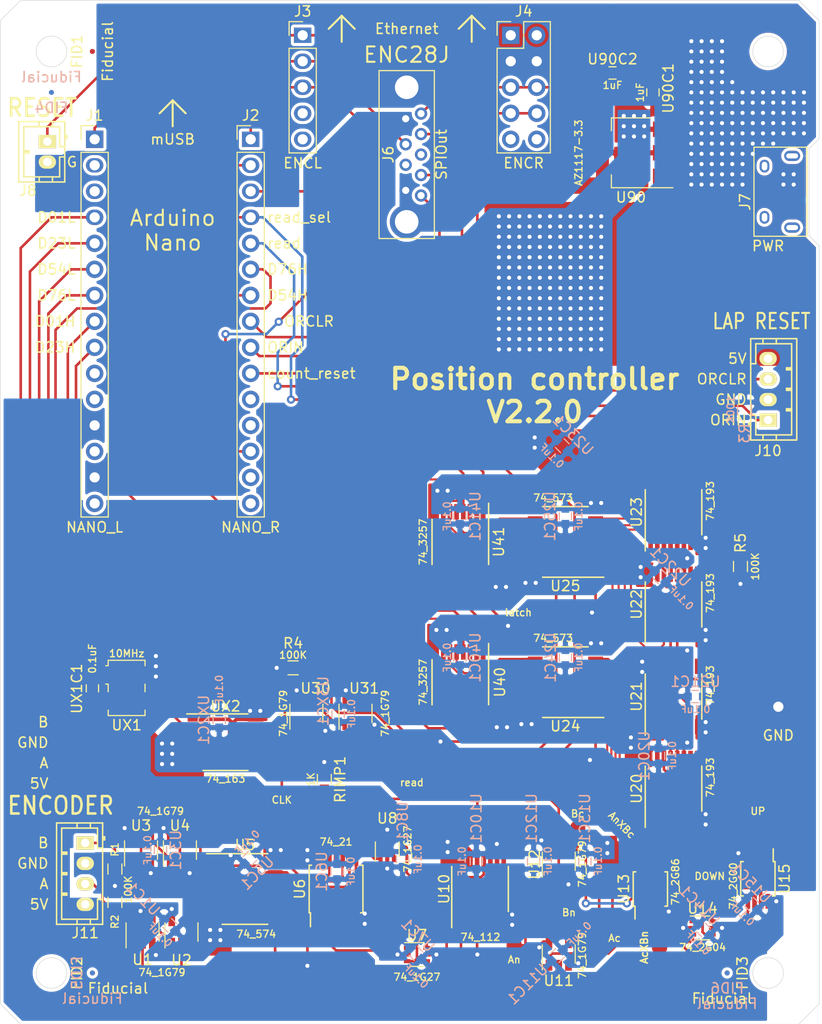
<source format=kicad_pcb>
(kicad_pcb (version 20171130) (host pcbnew "(5.1.12-1-10_14)")
  (layers (0 F.Cu signal) (31 B.Cu signal) (34 B.Paste user hide) (35 F.Paste user hide) (36 B.SilkS user) (37 F.SilkS user) (38 B.Mask user) (39 F.Mask user) (44 Edge.Cuts user))
  (net 0 "")
  (net 1 /SCK)
  (net 2 VCC)
  (net 3 GND)
  (net 4 /MISO)
  (net 5 /MOSI)
  (net 6 /SPISS)
  (net 7 /rSel)
  (net 8 /read)
  (net 9 /ORIN)
  (net 10 /ORCLR)
  (net 11 /RST)
  (net 12 +3V3)
  (net 13 "Net-(J7-Pad6)")
  (net 14 /A)
  (net 15 /B)
  (net 16 /CLK)
  (net 17 "Net-(U1-Pad4)")
  (net 18 /Async)
  (net 19 "Net-(U3-Pad4)")
  (net 20 /Bsync)
  (net 21 /AQ0)
  (net 22 /AQ1)
  (net 23 /BQ0)
  (net 24 /BQ1)
  (net 25 /BQ2)
  (net 26 /AQ2)
  (net 27 "Net-(U10-Pad3)")
  (net 28 "Net-(U10-Pad11)")
  (net 29 "Net-(U10-Pad2)")
  (net 30 "Net-(U10-Pad12)")
  (net 31 /An)
  (net 32 /Bn)
  (net 33 /Ac)
  (net 34 /Bc)
  (net 35 "Net-(U14-Pad4)")
  (net 36 "Net-(U14-Pad6)")
  (net 37 /DOWN)
  (net 38 /UP)
  (net 39 /C1L)
  (net 40 /C0L)
  (net 41 /C2L)
  (net 42 /C3L)
  (net 43 /UPT1)
  (net 44 /DWT1)
  (net 45 /C5L)
  (net 46 /C4L)
  (net 47 /C6L)
  (net 48 /C7L)
  (net 49 /UPT2)
  (net 50 /DWT2)
  (net 51 /C1H)
  (net 52 /C0H)
  (net 53 /C2H)
  (net 54 /C3H)
  (net 55 /UPT3)
  (net 56 /DWT3)
  (net 57 /C5H)
  (net 58 /C4H)
  (net 59 /C6H)
  (net 60 /C7H)
  (net 61 /latch)
  (net 62 /D7L)
  (net 63 /D6L)
  (net 64 /D5L)
  (net 65 /D4L)
  (net 66 /D3L)
  (net 67 /D2L)
  (net 68 /D1L)
  (net 69 /D0L)
  (net 70 /D7H)
  (net 71 /D6H)
  (net 72 /D5H)
  (net 73 /D4H)
  (net 74 /D3H)
  (net 75 /D2H)
  (net 76 /D1H)
  (net 77 /D0H)
  (net 78 "Net-(U30-Pad4)")
  (net 79 /OSC)
  (net 80 /D01L)
  (net 81 /D23L)
  (net 82 /D54L)
  (net 83 /D76L)
  (net 84 /D01H)
  (net 85 /D23H)
  (net 86 /D76H)
  (net 87 /D54H)
  (net 88 /cntRST)
  (net 89 "Net-(TAcXBn1-Pad1)")
  (net 90 "Net-(TAnXBc1-Pad1)")
  (module Pin_Headers:Pin_Header_Straight_2x05_Pitch2.54mm (layer F.Cu) (at 149.86 58.42)
    (fp_text reference J4 (at 1.27 -2.33) (layer F.SilkS))
    (fp_text value ENCR (at 1.27 12.49) (layer F.SilkS))
    (pad 1 thru_hole rect (at 0 0) (size 1.7 1.7) (drill 1) (layers *.Cu *.Mask) (net 12 +3V3))
    (pad 2 thru_hole oval (at 2.54 0) (size 1.7 1.7) (drill 1) (layers *.Cu *.Mask) (net 12 +3V3))
    (pad 3 thru_hole oval (at 0 2.54) (size 1.7 1.7) (drill 1) (layers *.Cu *.Mask) (net 3 GND))
    (pad 4 thru_hole oval (at 2.54 2.54) (size 1.7 1.7) (drill 1) (layers *.Cu *.Mask) (net 3 GND))
    (pad 5 thru_hole oval (at 0 5.08) (size 1.7 1.7) (drill 1) (layers *.Cu *.Mask) (net 11 /RST))
    (pad 6 thru_hole oval (at 2.54 5.08) (size 1.7 1.7) (drill 1) (layers *.Cu *.Mask) (net 11 /RST))
    (pad 7 thru_hole oval (at 0 7.62) (size 1.7 1.7) (drill 1) (layers *.Cu *.Mask) (net 6 /SPISS))
    (pad 8 thru_hole oval (at 2.54 7.62) (size 1.7 1.7) (drill 1) (layers *.Cu *.Mask) (net 6 /SPISS))
    (pad 9 thru_hole oval (at 0 10.16) (size 1.7 1.7) (drill 1) (layers *.Cu *.Mask))
    (pad 10 thru_hole oval (at 2.54 10.16) (size 1.7 1.7) (drill 1) (layers *.Cu *.Mask))
  )
  (module Housings_SSOP:MSOP-8_3x3mm_Pitch0.65mm (layer F.Cu) (at 174 140.8 270)
    (fp_text reference U15 (at 0 -2.6 90) (layer F.SilkS))
    (fp_text value 74_2G00 (at 0.7 2.4 90) (layer F.SilkS) (effects (font (size 0.7 0.7) (thickness 0.13))))
    (pad 1 smd rect (at -2.2 -0.975 270) (size 1.45 0.45) (layers F.Cu F.Paste F.Mask) (net 35 "Net-(U14-Pad4)"))
    (pad 2 smd rect (at -2.2 -0.325 270) (size 1.45 0.45) (layers F.Cu F.Paste F.Mask) (net 90 "Net-(TAnXBc1-Pad1)"))
    (pad 3 smd rect (at -2.2 0.325 270) (size 1.45 0.45) (layers F.Cu F.Paste F.Mask) (net 37 /DOWN))
    (pad 4 smd rect (at -2.2 0.975 270) (size 1.45 0.45) (layers F.Cu F.Paste F.Mask) (net 3 GND))
    (pad 5 smd rect (at 2.2 0.975 270) (size 1.45 0.45) (layers F.Cu F.Paste F.Mask) (net 89 "Net-(TAcXBn1-Pad1)"))
    (pad 6 smd rect (at 2.2 0.325 270) (size 1.45 0.45) (layers F.Cu F.Paste F.Mask) (net 36 "Net-(U14-Pad6)"))
    (pad 7 smd rect (at 2.2 -0.325 270) (size 1.45 0.45) (layers F.Cu F.Paste F.Mask) (net 38 /UP))
    (pad 8 smd rect (at 2.2 -0.975 270) (size 1.45 0.45) (layers F.Cu F.Paste F.Mask) (net 2 VCC))
  )
  (module Housings_SSOP:MSOP-8_3x3mm_Pitch0.65mm (layer F.Cu) (at 163.5 141.8 90)
    (fp_text reference U13 (at 0 -2.6 90) (layer F.SilkS))
    (fp_text value 74_2G86 (at 0.7 2.45 90) (layer F.SilkS) (effects (font (size 0.7 0.7) (thickness 0.13))))
    (pad 1 smd rect (at -2.2 -0.975 90) (size 1.45 0.45) (layers F.Cu F.Paste F.Mask) (net 31 /An))
    (pad 2 smd rect (at -2.2 -0.325 90) (size 1.45 0.45) (layers F.Cu F.Paste F.Mask) (net 34 /Bc))
    (pad 3 smd rect (at -2.2 0.325 90) (size 1.45 0.45) (layers F.Cu F.Paste F.Mask) (net 89 "Net-(TAcXBn1-Pad1)"))
    (pad 4 smd rect (at -2.2 0.975 90) (size 1.45 0.45) (layers F.Cu F.Paste F.Mask) (net 3 GND))
    (pad 5 smd rect (at 2.2 0.975 90) (size 1.45 0.45) (layers F.Cu F.Paste F.Mask) (net 33 /Ac))
    (pad 6 smd rect (at 2.2 0.325 90) (size 1.45 0.45) (layers F.Cu F.Paste F.Mask) (net 32 /Bn))
    (pad 7 smd rect (at 2.2 -0.325 90) (size 1.45 0.45) (layers F.Cu F.Paste F.Mask) (net 90 "Net-(TAnXBc1-Pad1)"))
    (pad 8 smd rect (at 2.2 -0.975 90) (size 1.45 0.45) (layers F.Cu F.Paste F.Mask) (net 2 VCC))
  )
  (module Oscillators:Oscillator_SMD_EuroQuartz_XO53-4pin_5.0x3.2mm (layer F.Cu) (at 112.34 122.16 270)
    (fp_text reference UX1 (at 3.64 -0.01 180) (layer F.SilkS))
    (fp_text value 10MHz (at -3.36 -0.01 180) (layer F.SilkS) (effects (font (size 0.7 0.7) (thickness 0.13))))
    (pad 1 smd rect (at -1.27 1.1 270) (size 1.4 1.2) (layers F.Cu F.Paste F.Mask) (net 2 VCC))
    (pad 2 smd rect (at 1.27 1.1 270) (size 1.4 1.2) (layers F.Cu F.Paste F.Mask) (net 3 GND))
    (pad 3 smd rect (at 1.27 -1.1 270) (size 1.4 1.2) (layers F.Cu F.Paste F.Mask) (net 79 /OSC))
    (pad 4 smd rect (at -1.27 -1.1 270) (size 1.4 1.2) (layers F.Cu F.Paste F.Mask) (net 2 VCC))
  )
  (module TO_SOT_Packages_SMD:SOT-23-5 (layer F.Cu) (at 134.7 124.65 90)
    (fp_text reference U31 (at 2.45 0.85 180) (layer F.SilkS))
    (fp_text value 74_1G79 (at 0 2.9 90) (layer F.SilkS) (effects (font (size 0.7 0.7) (thickness 0.13))))
    (pad 1 smd rect (at -1.1 -0.95 90) (size 1.06 0.65) (layers F.Cu F.Paste F.Mask) (net 78 "Net-(U30-Pad4)"))
    (pad 2 smd rect (at -1.1 0 90) (size 1.06 0.65) (layers F.Cu F.Paste F.Mask) (net 16 /CLK))
    (pad 3 smd rect (at -1.1 0.95 90) (size 1.06 0.65) (layers F.Cu F.Paste F.Mask) (net 3 GND))
    (pad 4 smd rect (at 1.1 0.95 90) (size 1.06 0.65) (layers F.Cu F.Paste F.Mask) (net 61 /latch))
    (pad 5 smd rect (at 1.1 -0.95 90) (size 1.06 0.65) (layers F.Cu F.Paste F.Mask) (net 2 VCC))
  )
  (module TO_SOT_Packages_SMD:SOT-23-5 (layer F.Cu) (at 129.9 124.65 90)
    (fp_text reference U30 (at 2.45 0.9 180) (layer F.SilkS))
    (fp_text value 74_1G79 (at 0 -2.25 270) (layer F.SilkS) (effects (font (size 0.7 0.7) (thickness 0.13))))
    (pad 1 smd rect (at -1.1 -0.95 90) (size 1.06 0.65) (layers F.Cu F.Paste F.Mask) (net 8 /read))
    (pad 2 smd rect (at -1.1 0 90) (size 1.06 0.65) (layers F.Cu F.Paste F.Mask) (net 16 /CLK))
    (pad 3 smd rect (at -1.1 0.95 90) (size 1.06 0.65) (layers F.Cu F.Paste F.Mask) (net 3 GND))
    (pad 4 smd rect (at 1.1 0.95 90) (size 1.06 0.65) (layers F.Cu F.Paste F.Mask) (net 78 "Net-(U30-Pad4)"))
    (pad 5 smd rect (at 1.1 -0.95 90) (size 1.06 0.65) (layers F.Cu F.Paste F.Mask) (net 2 VCC))
  )
  (module TO_SOT_Packages_SMD:SOT-23-5 (layer F.Cu) (at 154.55 139.1 90)
    (fp_text reference U12 (at -0.3 -2.35 90) (layer F.SilkS))
    (fp_text value 74_1G79 (at -0.25 2.3 90) (layer F.SilkS) (effects (font (size 0.7 0.7) (thickness 0.13))))
    (pad 1 smd rect (at -1.1 -0.95 90) (size 1.06 0.65) (layers F.Cu F.Paste F.Mask) (net 32 /Bn))
    (pad 2 smd rect (at -1.1 0 90) (size 1.06 0.65) (layers F.Cu F.Paste F.Mask) (net 16 /CLK))
    (pad 3 smd rect (at -1.1 0.95 90) (size 1.06 0.65) (layers F.Cu F.Paste F.Mask) (net 3 GND))
    (pad 4 smd rect (at 1.1 0.95 90) (size 1.06 0.65) (layers F.Cu F.Paste F.Mask) (net 34 /Bc))
    (pad 5 smd rect (at 1.1 -0.95 90) (size 1.06 0.65) (layers F.Cu F.Paste F.Mask) (net 2 VCC))
  )
  (module TO_SOT_Packages_SMD:SOT-23-5 (layer F.Cu) (at 154.55 148.15 90)
    (fp_text reference U11 (at -2.6 0 180) (layer F.SilkS))
    (fp_text value 74_1G79 (at -0.15 2.3 90) (layer F.SilkS) (effects (font (size 0.7 0.7) (thickness 0.13))))
    (pad 1 smd rect (at -1.1 -0.95 90) (size 1.06 0.65) (layers F.Cu F.Paste F.Mask) (net 31 /An))
    (pad 2 smd rect (at -1.1 0 90) (size 1.06 0.65) (layers F.Cu F.Paste F.Mask) (net 16 /CLK))
    (pad 3 smd rect (at -1.1 0.95 90) (size 1.06 0.65) (layers F.Cu F.Paste F.Mask) (net 3 GND))
    (pad 4 smd rect (at 1.1 0.95 90) (size 1.06 0.65) (layers F.Cu F.Paste F.Mask) (net 33 /Ac))
    (pad 5 smd rect (at 1.1 -0.95 90) (size 1.06 0.65) (layers F.Cu F.Paste F.Mask) (net 2 VCC))
  )
  (module TO_SOT_Packages_SMD:SOT-23-5 (layer F.Cu) (at 117.55 138 90)
    (fp_text reference U4 (at 2.4 0 180) (layer F.SilkS))
    (fp_text value 74_1G79 hide)
    (pad 1 smd rect (at -1.1 -0.95 90) (size 1.06 0.65) (layers F.Cu F.Paste F.Mask) (net 19 "Net-(U3-Pad4)"))
    (pad 2 smd rect (at -1.1 0 90) (size 1.06 0.65) (layers F.Cu F.Paste F.Mask) (net 16 /CLK))
    (pad 3 smd rect (at -1.1 0.95 90) (size 1.06 0.65) (layers F.Cu F.Paste F.Mask) (net 3 GND))
    (pad 4 smd rect (at 1.1 0.95 90) (size 1.06 0.65) (layers F.Cu F.Paste F.Mask) (net 20 /Bsync))
    (pad 5 smd rect (at 1.1 -0.95 90) (size 1.06 0.65) (layers F.Cu F.Paste F.Mask) (net 2 VCC))
  )
  (module TO_SOT_Packages_SMD:SOT-23-5 (layer F.Cu) (at 113.75 138 90)
    (fp_text reference U3 (at 2.4 0 180) (layer F.SilkS))
    (fp_text value 74_1G79 (at 3.8 1.9 180) (layer F.SilkS) (effects (font (size 0.7 0.7) (thickness 0.13))))
    (pad 1 smd rect (at -1.1 -0.95 90) (size 1.06 0.65) (layers F.Cu F.Paste F.Mask) (net 15 /B))
    (pad 2 smd rect (at -1.1 0 90) (size 1.06 0.65) (layers F.Cu F.Paste F.Mask) (net 16 /CLK))
    (pad 3 smd rect (at -1.1 0.95 90) (size 1.06 0.65) (layers F.Cu F.Paste F.Mask) (net 3 GND))
    (pad 4 smd rect (at 1.1 0.95 90) (size 1.06 0.65) (layers F.Cu F.Paste F.Mask) (net 19 "Net-(U3-Pad4)"))
    (pad 5 smd rect (at 1.1 -0.95 90) (size 1.06 0.65) (layers F.Cu F.Paste F.Mask) (net 2 VCC))
  )
  (module TO_SOT_Packages_SMD:SOT-23-5 (layer F.Cu) (at 117.7 146 90)
    (fp_text reference U2 (at -2.75 0 180) (layer F.SilkS))
    (fp_text value 74_1G79 hide)
    (pad 1 smd rect (at -1.1 -0.95 90) (size 1.06 0.65) (layers F.Cu F.Paste F.Mask) (net 17 "Net-(U1-Pad4)"))
    (pad 2 smd rect (at -1.1 0 90) (size 1.06 0.65) (layers F.Cu F.Paste F.Mask) (net 16 /CLK))
    (pad 3 smd rect (at -1.1 0.95 90) (size 1.06 0.65) (layers F.Cu F.Paste F.Mask) (net 3 GND))
    (pad 4 smd rect (at 1.1 0.95 90) (size 1.06 0.65) (layers F.Cu F.Paste F.Mask) (net 18 /Async))
    (pad 5 smd rect (at 1.1 -0.95 90) (size 1.06 0.65) (layers F.Cu F.Paste F.Mask) (net 2 VCC))
  )
  (module TO_SOT_Packages_SMD:SOT-23-5 (layer F.Cu) (at 113.9 146 90)
    (fp_text reference U1 (at -2.7 0 180) (layer F.SilkS))
    (fp_text value 74_1G79 (at -3.95 1.9 180) (layer F.SilkS) (effects (font (size 0.7 0.7) (thickness 0.13))))
    (pad 1 smd rect (at -1.1 -0.95 90) (size 1.06 0.65) (layers F.Cu F.Paste F.Mask) (net 14 /A))
    (pad 2 smd rect (at -1.1 0 90) (size 1.06 0.65) (layers F.Cu F.Paste F.Mask) (net 16 /CLK))
    (pad 3 smd rect (at -1.1 0.95 90) (size 1.06 0.65) (layers F.Cu F.Paste F.Mask) (net 3 GND))
    (pad 4 smd rect (at 1.1 0.95 90) (size 1.06 0.65) (layers F.Cu F.Paste F.Mask) (net 17 "Net-(U1-Pad4)"))
    (pad 5 smd rect (at 1.1 -0.95 90) (size 1.06 0.65) (layers F.Cu F.Paste F.Mask) (net 2 VCC))
  )
  (module Fiducials:Fiducial_0.5mm_Dia_1mm_Outer (layer B.Cu) (at 171 150)
    (fp_text reference FID6 (at 0 1.5) (layer B.SilkS) (effects (justify mirror)))
    (fp_text value Fiducial (at 0 3) (layer B.SilkS) (effects (justify mirror)))
    (pad ~ smd circle (at 0 0) (size 0.5 0.5) (layers B.Cu B.Mask) (clearance 0.25))
  )
  (module Fiducials:Fiducial_0.5mm_Dia_1mm_Outer (layer B.Cu) (at 109 150 270)
    (fp_text reference FID5 (at 0 1.5 270) (layer B.SilkS) (effects (justify mirror)))
    (fp_text value Fiducial (at 2.5 0 180) (layer B.SilkS) (effects (justify mirror)))
    (pad ~ smd circle (at 0 0 270) (size 0.5 0.5) (layers B.Cu B.Mask) (clearance 0.25))
  )
  (module Fiducials:Fiducial_0.5mm_Dia_1mm_Outer (layer B.Cu) (at 105 64)
    (fp_text reference FID4 (at 0 1.5) (layer B.SilkS) (effects (justify mirror)))
    (fp_text value Fiducial (at 0 -1.5) (layer B.SilkS) (effects (justify mirror)))
    (pad ~ smd circle (at 0 0) (size 0.5 0.5) (layers B.Cu B.Mask) (clearance 0.25))
  )
  (module Fiducials:Fiducial_0.5mm_Dia_1mm_Outer (layer F.Cu) (at 171 150 270)
    (fp_text reference FID3 (at 0 -1.5 90) (layer F.SilkS))
    (fp_text value Fiducial (at 2.5 0.5 180) (layer F.SilkS))
    (pad ~ smd circle (at 0 0 270) (size 0.5 0.5) (layers F.Cu F.Mask) (clearance 0.25))
  )
  (module Fiducials:Fiducial_0.5mm_Dia_1mm_Outer (layer F.Cu) (at 109 150 90)
    (fp_text reference FID2 (at 0 -1.5 90) (layer F.SilkS))
    (fp_text value Fiducial (at -1.5 2.5 180) (layer F.SilkS))
    (pad ~ smd circle (at 0 0 90) (size 0.5 0.5) (layers F.Cu F.Mask) (clearance 0.25))
  )
  (module Fiducials:Fiducial_0.5mm_Dia_1mm_Outer (layer F.Cu) (at 109 60 90)
    (fp_text reference FID1 (at 0 -1.5 90) (layer F.SilkS))
    (fp_text value Fiducial (at 0 1.5 90) (layer F.SilkS))
    (pad ~ smd circle (at 0 0 90) (size 0.5 0.5) (layers F.Cu F.Mask) (clearance 0.25))
  )
  (module additional_connectors:Connectors_JST_B2B-PH-K (layer F.Cu) (at 104.6 68.8 270)
    (fp_text reference J8 (at 4.8 1.9 180) (layer F.SilkS))
    (fp_text value RESET (at -3.3 0.5) (layer F.SilkS) (effects (font (size 1.7 1.5) (thickness 0.25))))
    (pad 2 thru_hole oval (at 2 0 270) (size 1.3 1.7) (drill 0.82) (layers *.Cu *.Mask F.SilkS) (net 3 GND))
    (pad 1 thru_hole rect (at 0 0 270) (size 1.3 1.7) (drill 0.82) (layers *.Cu *.Mask F.SilkS) (net 11 /RST))
  )
  (module Resistors_SMD:R_0603 (layer F.Cu) (at 131.65 131.1 270)
    (fp_text reference RIMP1 (at 0 -1.55 90) (layer F.SilkS))
    (fp_text value 1K (at 0 1.3 90) (layer F.SilkS) (effects (font (size 0.7 0.7) (thickness 0.13))))
    (pad 1 smd rect (at -0.75 0 270) (size 0.5 0.9) (layers F.Cu F.Paste F.Mask) (net 3 GND))
    (pad 2 smd rect (at 0.75 0 270) (size 0.5 0.9) (layers F.Cu F.Paste F.Mask) (net 16 /CLK))
  )
  (module Measurement_Points:Measurement_Point_Round-TH_Big (layer F.Cu) (at 176 124)
    (fp_text reference TPGND1 hide)
    (fp_text value GND (at 0 2.8) (layer F.SilkS))
    (pad 1 thru_hole circle (at 0 0) (size 2.5 2.5) (drill 1) (layers *.Cu *.Mask) (net 3 GND))
  )
  (module Measurement_Points:Measurement_Point_Round-SMD-Pad_Small (layer F.Cu) (at 172.2 134.2)
    (fp_text reference TUP1 hide)
    (fp_text value UP (at 1.8 0) (layer F.SilkS) (effects (font (size 0.7 0.7) (thickness 0.13))))
    (pad 1 smd circle (at 0 0) (size 1.5 1.5) (layers F.Cu F.Mask) (net 38 /UP))
  )
  (module Measurement_Points:Measurement_Point_Round-SMD-Pad_Small (layer F.Cu) (at 140.2 129.9)
    (fp_text reference TRead1 hide)
    (fp_text value read (at 0 1.5) (layer F.SilkS) (effects (font (size 0.7 0.7) (thickness 0.13))))
    (pad 1 smd circle (at 0 0) (size 1.5 1.5) (layers F.Cu F.Mask) (net 8 /read))
  )
  (module Measurement_Points:Measurement_Point_Round-SMD-Pad_Small (layer F.Cu) (at 153 114.8)
    (fp_text reference TLatch1 hide)
    (fp_text value latch (at -2.4 0) (layer F.SilkS) (effects (font (size 0.7 0.7) (thickness 0.13))))
    (pad 1 smd circle (at 0 0) (size 1.5 1.5) (layers F.Cu F.Mask) (net 61 /latch))
  )
  (module Measurement_Points:Measurement_Point_Round-SMD-Pad_Small (layer F.Cu) (at 169.3 138.9)
    (fp_text reference TDN1 hide)
    (fp_text value DOWN (at 0 1.65) (layer F.SilkS) (effects (font (size 0.7 0.7) (thickness 0.13))))
    (pad 1 smd circle (at 0 0) (size 1.5 1.5) (layers F.Cu F.Mask) (net 37 /DOWN))
  )
  (module Measurement_Points:Measurement_Point_Round-SMD-Pad_Small (layer F.Cu) (at 127.5 134.6 90)
    (fp_text reference TCLK1 hide)
    (fp_text value CLK (at 1.5 0) (layer F.SilkS) (effects (font (size 0.7 0.7) (thickness 0.13))))
    (pad 1 smd circle (at 0 0 90) (size 1.5 1.5) (layers F.Cu F.Mask) (net 16 /CLK))
  )
  (module Measurement_Points:Measurement_Point_Round-SMD-Pad_Small (layer F.Cu) (at 153.85 144.1)
    (fp_text reference TBn1 hide)
    (fp_text value Bn (at 1.7 0) (layer F.SilkS) (effects (font (size 0.7 0.7) (thickness 0.13))))
    (pad 1 smd circle (at 0 0) (size 1.5 1.5) (layers F.Cu F.Mask) (net 32 /Bn))
  )
  (module Measurement_Points:Measurement_Point_Round-SMD-Pad_Small (layer F.Cu) (at 156.4 135.85)
    (fp_text reference TBc1 hide)
    (fp_text value Bc (at 0 -1.4) (layer F.SilkS) (effects (font (size 0.7 0.7) (thickness 0.13))))
    (pad 1 smd circle (at 0 0) (size 1.5 1.5) (layers F.Cu F.Mask) (net 34 /Bc))
  )
  (module Measurement_Points:Measurement_Point_Round-SMD-Pad_Small (layer F.Cu) (at 162.6 137.55)
    (fp_text reference TAnXBc1 hide)
    (fp_text value AnXBc (at -1.9 -2 -45) (layer F.SilkS) (effects (font (size 0.7 0.7) (thickness 0.13))))
    (pad 1 smd circle (at 0 0) (size 1.5 1.5) (layers F.Cu F.Mask) (net 90 "Net-(TAnXBc1-Pad1)"))
  )
  (module Measurement_Points:Measurement_Point_Round-SMD-Pad_Small (layer F.Cu) (at 150.2 147.3)
    (fp_text reference TAn1 hide)
    (fp_text value An (at 0 1.4) (layer F.SilkS) (effects (font (size 0.7 0.7) (thickness 0.13))))
    (pad 1 smd circle (at 0 0) (size 1.5 1.5) (layers F.Cu F.Mask) (net 31 /An))
  )
  (module Measurement_Points:Measurement_Point_Round-SMD-Pad_Small (layer F.Cu) (at 164.4 147.5)
    (fp_text reference TAcXBn1 hide)
    (fp_text value AcXBn (at -1.5 0 90) (layer F.SilkS) (effects (font (size 0.7 0.7))))
    (pad 1 smd circle (at 0 0) (size 1.5 1.5) (layers F.Cu F.Mask) (net 89 "Net-(TAcXBn1-Pad1)"))
  )
  (module Measurement_Points:Measurement_Point_Round-SMD-Pad_Small (layer F.Cu) (at 160 145.2)
    (fp_text reference TAc1 hide)
    (fp_text value Ac (at 0 1.4) (layer F.SilkS) (effects (font (size 0.7 0.7) (thickness 0.13))))
    (pad 1 smd circle (at 0 0) (size 1.5 1.5) (layers F.Cu F.Mask) (net 33 /Ac))
  )
  (module Connectors:USB_Micro-B (layer F.Cu) (at 176 73.7 90)
    (fp_text reference J7 (at -1 -3.25 90) (layer F.SilkS))
    (fp_text value PWR (at -5.3 -1 180) (layer F.SilkS))
    (pad 1 smd rect (at -1.3 -1.35 180) (size 1.35 0.4) (layers F.Cu F.Paste F.Mask) (net 2 VCC))
    (pad 2 smd rect (at -0.65 -1.35 180) (size 1.35 0.4) (layers F.Cu F.Paste F.Mask))
    (pad 3 smd rect (at 0 -1.35 180) (size 1.35 0.4) (layers F.Cu F.Paste F.Mask))
    (pad 4 smd rect (at 0.65 -1.35 180) (size 1.35 0.4) (layers F.Cu F.Paste F.Mask))
    (pad 5 smd rect (at 1.3 -1.35 180) (size 1.35 0.4) (layers F.Cu F.Paste F.Mask) (net 3 GND))
    (pad 6 thru_hole oval (at -2.5 -1.35 180) (size 0.95 1.25) (drill oval 0.55 0.85) (layers *.Cu *.Mask) (net 13 "Net-(J7-Pad6)"))
    (pad 6 thru_hole oval (at 2.5 -1.35 180) (size 0.95 1.25) (drill oval 0.55 0.85) (layers *.Cu *.Mask) (net 13 "Net-(J7-Pad6)"))
    (pad 6 thru_hole oval (at -3.5 1.35 180) (size 1.55 1) (drill oval 1.15 0.5) (layers *.Cu *.Mask) (net 13 "Net-(J7-Pad6)"))
    (pad 6 thru_hole oval (at 3.5 1.35 180) (size 1.55 1) (drill oval 1.15 0.5) (layers *.Cu *.Mask) (net 13 "Net-(J7-Pad6)"))
  )
  (module Capacitors_SMD:C_0603 (layer B.Cu) (at 139.3 138.9 270)
    (fp_text reference U8C1 (at -3.7 0 270) (layer B.SilkS) (effects (justify mirror)))
    (fp_text value 0.1uF (at 0 -1.5 270) (layer B.SilkS) (effects (font (size 0.7 0.7) (thickness 0.13)) (justify mirror)))
    (pad 2 smd rect (at 0.75 0 270) (size 0.8 0.75) (layers B.Cu B.Paste B.Mask) (net 3 GND))
    (pad 1 smd rect (at -0.75 0 270) (size 0.8 0.75) (layers B.Cu B.Paste B.Mask) (net 2 VCC))
  )
  (module Capacitors_SMD:C_0603 (layer B.Cu) (at 152.1 139.1 270)
    (fp_text reference U12C1 (at -4.2 0.2 90) (layer B.SilkS) (effects (justify mirror)))
    (fp_text value 0.1uF (at 0 -1.4 90) (layer B.SilkS) (effects (font (size 0.7 0.7) (thickness 0.13)) (justify mirror)))
    (pad 2 smd rect (at 0.75 0 270) (size 0.8 0.75) (layers B.Cu B.Paste B.Mask) (net 3 GND))
    (pad 1 smd rect (at -0.75 0 270) (size 0.8 0.75) (layers B.Cu B.Paste B.Mask) (net 2 VCC))
  )
  (module Pin_Headers:Pin_Header_Straight_1x05_Pitch2.54mm (layer F.Cu) (at 129.54 58.42)
    (fp_text reference J3 (at 0 -2.33) (layer F.SilkS))
    (fp_text value ENCL (at 0 12.49) (layer F.SilkS))
    (pad 1 thru_hole rect (at 0 0) (size 1.7 1.5) (drill 1) (layers *.Cu *.Mask) (net 1 /SCK))
    (pad 2 thru_hole oval (at 0 2.54) (size 1.7 1.5) (drill 1) (layers *.Cu *.Mask) (net 5 /MOSI))
    (pad 3 thru_hole oval (at 0 5.08) (size 1.7 1.5) (drill 1) (layers *.Cu *.Mask) (net 4 /MISO))
    (pad 4 thru_hole oval (at 0 7.62) (size 1.7 1.5) (drill 1) (layers *.Cu *.Mask))
    (pad 5 thru_hole oval (at 0 10.16) (size 1.7 1.5) (drill 1) (layers *.Cu *.Mask))
  )
  (module Resistors_SMD:R_0603 (layer F.Cu) (at 172.3 110.3 90)
    (fp_text reference R5 (at 2.3 0 90) (layer F.SilkS))
    (fp_text value 100K (at 0 1.45 90) (layer F.SilkS) (effects (font (size 0.7 0.7) (thickness 0.13))))
    (pad 1 smd rect (at -0.75 0 90) (size 0.5 0.9) (layers F.Cu F.Paste F.Mask) (net 3 GND))
    (pad 2 smd rect (at 0.75 0 90) (size 0.5 0.9) (layers F.Cu F.Paste F.Mask) (net 88 /cntRST))
  )
  (module Housings_SSOP:TSSOP-16_4.4x5mm_Pitch0.65mm (layer F.Cu) (at 165.8 105 90)
    (fp_text reference U23 (at 0 -3.65 90) (layer F.SilkS))
    (fp_text value 74_193 (at 1.1 3.55 90) (layer F.SilkS) (effects (font (size 0.7 0.7) (thickness 0.13))))
    (pad 1 smd rect (at -2.95 -2.275 90) (size 1.5 0.45) (layers F.Cu F.Paste F.Mask))
    (pad 2 smd rect (at -2.95 -1.625 90) (size 1.5 0.45) (layers F.Cu F.Paste F.Mask) (net 57 /C5H))
    (pad 3 smd rect (at -2.95 -0.975 90) (size 1.5 0.45) (layers F.Cu F.Paste F.Mask) (net 58 /C4H))
    (pad 4 smd rect (at -2.95 -0.325 90) (size 1.5 0.45) (layers F.Cu F.Paste F.Mask) (net 56 /DWT3))
    (pad 5 smd rect (at -2.95 0.325 90) (size 1.5 0.45) (layers F.Cu F.Paste F.Mask) (net 55 /UPT3))
    (pad 6 smd rect (at -2.95 0.975 90) (size 1.5 0.45) (layers F.Cu F.Paste F.Mask) (net 59 /C6H))
    (pad 7 smd rect (at -2.95 1.625 90) (size 1.5 0.45) (layers F.Cu F.Paste F.Mask) (net 60 /C7H))
    (pad 8 smd rect (at -2.95 2.275 90) (size 1.5 0.45) (layers F.Cu F.Paste F.Mask) (net 3 GND))
    (pad 9 smd rect (at 2.95 2.275 90) (size 1.5 0.45) (layers F.Cu F.Paste F.Mask))
    (pad 10 smd rect (at 2.95 1.625 90) (size 1.5 0.45) (layers F.Cu F.Paste F.Mask))
    (pad 11 smd rect (at 2.95 0.975 90) (size 1.5 0.45) (layers F.Cu F.Paste F.Mask) (net 2 VCC))
    (pad 12 smd rect (at 2.95 0.325 90) (size 1.5 0.45) (layers F.Cu F.Paste F.Mask))
    (pad 13 smd rect (at 2.95 -0.325 90) (size 1.5 0.45) (layers F.Cu F.Paste F.Mask))
    (pad 14 smd rect (at 2.95 -0.975 90) (size 1.5 0.45) (layers F.Cu F.Paste F.Mask) (net 88 /cntRST))
    (pad 15 smd rect (at 2.95 -1.625 90) (size 1.5 0.45) (layers F.Cu F.Paste F.Mask))
    (pad 16 smd rect (at 2.95 -2.275 90) (size 1.5 0.45) (layers F.Cu F.Paste F.Mask) (net 2 VCC))
  )
  (module Housings_SSOP:TSSOP-16_4.4x5mm_Pitch0.65mm (layer F.Cu) (at 165.8 114 90)
    (fp_text reference U22 (at 0 -3.65 90) (layer F.SilkS))
    (fp_text value 74_193 (at 1.1 3.55 90) (layer F.SilkS) (effects (font (size 0.7 0.7) (thickness 0.13))))
    (pad 1 smd rect (at -2.95 -2.275 90) (size 1.5 0.45) (layers F.Cu F.Paste F.Mask))
    (pad 2 smd rect (at -2.95 -1.625 90) (size 1.5 0.45) (layers F.Cu F.Paste F.Mask) (net 51 /C1H))
    (pad 3 smd rect (at -2.95 -0.975 90) (size 1.5 0.45) (layers F.Cu F.Paste F.Mask) (net 52 /C0H))
    (pad 4 smd rect (at -2.95 -0.325 90) (size 1.5 0.45) (layers F.Cu F.Paste F.Mask) (net 50 /DWT2))
    (pad 5 smd rect (at -2.95 0.325 90) (size 1.5 0.45) (layers F.Cu F.Paste F.Mask) (net 49 /UPT2))
    (pad 6 smd rect (at -2.95 0.975 90) (size 1.5 0.45) (layers F.Cu F.Paste F.Mask) (net 53 /C2H))
    (pad 7 smd rect (at -2.95 1.625 90) (size 1.5 0.45) (layers F.Cu F.Paste F.Mask) (net 54 /C3H))
    (pad 8 smd rect (at -2.95 2.275 90) (size 1.5 0.45) (layers F.Cu F.Paste F.Mask) (net 3 GND))
    (pad 9 smd rect (at 2.95 2.275 90) (size 1.5 0.45) (layers F.Cu F.Paste F.Mask))
    (pad 10 smd rect (at 2.95 1.625 90) (size 1.5 0.45) (layers F.Cu F.Paste F.Mask))
    (pad 11 smd rect (at 2.95 0.975 90) (size 1.5 0.45) (layers F.Cu F.Paste F.Mask) (net 2 VCC))
    (pad 12 smd rect (at 2.95 0.325 90) (size 1.5 0.45) (layers F.Cu F.Paste F.Mask) (net 55 /UPT3))
    (pad 13 smd rect (at 2.95 -0.325 90) (size 1.5 0.45) (layers F.Cu F.Paste F.Mask) (net 56 /DWT3))
    (pad 14 smd rect (at 2.95 -0.975 90) (size 1.5 0.45) (layers F.Cu F.Paste F.Mask) (net 88 /cntRST))
    (pad 15 smd rect (at 2.95 -1.625 90) (size 1.5 0.45) (layers F.Cu F.Paste F.Mask))
    (pad 16 smd rect (at 2.95 -2.275 90) (size 1.5 0.45) (layers F.Cu F.Paste F.Mask) (net 2 VCC))
  )
  (module Housings_SSOP:TSSOP-16_4.4x5mm_Pitch0.65mm (layer F.Cu) (at 165.8 123 90)
    (fp_text reference U21 (at 0 -3.65 90) (layer F.SilkS))
    (fp_text value 74_193 (at 1.1 3.55 90) (layer F.SilkS) (effects (font (size 0.7 0.7) (thickness 0.13))))
    (pad 1 smd rect (at -2.95 -2.275 90) (size 1.5 0.45) (layers F.Cu F.Paste F.Mask))
    (pad 2 smd rect (at -2.95 -1.625 90) (size 1.5 0.45) (layers F.Cu F.Paste F.Mask) (net 45 /C5L))
    (pad 3 smd rect (at -2.95 -0.975 90) (size 1.5 0.45) (layers F.Cu F.Paste F.Mask) (net 46 /C4L))
    (pad 4 smd rect (at -2.95 -0.325 90) (size 1.5 0.45) (layers F.Cu F.Paste F.Mask) (net 44 /DWT1))
    (pad 5 smd rect (at -2.95 0.325 90) (size 1.5 0.45) (layers F.Cu F.Paste F.Mask) (net 43 /UPT1))
    (pad 6 smd rect (at -2.95 0.975 90) (size 1.5 0.45) (layers F.Cu F.Paste F.Mask) (net 47 /C6L))
    (pad 7 smd rect (at -2.95 1.625 90) (size 1.5 0.45) (layers F.Cu F.Paste F.Mask) (net 48 /C7L))
    (pad 8 smd rect (at -2.95 2.275 90) (size 1.5 0.45) (layers F.Cu F.Paste F.Mask) (net 3 GND))
    (pad 9 smd rect (at 2.95 2.275 90) (size 1.5 0.45) (layers F.Cu F.Paste F.Mask))
    (pad 10 smd rect (at 2.95 1.625 90) (size 1.5 0.45) (layers F.Cu F.Paste F.Mask))
    (pad 11 smd rect (at 2.95 0.975 90) (size 1.5 0.45) (layers F.Cu F.Paste F.Mask) (net 2 VCC))
    (pad 12 smd rect (at 2.95 0.325 90) (size 1.5 0.45) (layers F.Cu F.Paste F.Mask) (net 49 /UPT2))
    (pad 13 smd rect (at 2.95 -0.325 90) (size 1.5 0.45) (layers F.Cu F.Paste F.Mask) (net 50 /DWT2))
    (pad 14 smd rect (at 2.95 -0.975 90) (size 1.5 0.45) (layers F.Cu F.Paste F.Mask) (net 88 /cntRST))
    (pad 15 smd rect (at 2.95 -1.625 90) (size 1.5 0.45) (layers F.Cu F.Paste F.Mask))
    (pad 16 smd rect (at 2.95 -2.275 90) (size 1.5 0.45) (layers F.Cu F.Paste F.Mask) (net 2 VCC))
  )
  (module Housings_SSOP:TSSOP-16_4.4x5mm_Pitch0.65mm (layer F.Cu) (at 165.8 132 90)
    (fp_text reference U20 (at 0 -3.65 90) (layer F.SilkS))
    (fp_text value 74_193 (at 1.1 3.55 90) (layer F.SilkS) (effects (font (size 0.7 0.7) (thickness 0.13))))
    (pad 1 smd rect (at -2.95 -2.275 90) (size 1.5 0.45) (layers F.Cu F.Paste F.Mask))
    (pad 2 smd rect (at -2.95 -1.625 90) (size 1.5 0.45) (layers F.Cu F.Paste F.Mask) (net 39 /C1L))
    (pad 3 smd rect (at -2.95 -0.975 90) (size 1.5 0.45) (layers F.Cu F.Paste F.Mask) (net 40 /C0L))
    (pad 4 smd rect (at -2.95 -0.325 90) (size 1.5 0.45) (layers F.Cu F.Paste F.Mask) (net 37 /DOWN))
    (pad 5 smd rect (at -2.95 0.325 90) (size 1.5 0.45) (layers F.Cu F.Paste F.Mask) (net 38 /UP))
    (pad 6 smd rect (at -2.95 0.975 90) (size 1.5 0.45) (layers F.Cu F.Paste F.Mask) (net 41 /C2L))
    (pad 7 smd rect (at -2.95 1.625 90) (size 1.5 0.45) (layers F.Cu F.Paste F.Mask) (net 42 /C3L))
    (pad 8 smd rect (at -2.95 2.275 90) (size 1.5 0.45) (layers F.Cu F.Paste F.Mask) (net 3 GND))
    (pad 9 smd rect (at 2.95 2.275 90) (size 1.5 0.45) (layers F.Cu F.Paste F.Mask))
    (pad 10 smd rect (at 2.95 1.625 90) (size 1.5 0.45) (layers F.Cu F.Paste F.Mask))
    (pad 11 smd rect (at 2.95 0.975 90) (size 1.5 0.45) (layers F.Cu F.Paste F.Mask) (net 2 VCC))
    (pad 12 smd rect (at 2.95 0.325 90) (size 1.5 0.45) (layers F.Cu F.Paste F.Mask) (net 43 /UPT1))
    (pad 13 smd rect (at 2.95 -0.325 90) (size 1.5 0.45) (layers F.Cu F.Paste F.Mask) (net 44 /DWT1))
    (pad 14 smd rect (at 2.95 -0.975 90) (size 1.5 0.45) (layers F.Cu F.Paste F.Mask) (net 88 /cntRST))
    (pad 15 smd rect (at 2.95 -1.625 90) (size 1.5 0.45) (layers F.Cu F.Paste F.Mask))
    (pad 16 smd rect (at 2.95 -2.275 90) (size 1.5 0.45) (layers F.Cu F.Paste F.Mask) (net 2 VCC))
  )
  (module Pin_Headers:Pin_Header_Straight_1x15_Pitch2.54mm (layer F.Cu) (at 124.46 68.58)
    (fp_text reference J2 (at 0 -2.33) (layer F.SilkS))
    (fp_text value NANO_R (at 0 37.89) (layer F.SilkS))
    (pad 1 thru_hole rect (at 0 0) (size 1.7 1.5) (drill 1) (layers *.Cu *.Mask) (net 4 /MISO))
    (pad 2 thru_hole oval (at 0 2.54) (size 1.7 1.5) (drill 1) (layers *.Cu *.Mask) (net 5 /MOSI))
    (pad 3 thru_hole oval (at 0 5.08) (size 1.7 1.5) (drill 1) (layers *.Cu *.Mask) (net 6 /SPISS))
    (pad 4 thru_hole oval (at 0 7.62) (size 1.7 1.5) (drill 1) (layers *.Cu *.Mask) (net 7 /rSel))
    (pad 5 thru_hole oval (at 0 10.16) (size 1.7 1.7) (drill 1) (layers *.Cu *.Mask) (net 8 /read))
    (pad 6 thru_hole oval (at 0 12.7) (size 1.7 1.7) (drill 1) (layers *.Cu *.Mask) (net 86 /D76H))
    (pad 7 thru_hole oval (at 0 15.24) (size 1.7 1.7) (drill 1) (layers *.Cu *.Mask) (net 87 /D54H))
    (pad 8 thru_hole oval (at 0 17.78) (size 1.7 1.7) (drill 1) (layers *.Cu *.Mask) (net 10 /ORCLR))
    (pad 9 thru_hole oval (at 0 20.32) (size 1.7 1.7) (drill 1) (layers *.Cu *.Mask) (net 9 /ORIN))
    (pad 10 thru_hole oval (at 0 22.86) (size 1.7 1.7) (drill 1) (layers *.Cu *.Mask) (net 88 /cntRST))
    (pad 11 thru_hole oval (at 0 25.4) (size 1.7 1.7) (drill 1) (layers *.Cu *.Mask))
    (pad 12 thru_hole oval (at 0 27.94) (size 1.7 1.7) (drill 1) (layers *.Cu *.Mask))
    (pad 13 thru_hole oval (at 0 30.48) (size 1.7 1.7) (drill 1) (layers *.Cu *.Mask) (net 11 /RST))
    (pad 14 thru_hole oval (at 0 33.02) (size 1.7 1.7) (drill 1) (layers *.Cu *.Mask))
    (pad 15 thru_hole oval (at 0 35.56) (size 1.7 1.7) (drill 1) (layers *.Cu *.Mask))
  )
  (module Pin_Headers:Pin_Header_Straight_1x15_Pitch2.54mm (layer F.Cu) (at 109.22 68.58)
    (fp_text reference J1 (at 0 -2.33) (layer F.SilkS))
    (fp_text value NANO_L (at 0 37.89) (layer F.SilkS))
    (pad 1 thru_hole rect (at 0 0) (size 1.7 1.7) (drill 1) (layers *.Cu *.Mask) (net 1 /SCK))
    (pad 2 thru_hole oval (at 0 2.54) (size 1.7 1.4) (drill 1) (layers *.Cu *.Mask))
    (pad 3 thru_hole oval (at 0 5.08) (size 1.7 1.5) (drill 1) (layers *.Cu *.Mask))
    (pad 4 thru_hole oval (at 0 7.62) (size 1.7 1.5) (drill 1) (layers *.Cu *.Mask) (net 80 /D01L))
    (pad 5 thru_hole oval (at 0 10.16) (size 1.7 1.7) (drill 1) (layers *.Cu *.Mask) (net 81 /D23L))
    (pad 6 thru_hole oval (at 0 12.7) (size 1.7 1.7) (drill 1) (layers *.Cu *.Mask) (net 82 /D54L))
    (pad 7 thru_hole oval (at 0 15.24) (size 1.7 1.7) (drill 1) (layers *.Cu *.Mask) (net 83 /D76L))
    (pad 8 thru_hole oval (at 0 17.78) (size 1.7 1.7) (drill 1) (layers *.Cu *.Mask) (net 84 /D01H))
    (pad 9 thru_hole oval (at 0 20.32) (size 1.7 1.7) (drill 1) (layers *.Cu *.Mask) (net 85 /D23H))
    (pad 10 thru_hole oval (at 0 22.86) (size 1.7 1.7) (drill 1) (layers *.Cu *.Mask))
    (pad 11 thru_hole oval (at 0 25.4) (size 1.7 1.7) (drill 1) (layers *.Cu *.Mask))
    (pad 12 thru_hole oval (at 0 27.94) (size 1.7 1.7) (drill 1) (layers *.Cu *.Mask) (net 2 VCC))
    (pad 13 thru_hole oval (at 0 30.48) (size 1.7 1.7) (drill 1) (layers *.Cu *.Mask))
    (pad 14 thru_hole oval (at 0 33.02) (size 1.7 1.7) (drill 1) (layers *.Cu *.Mask) (net 3 GND))
    (pad 15 thru_hole oval (at 0 35.56) (size 1.7 1.7) (drill 1) (layers *.Cu *.Mask))
  )
  (module Housings_SSOP:TSSOP-16_4.4x5mm_Pitch0.65mm (layer F.Cu) (at 144.9 121.6 270)
    (fp_text reference U40 (at 0 -3.9 90) (layer F.SilkS))
    (fp_text value 74_3257 (at 0 3.6 90) (layer F.SilkS) (effects (font (size 0.7 0.7) (thickness 0.13))))
    (pad 1 smd rect (at -2.95 -2.275 270) (size 1.5 0.45) (layers F.Cu F.Paste F.Mask) (net 7 /rSel))
    (pad 2 smd rect (at -2.95 -1.625 270) (size 1.5 0.45) (layers F.Cu F.Paste F.Mask) (net 62 /D7L))
    (pad 3 smd rect (at -2.95 -0.975 270) (size 1.5 0.45) (layers F.Cu F.Paste F.Mask) (net 63 /D6L))
    (pad 4 smd rect (at -2.95 -0.325 270) (size 1.5 0.45) (layers F.Cu F.Paste F.Mask) (net 83 /D76L))
    (pad 5 smd rect (at -2.95 0.325 270) (size 1.5 0.45) (layers F.Cu F.Paste F.Mask) (net 64 /D5L))
    (pad 6 smd rect (at -2.95 0.975 270) (size 1.5 0.45) (layers F.Cu F.Paste F.Mask) (net 65 /D4L))
    (pad 7 smd rect (at -2.95 1.625 270) (size 1.5 0.45) (layers F.Cu F.Paste F.Mask) (net 82 /D54L))
    (pad 8 smd rect (at -2.95 2.275 270) (size 1.5 0.45) (layers F.Cu F.Paste F.Mask) (net 3 GND))
    (pad 9 smd rect (at 2.95 2.275 270) (size 1.5 0.45) (layers F.Cu F.Paste F.Mask) (net 81 /D23L))
    (pad 10 smd rect (at 2.95 1.625 270) (size 1.5 0.45) (layers F.Cu F.Paste F.Mask) (net 66 /D3L))
    (pad 11 smd rect (at 2.95 0.975 270) (size 1.5 0.45) (layers F.Cu F.Paste F.Mask) (net 67 /D2L))
    (pad 12 smd rect (at 2.95 0.325 270) (size 1.5 0.45) (layers F.Cu F.Paste F.Mask) (net 80 /D01L))
    (pad 13 smd rect (at 2.95 -0.325 270) (size 1.5 0.45) (layers F.Cu F.Paste F.Mask) (net 68 /D1L))
    (pad 14 smd rect (at 2.95 -0.975 270) (size 1.5 0.45) (layers F.Cu F.Paste F.Mask) (net 69 /D0L))
    (pad 15 smd rect (at 2.95 -1.625 270) (size 1.5 0.45) (layers F.Cu F.Paste F.Mask) (net 3 GND))
    (pad 16 smd rect (at 2.95 -2.275 270) (size 1.5 0.45) (layers F.Cu F.Paste F.Mask) (net 2 VCC))
  )
  (module Housings_SSOP:TSSOP-16_4.4x5mm_Pitch0.65mm (layer F.Cu) (at 146.9 141.8 90)
    (fp_text reference U10 (at 0 -3.55 90) (layer F.SilkS))
    (fp_text value 74_112 (at -4.7 0 180) (layer F.SilkS) (effects (font (size 0.7 0.7) (thickness 0.13))))
    (pad 1 smd rect (at -2.95 -2.275 90) (size 1.5 0.45) (layers F.Cu F.Paste F.Mask) (net 16 /CLK))
    (pad 2 smd rect (at -2.95 -1.625 90) (size 1.5 0.45) (layers F.Cu F.Paste F.Mask) (net 29 "Net-(U10-Pad2)"))
    (pad 3 smd rect (at -2.95 -0.975 90) (size 1.5 0.45) (layers F.Cu F.Paste F.Mask) (net 27 "Net-(U10-Pad3)"))
    (pad 4 smd rect (at -2.95 -0.325 90) (size 1.5 0.45) (layers F.Cu F.Paste F.Mask) (net 2 VCC))
    (pad 5 smd rect (at -2.95 0.325 90) (size 1.5 0.45) (layers F.Cu F.Paste F.Mask) (net 31 /An))
    (pad 6 smd rect (at -2.95 0.975 90) (size 1.5 0.45) (layers F.Cu F.Paste F.Mask))
    (pad 7 smd rect (at -2.95 1.625 90) (size 1.5 0.45) (layers F.Cu F.Paste F.Mask))
    (pad 8 smd rect (at -2.95 2.275 90) (size 1.5 0.45) (layers F.Cu F.Paste F.Mask) (net 3 GND))
    (pad 9 smd rect (at 2.95 2.275 90) (size 1.5 0.45) (layers F.Cu F.Paste F.Mask) (net 32 /Bn))
    (pad 10 smd rect (at 2.95 1.625 90) (size 1.5 0.45) (layers F.Cu F.Paste F.Mask) (net 2 VCC))
    (pad 11 smd rect (at 2.95 0.975 90) (size 1.5 0.45) (layers F.Cu F.Paste F.Mask) (net 28 "Net-(U10-Pad11)"))
    (pad 12 smd rect (at 2.95 0.325 90) (size 1.5 0.45) (layers F.Cu F.Paste F.Mask) (net 30 "Net-(U10-Pad12)"))
    (pad 13 smd rect (at 2.95 -0.325 90) (size 1.5 0.45) (layers F.Cu F.Paste F.Mask) (net 16 /CLK))
    (pad 14 smd rect (at 2.95 -0.975 90) (size 1.5 0.45) (layers F.Cu F.Paste F.Mask) (net 2 VCC))
    (pad 15 smd rect (at 2.95 -1.625 90) (size 1.5 0.45) (layers F.Cu F.Paste F.Mask) (net 2 VCC))
    (pad 16 smd rect (at 2.95 -2.275 90) (size 1.5 0.45) (layers F.Cu F.Paste F.Mask) (net 2 VCC))
  )
  (module Capacitors_SMD:C_0603 (layer B.Cu) (at 121.39 125.29 270)
    (fp_text reference UX2C1 (at 0 1.5 90) (layer B.SilkS) (effects (justify mirror)))
    (fp_text value 0.1uF (at -2.95 0 90) (layer B.SilkS) (effects (font (size 0.7 0.7) (thickness 0.13)) (justify mirror)))
    (pad 2 smd rect (at 0.75 0 270) (size 0.8 0.75) (layers B.Cu B.Paste B.Mask) (net 3 GND))
    (pad 1 smd rect (at -0.75 0 270) (size 0.8 0.75) (layers B.Cu B.Paste B.Mask) (net 2 VCC))
  )
  (module Capacitors_SMD:C_0603 (layer F.Cu) (at 109 122.2 270)
    (fp_text reference UX1C1 (at 0.035355 1.52028 270) (layer F.SilkS))
    (fp_text value 0.1uF (at -2.899138 0 270) (layer F.SilkS) (effects (font (size 0.7 0.7) (thickness 0.13))))
    (pad 2 smd rect (at 0.75 0 270) (size 0.8 0.75) (layers F.Cu F.Paste F.Mask) (net 3 GND))
    (pad 1 smd rect (at -0.75 0 270) (size 0.8 0.75) (layers F.Cu F.Paste F.Mask) (net 2 VCC))
  )
  (module Housings_SSOP:TSSOP-16_4.4x5mm_Pitch0.65mm (layer F.Cu) (at 122 127.5)
    (fp_text reference UX2 (at 0 -3.55) (layer F.SilkS))
    (fp_text value 74_163 (at 0 3.55) (layer F.SilkS) (effects (font (size 0.7 0.7) (thickness 0.13))))
    (pad 1 smd rect (at -2.95 -2.275) (size 1.5 0.45) (layers F.Cu F.Paste F.Mask) (net 2 VCC))
    (pad 2 smd rect (at -2.95 -1.625) (size 1.5 0.45) (layers F.Cu F.Paste F.Mask) (net 79 /OSC))
    (pad 3 smd rect (at -2.95 -0.975) (size 1.5 0.45) (layers F.Cu F.Paste F.Mask))
    (pad 4 smd rect (at -2.95 -0.325) (size 1.5 0.45) (layers F.Cu F.Paste F.Mask))
    (pad 5 smd rect (at -2.95 0.325) (size 1.5 0.45) (layers F.Cu F.Paste F.Mask))
    (pad 6 smd rect (at -2.95 0.975) (size 1.5 0.45) (layers F.Cu F.Paste F.Mask))
    (pad 7 smd rect (at -2.95 1.625) (size 1.5 0.45) (layers F.Cu F.Paste F.Mask) (net 2 VCC))
    (pad 8 smd rect (at -2.95 2.275) (size 1.5 0.45) (layers F.Cu F.Paste F.Mask) (net 3 GND))
    (pad 9 smd rect (at 2.95 2.275) (size 1.5 0.45) (layers F.Cu F.Paste F.Mask) (net 2 VCC))
    (pad 10 smd rect (at 2.95 1.625) (size 1.5 0.45) (layers F.Cu F.Paste F.Mask) (net 2 VCC))
    (pad 11 smd rect (at 2.95 0.975) (size 1.5 0.45) (layers F.Cu F.Paste F.Mask))
    (pad 12 smd rect (at 2.95 0.325) (size 1.5 0.45) (layers F.Cu F.Paste F.Mask) (net 16 /CLK))
    (pad 13 smd rect (at 2.95 -0.325) (size 1.5 0.45) (layers F.Cu F.Paste F.Mask))
    (pad 14 smd rect (at 2.95 -0.975) (size 1.5 0.45) (layers F.Cu F.Paste F.Mask))
    (pad 15 smd rect (at 2.95 -1.625) (size 1.5 0.45) (layers F.Cu F.Paste F.Mask))
    (pad 16 smd rect (at 2.95 -2.275) (size 1.5 0.45) (layers F.Cu F.Paste F.Mask) (net 2 VCC))
  )
  (module Capacitors_SMD:C_0603 (layer F.Cu) (at 159.8 62.1 180)
    (fp_text reference U90C2 (at 0 1.35) (layer F.SilkS))
    (fp_text value 1uF (at 0 -1.2) (layer F.SilkS) (effects (font (size 0.7 0.7) (thickness 0.13))))
    (pad 2 smd rect (at 0.75 0 180) (size 0.8 0.75) (layers F.Cu F.Paste F.Mask) (net 12 +3V3))
    (pad 1 smd rect (at -0.75 0 180) (size 0.8 0.75) (layers F.Cu F.Paste F.Mask) (net 3 GND))
  )
  (module Capacitors_SMD:C_0603 (layer F.Cu) (at 163.75 64 270)
    (fp_text reference U90C1 (at -0.4 -1.5 90) (layer F.SilkS))
    (fp_text value 1uF (at 0 1.25 90) (layer F.SilkS) (effects (font (size 0.7 0.7) (thickness 0.13))))
    (pad 2 smd rect (at 0.75 0 270) (size 0.8 0.75) (layers F.Cu F.Paste F.Mask) (net 2 VCC))
    (pad 1 smd rect (at -0.75 0 270) (size 0.8 0.75) (layers F.Cu F.Paste F.Mask) (net 3 GND))
  )
  (module Capacitors_SMD:C_0603 (layer B.Cu) (at 140.6 148.1 135)
    (fp_text reference U7C1 (at 1.131371 1.414214 135) (layer B.SilkS) (effects (justify mirror)))
    (fp_text value 0.1uF (at -1.555635 -1.555635 135) (layer B.SilkS) (effects (font (size 0.7 0.7) (thickness 0.13)) (justify mirror)))
    (pad 2 smd rect (at 0.75 0 135) (size 0.8 0.75) (layers B.Cu B.Paste B.Mask) (net 3 GND))
    (pad 1 smd rect (at -0.75 0 135) (size 0.8 0.75) (layers B.Cu B.Paste B.Mask) (net 2 VCC))
  )
  (module Capacitors_SMD:C_0603 (layer B.Cu) (at 132.9 140.1 270)
    (fp_text reference U6C1 (at 0 1.5 90) (layer B.SilkS) (effects (justify mirror)))
    (fp_text value 0.1uF (at 0 -1.35 90) (layer B.SilkS) (effects (font (size 0.7 0.7) (thickness 0.13)) (justify mirror)))
    (pad 2 smd rect (at 0.75 0 270) (size 0.8 0.75) (layers B.Cu B.Paste B.Mask) (net 3 GND))
    (pad 1 smd rect (at -0.75 0 270) (size 0.8 0.75) (layers B.Cu B.Paste B.Mask) (net 2 VCC))
  )
  (module Capacitors_SMD:C_0603 (layer B.Cu) (at 124.4 138.8 225)
    (fp_text reference U5C1 (at 0.53033 -1.52028 45) (layer B.SilkS) (effects (justify mirror)))
    (fp_text value 0.1uF (at -0.919239 1.272792 45) (layer B.SilkS) (effects (font (size 0.7 0.7) (thickness 0.13)) (justify mirror)))
    (pad 2 smd rect (at 0.75 0 225) (size 0.8 0.75) (layers B.Cu B.Paste B.Mask) (net 3 GND))
    (pad 1 smd rect (at -0.75 0 225) (size 0.8 0.75) (layers B.Cu B.Paste B.Mask) (net 2 VCC))
  )
  (module Capacitors_SMD:C_0603 (layer B.Cu) (at 144.9 105.4 90)
    (fp_text reference U41C1 (at 0 1.5 90) (layer B.SilkS) (effects (justify mirror)))
    (fp_text value 0.1uF (at 0 -1.25 90) (layer B.SilkS) (effects (font (size 0.7 0.7) (thickness 0.13)) (justify mirror)))
    (pad 2 smd rect (at 0.75 0 90) (size 0.8 0.75) (layers B.Cu B.Paste B.Mask) (net 3 GND))
    (pad 1 smd rect (at -0.75 0 90) (size 0.8 0.75) (layers B.Cu B.Paste B.Mask) (net 2 VCC))
  )
  (module Capacitors_SMD:C_0603 (layer B.Cu) (at 144.9 119.2 90)
    (fp_text reference U40C1 (at 0 1.5 90) (layer B.SilkS) (effects (justify mirror)))
    (fp_text value 0.1uF (at 0 -1.25 90) (layer B.SilkS) (effects (font (size 0.7 0.7) (thickness 0.13)) (justify mirror)))
    (pad 2 smd rect (at 0.75 0 90) (size 0.8 0.75) (layers B.Cu B.Paste B.Mask) (net 3 GND))
    (pad 1 smd rect (at -0.75 0 90) (size 0.8 0.75) (layers B.Cu B.Paste B.Mask) (net 2 VCC))
  )
  (module Capacitors_SMD:C_0603 (layer B.Cu) (at 133 124.7 270)
    (fp_text reference U3XC1 (at -1.25 1.45 90) (layer B.SilkS) (effects (justify mirror)))
    (fp_text value 0.1uF (at 0 -1.3 90) (layer B.SilkS) (effects (font (size 0.7 0.7) (thickness 0.13)) (justify mirror)))
    (pad 2 smd rect (at 0.75 0 270) (size 0.8 0.75) (layers B.Cu B.Paste B.Mask) (net 3 GND))
    (pad 1 smd rect (at -0.75 0 270) (size 0.8 0.75) (layers B.Cu B.Paste B.Mask) (net 2 VCC))
  )
  (module Capacitors_SMD:C_0603 (layer B.Cu) (at 115.65 138 270)
    (fp_text reference U3C1 (at 0 -1.5 90) (layer B.SilkS) (effects (justify mirror)))
    (fp_text value 0.1uF (at 0 1.25 90) (layer B.SilkS) (effects (font (size 0.7 0.7) (thickness 0.13)) (justify mirror)))
    (pad 2 smd rect (at 0.75 0 270) (size 0.8 0.75) (layers B.Cu B.Paste B.Mask) (net 3 GND))
    (pad 1 smd rect (at -0.75 0 270) (size 0.8 0.75) (layers B.Cu B.Paste B.Mask) (net 2 VCC))
  )
  (module Capacitors_SMD:C_0603 (layer B.Cu) (at 155.2 105.4 90)
    (fp_text reference U25C1 (at 0 -1.5 90) (layer B.SilkS) (effects (justify mirror)))
    (fp_text value 0.1uF (at 0 1.3 90) (layer B.SilkS) (effects (font (size 0.7 0.7) (thickness 0.13)) (justify mirror)))
    (pad 2 smd rect (at 0.75 0 90) (size 0.8 0.75) (layers B.Cu B.Paste B.Mask) (net 3 GND))
    (pad 1 smd rect (at -0.75 0 90) (size 0.8 0.75) (layers B.Cu B.Paste B.Mask) (net 2 VCC))
  )
  (module Capacitors_SMD:C_0603 (layer B.Cu) (at 155.2 119.2 90)
    (fp_text reference U24C1 (at 0 -1.45 90) (layer B.SilkS) (effects (justify mirror)))
    (fp_text value 0.1uF (at 0 1.3 90) (layer B.SilkS) (effects (font (size 0.7 0.7) (thickness 0.13)) (justify mirror)))
    (pad 2 smd rect (at 0.75 0 90) (size 0.8 0.75) (layers B.Cu B.Paste B.Mask) (net 3 GND))
    (pad 1 smd rect (at -0.75 0 90) (size 0.8 0.75) (layers B.Cu B.Paste B.Mask) (net 2 VCC))
  )
  (module Capacitors_SMD:C_0603 (layer B.Cu) (at 154.9 98.5 315)
    (fp_text reference U23C1 (at 0 -1.484924 135) (layer B.SilkS) (effects (justify mirror)))
    (fp_text value 0.1uF (at -0.035355 1.449569 135) (layer B.SilkS) (effects (font (size 0.7 0.7) (thickness 0.13)) (justify mirror)))
    (pad 2 smd rect (at 0.75 0 315) (size 0.8 0.75) (layers B.Cu B.Paste B.Mask) (net 3 GND))
    (pad 1 smd rect (at -0.75 0 315) (size 0.8 0.75) (layers B.Cu B.Paste B.Mask) (net 2 VCC))
  )
  (module Capacitors_SMD:C_0603 (layer B.Cu) (at 164.45 111.3 315)
    (fp_text reference U22C1 (at 0 -1.414214 135) (layer B.SilkS) (effects (justify mirror)))
    (fp_text value 0.1uF (at 2.899138 0 135) (layer B.SilkS) (effects (font (size 0.7 0.7) (thickness 0.13)) (justify mirror)))
    (pad 2 smd rect (at 0.75 0 315) (size 0.8 0.75) (layers B.Cu B.Paste B.Mask) (net 3 GND))
    (pad 1 smd rect (at -0.75 0 315) (size 0.8 0.75) (layers B.Cu B.Paste B.Mask) (net 2 VCC))
  )
  (module Capacitors_SMD:C_0603 (layer B.Cu) (at 167.9 123)
    (fp_text reference U21C1 (at 0 -1.45) (layer B.SilkS) (effects (justify mirror)))
    (fp_text value 0.1uF (at 0 1.25) (layer B.SilkS) (effects (font (size 0.7 0.7) (thickness 0.13)) (justify mirror)))
    (pad 2 smd rect (at 0.75 0) (size 0.8 0.75) (layers B.Cu B.Paste B.Mask) (net 3 GND))
    (pad 1 smd rect (at -0.75 0) (size 0.8 0.75) (layers B.Cu B.Paste B.Mask) (net 2 VCC))
  )
  (module Capacitors_SMD:C_0603 (layer B.Cu) (at 164.3 128.8 270)
    (fp_text reference U20C1 (at 0 1.4 90) (layer B.SilkS) (effects (justify mirror)))
    (fp_text value 0.1uF (at 0 -1.35 90) (layer B.SilkS) (effects (font (size 0.7 0.7) (thickness 0.13)) (justify mirror)))
    (pad 2 smd rect (at 0.75 0 270) (size 0.8 0.75) (layers B.Cu B.Paste B.Mask) (net 3 GND))
    (pad 1 smd rect (at -0.75 0 270) (size 0.8 0.75) (layers B.Cu B.Paste B.Mask) (net 2 VCC))
  )
  (module Capacitors_SMD:C_0603 (layer B.Cu) (at 116.55 145.35 315)
    (fp_text reference U1C1 (at -3.676955 0 135) (layer B.SilkS) (effects (justify mirror)))
    (fp_text value 0.1uF (at -0.035355 1.308148 135) (layer B.SilkS) (effects (font (size 0.7 0.7) (thickness 0.13)) (justify mirror)))
    (pad 2 smd rect (at 0.75 0 315) (size 0.8 0.75) (layers B.Cu B.Paste B.Mask) (net 3 GND))
    (pad 1 smd rect (at -0.75 0 315) (size 0.8 0.75) (layers B.Cu B.Paste B.Mask) (net 2 VCC))
  )
  (module Capacitors_SMD:C_0603 (layer B.Cu) (at 173.4 143.3 135)
    (fp_text reference U15C1 (at 1.555635 1.414214 135) (layer B.SilkS) (effects (justify mirror)))
    (fp_text value 0.1uF (at 0.035355 -1.308148 135) (layer B.SilkS) (effects (font (size 0.7 0.7) (thickness 0.13)) (justify mirror)))
    (pad 2 smd rect (at 0.75 0 135) (size 0.8 0.75) (layers B.Cu B.Paste B.Mask) (net 3 GND))
    (pad 1 smd rect (at -0.75 0 135) (size 0.8 0.75) (layers B.Cu B.Paste B.Mask) (net 2 VCC))
  )
  (module Capacitors_SMD:C_0603 (layer B.Cu) (at 168.7 145.8 135)
    (fp_text reference U14C1 (at 1.979899 1.414214 135) (layer B.SilkS) (effects (justify mirror)))
    (fp_text value 0.1uF (at -0.494975 -1.272792 135) (layer B.SilkS) (effects (font (size 0.7 0.7) (thickness 0.13)) (justify mirror)))
    (pad 2 smd rect (at 0.75 0 135) (size 0.8 0.75) (layers B.Cu B.Paste B.Mask) (net 3 GND))
    (pad 1 smd rect (at -0.75 0 135) (size 0.8 0.75) (layers B.Cu B.Paste B.Mask) (net 2 VCC))
  )
  (module Capacitors_SMD:C_0603 (layer B.Cu) (at 157.1 139.1 270)
    (fp_text reference U13C1 (at -4.2 0 90) (layer B.SilkS) (effects (justify mirror)))
    (fp_text value 0.1uF (at 0 -1.3 90) (layer B.SilkS) (effects (font (size 0.7 0.7) (thickness 0.13)) (justify mirror)))
    (pad 2 smd rect (at 0.75 0 270) (size 0.8 0.75) (layers B.Cu B.Paste B.Mask) (net 3 GND))
    (pad 1 smd rect (at -0.75 0 270) (size 0.8 0.75) (layers B.Cu B.Paste B.Mask) (net 2 VCC))
  )
  (module Capacitors_SMD:C_0603 (layer B.Cu) (at 154.4 148.3 45)
    (fp_text reference U11C1 (at -4.030509 -0.070711 45) (layer B.SilkS) (effects (justify mirror)))
    (fp_text value 0.1uF (at 3.005204 0.035355 45) (layer B.SilkS) (effects (font (size 0.7 0.7) (thickness 0.13)) (justify mirror)))
    (pad 2 smd rect (at 0.75 0 45) (size 0.8 0.75) (layers B.Cu B.Paste B.Mask) (net 3 GND))
    (pad 1 smd rect (at -0.75 0 45) (size 0.8 0.75) (layers B.Cu B.Paste B.Mask) (net 2 VCC))
  )
  (module Capacitors_SMD:C_0603 (layer B.Cu) (at 146.5 139.1 270)
    (fp_text reference U10C1 (at -4.2 0 90) (layer B.SilkS) (effects (justify mirror)))
    (fp_text value 0.1uF (at 0 1.4 90) (layer B.SilkS) (effects (font (size 0.7 0.7) (thickness 0.13)) (justify mirror)))
    (pad 2 smd rect (at 0.75 0 270) (size 0.8 0.75) (layers B.Cu B.Paste B.Mask) (net 3 GND))
    (pad 1 smd rect (at -0.75 0 270) (size 0.8 0.75) (layers B.Cu B.Paste B.Mask) (net 2 VCC))
  )
  (module TO_SOT_Packages_SMD:SOT-223-3_TabPin2 (layer F.Cu) (at 161.6 69.9 180)
    (fp_text reference U90 (at 0 -4.35 180) (layer F.SilkS))
    (fp_text value AZ1117-3.3 (at 5.1 0 90) (layer F.SilkS) (effects (font (size 0.7 0.7) (thickness 0.13))))
    (pad 2 smd rect (at 3.15 0 180) (size 2 3.8) (layers F.Cu F.Paste F.Mask) (net 12 +3V3))
    (pad 2 smd rect (at -3.15 0 180) (size 2 1.5) (layers F.Cu F.Paste F.Mask) (net 12 +3V3))
    (pad 3 smd rect (at -3.15 2.3 180) (size 2 1.5) (layers F.Cu F.Paste F.Mask) (net 2 VCC))
    (pad 1 smd rect (at -3.15 -2.3 180) (size 2 1.5) (layers F.Cu F.Paste F.Mask) (net 3 GND))
  )
  (module Housings_SSOP:TSSOP-16_4.4x5mm_Pitch0.65mm (layer F.Cu) (at 144.9 107.9 270)
    (fp_text reference U41 (at 0 -3.8 90) (layer F.SilkS))
    (fp_text value 74_3257 (at 0 3.6 90) (layer F.SilkS) (effects (font (size 0.7 0.7) (thickness 0.13))))
    (pad 1 smd rect (at -2.95 -2.275 270) (size 1.5 0.45) (layers F.Cu F.Paste F.Mask) (net 7 /rSel))
    (pad 2 smd rect (at -2.95 -1.625 270) (size 1.5 0.45) (layers F.Cu F.Paste F.Mask) (net 70 /D7H))
    (pad 3 smd rect (at -2.95 -0.975 270) (size 1.5 0.45) (layers F.Cu F.Paste F.Mask) (net 71 /D6H))
    (pad 4 smd rect (at -2.95 -0.325 270) (size 1.5 0.45) (layers F.Cu F.Paste F.Mask) (net 86 /D76H))
    (pad 5 smd rect (at -2.95 0.325 270) (size 1.5 0.45) (layers F.Cu F.Paste F.Mask) (net 72 /D5H))
    (pad 6 smd rect (at -2.95 0.975 270) (size 1.5 0.45) (layers F.Cu F.Paste F.Mask) (net 73 /D4H))
    (pad 7 smd rect (at -2.95 1.625 270) (size 1.5 0.45) (layers F.Cu F.Paste F.Mask) (net 87 /D54H))
    (pad 8 smd rect (at -2.95 2.275 270) (size 1.5 0.45) (layers F.Cu F.Paste F.Mask) (net 3 GND))
    (pad 9 smd rect (at 2.95 2.275 270) (size 1.5 0.45) (layers F.Cu F.Paste F.Mask) (net 85 /D23H))
    (pad 10 smd rect (at 2.95 1.625 270) (size 1.5 0.45) (layers F.Cu F.Paste F.Mask) (net 74 /D3H))
    (pad 11 smd rect (at 2.95 0.975 270) (size 1.5 0.45) (layers F.Cu F.Paste F.Mask) (net 75 /D2H))
    (pad 12 smd rect (at 2.95 0.325 270) (size 1.5 0.45) (layers F.Cu F.Paste F.Mask) (net 84 /D01H))
    (pad 13 smd rect (at 2.95 -0.325 270) (size 1.5 0.45) (layers F.Cu F.Paste F.Mask) (net 76 /D1H))
    (pad 14 smd rect (at 2.95 -0.975 270) (size 1.5 0.45) (layers F.Cu F.Paste F.Mask) (net 77 /D0H))
    (pad 15 smd rect (at 2.95 -1.625 270) (size 1.5 0.45) (layers F.Cu F.Paste F.Mask) (net 3 GND))
    (pad 16 smd rect (at 2.95 -2.275 270) (size 1.5 0.45) (layers F.Cu F.Paste F.Mask) (net 2 VCC))
  )
  (module Housings_SSOP:TSSOP-20_4.4x6.5mm_Pitch0.65mm (layer F.Cu) (at 155.2 107.9 180)
    (fp_text reference U25 (at 0 -4.3) (layer F.SilkS))
    (fp_text value 74_573 (at 1.2 4.3) (layer F.SilkS) (effects (font (size 0.7 0.7) (thickness 0.13))))
    (pad 1 smd rect (at -2.95 -2.925 180) (size 1.45 0.45) (layers F.Cu F.Paste F.Mask) (net 3 GND))
    (pad 2 smd rect (at -2.95 -2.275 180) (size 1.45 0.45) (layers F.Cu F.Paste F.Mask) (net 52 /C0H))
    (pad 3 smd rect (at -2.95 -1.625 180) (size 1.45 0.45) (layers F.Cu F.Paste F.Mask) (net 51 /C1H))
    (pad 4 smd rect (at -2.95 -0.975 180) (size 1.45 0.45) (layers F.Cu F.Paste F.Mask) (net 53 /C2H))
    (pad 5 smd rect (at -2.95 -0.325 180) (size 1.45 0.45) (layers F.Cu F.Paste F.Mask) (net 54 /C3H))
    (pad 6 smd rect (at -2.95 0.325 180) (size 1.45 0.45) (layers F.Cu F.Paste F.Mask) (net 58 /C4H))
    (pad 7 smd rect (at -2.95 0.975 180) (size 1.45 0.45) (layers F.Cu F.Paste F.Mask) (net 57 /C5H))
    (pad 8 smd rect (at -2.95 1.625 180) (size 1.45 0.45) (layers F.Cu F.Paste F.Mask) (net 59 /C6H))
    (pad 9 smd rect (at -2.95 2.275 180) (size 1.45 0.45) (layers F.Cu F.Paste F.Mask) (net 60 /C7H))
    (pad 10 smd rect (at -2.95 2.925 180) (size 1.45 0.45) (layers F.Cu F.Paste F.Mask) (net 3 GND))
    (pad 11 smd rect (at 2.95 2.925 180) (size 1.45 0.45) (layers F.Cu F.Paste F.Mask) (net 61 /latch))
    (pad 12 smd rect (at 2.95 2.275 180) (size 1.45 0.45) (layers F.Cu F.Paste F.Mask) (net 70 /D7H))
    (pad 13 smd rect (at 2.95 1.625 180) (size 1.45 0.45) (layers F.Cu F.Paste F.Mask) (net 71 /D6H))
    (pad 14 smd rect (at 2.95 0.975 180) (size 1.45 0.45) (layers F.Cu F.Paste F.Mask) (net 72 /D5H))
    (pad 15 smd rect (at 2.95 0.325 180) (size 1.45 0.45) (layers F.Cu F.Paste F.Mask) (net 73 /D4H))
    (pad 16 smd rect (at 2.95 -0.325 180) (size 1.45 0.45) (layers F.Cu F.Paste F.Mask) (net 74 /D3H))
    (pad 17 smd rect (at 2.95 -0.975 180) (size 1.45 0.45) (layers F.Cu F.Paste F.Mask) (net 75 /D2H))
    (pad 18 smd rect (at 2.95 -1.625 180) (size 1.45 0.45) (layers F.Cu F.Paste F.Mask) (net 76 /D1H))
    (pad 19 smd rect (at 2.95 -2.275 180) (size 1.45 0.45) (layers F.Cu F.Paste F.Mask) (net 77 /D0H))
    (pad 20 smd rect (at 2.95 -2.925 180) (size 1.45 0.45) (layers F.Cu F.Paste F.Mask) (net 2 VCC))
  )
  (module Housings_SSOP:TSSOP-20_4.4x6.5mm_Pitch0.65mm (layer F.Cu) (at 155.2 121.6 180)
    (fp_text reference U24 (at 0 -4.3) (layer F.SilkS))
    (fp_text value 74_573 (at 1.2 4.3) (layer F.SilkS) (effects (font (size 0.7 0.7) (thickness 0.13))))
    (pad 1 smd rect (at -2.95 -2.925 180) (size 1.45 0.45) (layers F.Cu F.Paste F.Mask) (net 3 GND))
    (pad 2 smd rect (at -2.95 -2.275 180) (size 1.45 0.45) (layers F.Cu F.Paste F.Mask) (net 40 /C0L))
    (pad 3 smd rect (at -2.95 -1.625 180) (size 1.45 0.45) (layers F.Cu F.Paste F.Mask) (net 39 /C1L))
    (pad 4 smd rect (at -2.95 -0.975 180) (size 1.45 0.45) (layers F.Cu F.Paste F.Mask) (net 41 /C2L))
    (pad 5 smd rect (at -2.95 -0.325 180) (size 1.45 0.45) (layers F.Cu F.Paste F.Mask) (net 42 /C3L))
    (pad 6 smd rect (at -2.95 0.325 180) (size 1.45 0.45) (layers F.Cu F.Paste F.Mask) (net 46 /C4L))
    (pad 7 smd rect (at -2.95 0.975 180) (size 1.45 0.45) (layers F.Cu F.Paste F.Mask) (net 45 /C5L))
    (pad 8 smd rect (at -2.95 1.625 180) (size 1.45 0.45) (layers F.Cu F.Paste F.Mask) (net 47 /C6L))
    (pad 9 smd rect (at -2.95 2.275 180) (size 1.45 0.45) (layers F.Cu F.Paste F.Mask) (net 48 /C7L))
    (pad 10 smd rect (at -2.95 2.925 180) (size 1.45 0.45) (layers F.Cu F.Paste F.Mask) (net 3 GND))
    (pad 11 smd rect (at 2.95 2.925 180) (size 1.45 0.45) (layers F.Cu F.Paste F.Mask) (net 61 /latch))
    (pad 12 smd rect (at 2.95 2.275 180) (size 1.45 0.45) (layers F.Cu F.Paste F.Mask) (net 62 /D7L))
    (pad 13 smd rect (at 2.95 1.625 180) (size 1.45 0.45) (layers F.Cu F.Paste F.Mask) (net 63 /D6L))
    (pad 14 smd rect (at 2.95 0.975 180) (size 1.45 0.45) (layers F.Cu F.Paste F.Mask) (net 64 /D5L))
    (pad 15 smd rect (at 2.95 0.325 180) (size 1.45 0.45) (layers F.Cu F.Paste F.Mask) (net 65 /D4L))
    (pad 16 smd rect (at 2.95 -0.325 180) (size 1.45 0.45) (layers F.Cu F.Paste F.Mask) (net 66 /D3L))
    (pad 17 smd rect (at 2.95 -0.975 180) (size 1.45 0.45) (layers F.Cu F.Paste F.Mask) (net 67 /D2L))
    (pad 18 smd rect (at 2.95 -1.625 180) (size 1.45 0.45) (layers F.Cu F.Paste F.Mask) (net 68 /D1L))
    (pad 19 smd rect (at 2.95 -2.275 180) (size 1.45 0.45) (layers F.Cu F.Paste F.Mask) (net 69 /D0L))
    (pad 20 smd rect (at 2.95 -2.925 180) (size 1.45 0.45) (layers F.Cu F.Paste F.Mask) (net 2 VCC))
  )
  (module TO_SOT_Packages_SMD:SOT-363_SC-70-6 (layer F.Cu) (at 168.6 145.6)
    (fp_text reference U14 (at 0 -1.9) (layer F.SilkS))
    (fp_text value 74_2G04 (at 0 1.9 180) (layer F.SilkS) (effects (font (size 0.7 0.7) (thickness 0.13))))
    (pad 1 smd rect (at -0.95 -0.65) (size 0.65 0.4) (layers F.Cu F.Paste F.Mask) (net 90 "Net-(TAnXBc1-Pad1)"))
    (pad 3 smd rect (at -0.95 0.65) (size 0.65 0.4) (layers F.Cu F.Paste F.Mask) (net 89 "Net-(TAcXBn1-Pad1)"))
    (pad 5 smd rect (at 0.95 0) (size 0.65 0.4) (layers F.Cu F.Paste F.Mask) (net 2 VCC))
    (pad 2 smd rect (at -0.95 0) (size 0.65 0.4) (layers F.Cu F.Paste F.Mask) (net 3 GND))
    (pad 4 smd rect (at 0.95 0.65) (size 0.65 0.4) (layers F.Cu F.Paste F.Mask) (net 35 "Net-(U14-Pad4)"))
    (pad 6 smd rect (at 0.95 -0.65) (size 0.65 0.4) (layers F.Cu F.Paste F.Mask) (net 36 "Net-(U14-Pad6)"))
  )
  (module TO_SOT_Packages_SMD:SOT-363_SC-70-6 (layer F.Cu) (at 137.8 137.9 90)
    (fp_text reference U8 (at 3 0 180) (layer F.SilkS))
    (fp_text value 74_1G27 (at 0 2 270) (layer F.SilkS) (effects (font (size 0.7 0.7) (thickness 0.13))))
    (pad 1 smd rect (at -0.95 -0.65 90) (size 0.65 0.4) (layers F.Cu F.Paste F.Mask) (net 25 /BQ2))
    (pad 3 smd rect (at -0.95 0.65 90) (size 0.65 0.4) (layers F.Cu F.Paste F.Mask) (net 24 /BQ1))
    (pad 5 smd rect (at 0.95 0 90) (size 0.65 0.4) (layers F.Cu F.Paste F.Mask) (net 2 VCC))
    (pad 2 smd rect (at -0.95 0 90) (size 0.65 0.4) (layers F.Cu F.Paste F.Mask) (net 3 GND))
    (pad 4 smd rect (at 0.95 0.65 90) (size 0.65 0.4) (layers F.Cu F.Paste F.Mask) (net 30 "Net-(U10-Pad12)"))
    (pad 6 smd rect (at 0.95 -0.65 90) (size 0.65 0.4) (layers F.Cu F.Paste F.Mask) (net 23 /BQ0))
  )
  (module TO_SOT_Packages_SMD:SOT-363_SC-70-6 (layer F.Cu) (at 140.7 148.2)
    (fp_text reference U7 (at 0 -1.9) (layer F.SilkS))
    (fp_text value 74_1G27 (at 0 2.2 180) (layer F.SilkS) (effects (font (size 0.7 0.7) (thickness 0.13))))
    (pad 1 smd rect (at -0.95 -0.65) (size 0.65 0.4) (layers F.Cu F.Paste F.Mask) (net 26 /AQ2))
    (pad 3 smd rect (at -0.95 0.65) (size 0.65 0.4) (layers F.Cu F.Paste F.Mask) (net 22 /AQ1))
    (pad 5 smd rect (at 0.95 0) (size 0.65 0.4) (layers F.Cu F.Paste F.Mask) (net 2 VCC))
    (pad 2 smd rect (at -0.95 0) (size 0.65 0.4) (layers F.Cu F.Paste F.Mask) (net 3 GND))
    (pad 4 smd rect (at 0.95 0.65) (size 0.65 0.4) (layers F.Cu F.Paste F.Mask) (net 29 "Net-(U10-Pad2)"))
    (pad 6 smd rect (at 0.95 -0.65) (size 0.65 0.4) (layers F.Cu F.Paste F.Mask) (net 21 /AQ0))
  )
  (module Housings_SSOP:TSSOP-14_4.4x5mm_Pitch0.65mm (layer F.Cu) (at 132.8 141.8 90)
    (fp_text reference U6 (at 0 -3.55 90) (layer F.SilkS))
    (fp_text value 74_21 (at 4.6 0 180) (layer F.SilkS) (effects (font (size 0.7 0.7) (thickness 0.13))))
    (pad 1 smd rect (at -2.95 -1.95 90) (size 1.45 0.45) (layers F.Cu F.Paste F.Mask) (net 2 VCC))
    (pad 2 smd rect (at -2.95 -1.3 90) (size 1.45 0.45) (layers F.Cu F.Paste F.Mask) (net 26 /AQ2))
    (pad 3 smd rect (at -2.95 -0.65 90) (size 1.45 0.45) (layers F.Cu F.Paste F.Mask))
    (pad 4 smd rect (at -2.95 0 90) (size 1.45 0.45) (layers F.Cu F.Paste F.Mask) (net 22 /AQ1))
    (pad 5 smd rect (at -2.95 0.65 90) (size 1.45 0.45) (layers F.Cu F.Paste F.Mask) (net 21 /AQ0))
    (pad 6 smd rect (at -2.95 1.3 90) (size 1.45 0.45) (layers F.Cu F.Paste F.Mask) (net 27 "Net-(U10-Pad3)"))
    (pad 7 smd rect (at -2.95 1.95 90) (size 1.45 0.45) (layers F.Cu F.Paste F.Mask) (net 3 GND))
    (pad 8 smd rect (at 2.95 1.95 90) (size 1.45 0.45) (layers F.Cu F.Paste F.Mask) (net 28 "Net-(U10-Pad11)"))
    (pad 9 smd rect (at 2.95 1.3 90) (size 1.45 0.45) (layers F.Cu F.Paste F.Mask) (net 25 /BQ2))
    (pad 10 smd rect (at 2.95 0.65 90) (size 1.45 0.45) (layers F.Cu F.Paste F.Mask) (net 24 /BQ1))
    (pad 11 smd rect (at 2.95 0 90) (size 1.45 0.45) (layers F.Cu F.Paste F.Mask))
    (pad 12 smd rect (at 2.95 -0.65 90) (size 1.45 0.45) (layers F.Cu F.Paste F.Mask) (net 23 /BQ0))
    (pad 13 smd rect (at 2.95 -1.3 90) (size 1.45 0.45) (layers F.Cu F.Paste F.Mask) (net 2 VCC))
    (pad 14 smd rect (at 2.95 -1.95 90) (size 1.45 0.45) (layers F.Cu F.Paste F.Mask) (net 2 VCC))
  )
  (module Housings_SSOP:TSSOP-20_4.4x6.5mm_Pitch0.65mm (layer F.Cu) (at 123.9 141.8)
    (fp_text reference U5 (at 0 -4.3) (layer F.SilkS))
    (fp_text value 74_574 (at 1.1 4.4) (layer F.SilkS) (effects (font (size 0.7 0.7) (thickness 0.13))))
    (pad 1 smd rect (at -2.95 -2.925) (size 1.45 0.45) (layers F.Cu F.Paste F.Mask) (net 3 GND))
    (pad 2 smd rect (at -2.95 -2.275) (size 1.45 0.45) (layers F.Cu F.Paste F.Mask) (net 20 /Bsync))
    (pad 3 smd rect (at -2.95 -1.625) (size 1.45 0.45) (layers F.Cu F.Paste F.Mask) (net 23 /BQ0))
    (pad 4 smd rect (at -2.95 -0.975) (size 1.45 0.45) (layers F.Cu F.Paste F.Mask) (net 24 /BQ1))
    (pad 5 smd rect (at -2.95 -0.325) (size 1.45 0.45) (layers F.Cu F.Paste F.Mask))
    (pad 6 smd rect (at -2.95 0.325) (size 1.45 0.45) (layers F.Cu F.Paste F.Mask) (net 18 /Async))
    (pad 7 smd rect (at -2.95 0.975) (size 1.45 0.45) (layers F.Cu F.Paste F.Mask) (net 21 /AQ0))
    (pad 8 smd rect (at -2.95 1.625) (size 1.45 0.45) (layers F.Cu F.Paste F.Mask) (net 22 /AQ1))
    (pad 9 smd rect (at -2.95 2.275) (size 1.45 0.45) (layers F.Cu F.Paste F.Mask))
    (pad 10 smd rect (at -2.95 2.925) (size 1.45 0.45) (layers F.Cu F.Paste F.Mask) (net 3 GND))
    (pad 11 smd rect (at 2.95 2.925) (size 1.45 0.45) (layers F.Cu F.Paste F.Mask) (net 16 /CLK))
    (pad 12 smd rect (at 2.95 2.275) (size 1.45 0.45) (layers F.Cu F.Paste F.Mask))
    (pad 13 smd rect (at 2.95 1.625) (size 1.45 0.45) (layers F.Cu F.Paste F.Mask) (net 26 /AQ2))
    (pad 14 smd rect (at 2.95 0.975) (size 1.45 0.45) (layers F.Cu F.Paste F.Mask) (net 22 /AQ1))
    (pad 15 smd rect (at 2.95 0.325) (size 1.45 0.45) (layers F.Cu F.Paste F.Mask) (net 21 /AQ0))
    (pad 16 smd rect (at 2.95 -0.325) (size 1.45 0.45) (layers F.Cu F.Paste F.Mask))
    (pad 17 smd rect (at 2.95 -0.975) (size 1.45 0.45) (layers F.Cu F.Paste F.Mask) (net 25 /BQ2))
    (pad 18 smd rect (at 2.95 -1.625) (size 1.45 0.45) (layers F.Cu F.Paste F.Mask) (net 24 /BQ1))
    (pad 19 smd rect (at 2.95 -2.275) (size 1.45 0.45) (layers F.Cu F.Paste F.Mask) (net 23 /BQ0))
    (pad 20 smd rect (at 2.95 -2.925) (size 1.45 0.45) (layers F.Cu F.Paste F.Mask) (net 2 VCC))
  )
  (module Resistors_SMD:R_0603 (layer F.Cu) (at 128.6 120.2 180)
    (fp_text reference R4 (at 0 2.4) (layer F.SilkS))
    (fp_text value 100K (at 0 1.25) (layer F.SilkS) (effects (font (size 0.7 0.7) (thickness 0.13))))
    (pad 1 smd rect (at -0.75 0 180) (size 0.5 0.9) (layers F.Cu F.Paste F.Mask) (net 8 /read))
    (pad 2 smd rect (at 0.75 0 180) (size 0.5 0.9) (layers F.Cu F.Paste F.Mask) (net 2 VCC))
  )
  (module Resistors_SMD:R_0603 (layer B.Cu) (at 172.7 95 90)
    (fp_text reference R3 (at -2.3 0 90) (layer B.SilkS) (effects (justify mirror)))
    (fp_text value 100K (at 0 -1.35 90) (layer B.SilkS) (effects (font (size 0.7 0.7) (thickness 0.13)) (justify mirror)))
    (pad 1 smd rect (at -0.75 0 90) (size 0.5 0.9) (layers B.Cu B.Paste B.Mask) (net 9 /ORIN))
    (pad 2 smd rect (at 0.75 0 90) (size 0.5 0.9) (layers B.Cu B.Paste B.Mask) (net 3 GND))
  )
  (module Resistors_SMD:R_0603 (layer F.Cu) (at 111.2 143.1 90)
    (fp_text reference R2 (at -1.9 0 90) (layer F.SilkS) (effects (font (size 0.7 0.7) (thickness 0.13))))
    (fp_text value 100K (at 1.25 1.3 90) (layer F.SilkS) (effects (font (size 0.7 0.7) (thickness 0.13))))
    (pad 1 smd rect (at -0.75 0 90) (size 0.5 0.9) (layers F.Cu F.Paste F.Mask) (net 14 /A))
    (pad 2 smd rect (at 0.75 0 90) (size 0.5 0.9) (layers F.Cu F.Paste F.Mask) (net 3 GND))
  )
  (module Resistors_SMD:R_0603 (layer F.Cu) (at 111.2 139.85 270)
    (fp_text reference R1 (at -1.9 0 90) (layer F.SilkS) (effects (font (size 0.7 0.7) (thickness 0.13))))
    (fp_text value 100K hide)
    (pad 1 smd rect (at -0.75 0 270) (size 0.5 0.9) (layers F.Cu F.Paste F.Mask) (net 15 /B))
    (pad 2 smd rect (at 0.75 0 270) (size 0.5 0.9) (layers F.Cu F.Paste F.Mask) (net 3 GND))
  )
  (module additional_connectors:Connectors_JST_B4B-PH-K (layer F.Cu) (at 108.3 137.3 270)
    (fp_text reference J11 (at 8.8 0) (layer F.SilkS))
    (fp_text value ENCODER (at -3.65 2.4) (layer F.SilkS) (effects (font (size 1.7 1.5) (thickness 0.25))))
    (pad 4 thru_hole oval (at 6 0 270) (size 1.3 1.7) (drill 0.82) (layers *.Cu *.Mask F.SilkS) (net 2 VCC))
    (pad 3 thru_hole oval (at 4 0 270) (size 1.3 1.7) (drill 0.82) (layers *.Cu *.Mask F.SilkS) (net 14 /A))
    (pad 2 thru_hole oval (at 2 0 270) (size 1.3 1.7) (drill 0.82) (layers *.Cu *.Mask F.SilkS) (net 3 GND))
    (pad 1 thru_hole rect (at 0 0 270) (size 1.3 1.7) (drill 0.82) (layers *.Cu *.Mask F.SilkS) (net 15 /B))
  )
  (module additional_connectors:Connectors_JST_B4B-PH-K (layer F.Cu) (at 175 96 90)
    (fp_text reference J10 (at -3 0 180) (layer F.SilkS))
    (fp_text value "LAP RESET" (at 9.65 -0.65) (layer F.SilkS) (effects (font (size 1.5 1.2) (thickness 0.2))))
    (pad 4 thru_hole oval (at 6 0 90) (size 1.3 1.7) (drill 0.82) (layers *.Cu *.Mask F.SilkS) (net 2 VCC))
    (pad 3 thru_hole oval (at 4 0 90) (size 1.3 1.7) (drill 0.82) (layers *.Cu *.Mask F.SilkS) (net 10 /ORCLR))
    (pad 2 thru_hole oval (at 2 0 90) (size 1.3 1.7) (drill 0.82) (layers *.Cu *.Mask F.SilkS) (net 3 GND))
    (pad 1 thru_hole rect (at 0 0 90) (size 1.3 1.7) (drill 0.82) (layers *.Cu *.Mask F.SilkS) (net 9 /ORIN))
  )
  (module additional_connectors:USB3_A_vertical_molex (layer F.Cu) (at 139.7 70.07 270)
    (fp_text reference J6 (at 0 1.8 90) (layer F.SilkS))
    (fp_text value SPIOut (at 0 -3.4 90) (layer F.SilkS))
    (pad 9 thru_hole circle (at -4 -1.4 270) (size 1.2 1.2) (drill 0.7) (layers *.Cu *.Mask) (net 1 /SCK))
    (pad 8 thru_hole circle (at -2 -1.4 270) (size 1.2 1.2) (drill 0.7) (layers *.Cu *.Mask) (net 11 /RST))
    (pad 7 thru_hole circle (at 0 -1.4 270) (size 1.2 1.2) (drill 0.7) (layers *.Cu *.Mask))
    (pad 6 thru_hole circle (at 2 -1.4 270) (size 1.2 1.2) (drill 0.7) (layers *.Cu *.Mask) (net 6 /SPISS))
    (pad 5 thru_hole circle (at 4 -1.4 270) (size 1.2 1.2) (drill 0.7) (layers *.Cu *.Mask) (net 4 /MISO))
    (pad 4 thru_hole circle (at 3.5 0.1 270) (size 1.2 1.2) (drill 0.7) (layers *.Cu *.Mask) (net 3 GND))
    (pad 3 thru_hole circle (at 1 0.1 270) (size 1.2 1.2) (drill 0.7) (layers *.Cu *.Mask))
    (pad 2 thru_hole circle (at -1 0.1 270) (size 1.2 1.2) (drill 0.7) (layers *.Cu *.Mask) (net 5 /MOSI))
    (pad 1 thru_hole circle (at -3.5 0.1 270) (size 1.2 1.2) (drill 0.7) (layers *.Cu *.Mask) (net 2 VCC))
    (pad 10 thru_hole circle (at 6.57 0 270) (size 3.3 3.3) (drill 2.3) (layers *.Cu *.Mask) (net 3 GND))
    (pad 10 thru_hole circle (at -6.57 0 270) (size 3.3 3.3) (drill 2.3) (layers *.Cu *.Mask) (net 3 GND))
  )
  (gr_text G (at 107 70.8) (layer F.SilkS) (effects (font (size 1 1))))
  (gr_text ORCLR (at 127.635 86.36) (layer F.SilkS) (effects (font (size 1 1)) (justify left)))
  (gr_text ORIN (at 125.984 88.9) (layer F.SilkS) (effects (font (size 1 1)) (justify left)))
  (gr_text count_reset (at 125.984 91.44) (layer F.SilkS) (effects (font (size 1 1)) (justify left)))
  (gr_text read_sel (at 125.984 76.2) (layer F.SilkS) (effects (font (size 1 1)) (justify left)))
  (gr_text read (at 125.984 78.74) (layer F.SilkS) (effects (font (size 1 1)) (justify left)))
  (gr_text D54H (at 125.984 83.82) (layer F.SilkS) (effects (font (size 1 1)) (justify left)))
  (gr_text D76H (at 125.984 81.28) (layer F.SilkS) (effects (font (size 1 1)) (justify left)))
  (gr_text D23H (at 107.442 88.9) (layer F.SilkS) (effects (font (size 1 1)) (justify right)))
  (gr_text D01H (at 107.442 86.36) (layer F.SilkS) (effects (font (size 1 1)) (justify right)))
  (gr_text D76L (at 107.442 83.82) (layer F.SilkS) (effects (font (size 1 1)) (justify right)))
  (gr_text D54L (at 107.442 81.28) (layer F.SilkS) (effects (font (size 1 1)) (justify right)))
  (gr_text D23L (at 107.442 78.74) (layer F.SilkS) (effects (font (size 1 1)) (justify right)))
  (gr_text D01L (at 107.442 76.2) (layer F.SilkS) (effects (font (size 1 1)) (justify right)))
  (gr_text Ethernet (at 139.7 57.785) (layer F.SilkS) (effects (font (size 1 1))))
  (gr_text mUSB (at 116.84 68.58) (layer F.SilkS) (effects (font (size 1 1))))
  (gr_text ENC28J (at 139.7 60.325) (layer F.SilkS) (effects (font (size 1.5 1.5) (thickness 0.2))))
  (gr_line (start 146.05 59.055) (end 146.05 56.515) (layer F.SilkS) (width 0.2))
  (gr_line (start 146.05 56.515) (end 147.32 57.785) (layer F.SilkS) (width 0.2))
  (gr_line (start 146.05 56.515) (end 144.78 57.785) (layer F.SilkS) (width 0.2))
  (gr_line (start 133.35 59.055) (end 133.35 56.515) (layer F.SilkS) (width 0.2))
  (gr_line (start 133.35 56.515) (end 134.62 57.785) (layer F.SilkS) (width 0.2))
  (gr_line (start 133.35 56.515) (end 132.08 57.785) (layer F.SilkS) (width 0.2))
  (gr_line (start 116.84 64.77) (end 115.57 66.04) (layer F.SilkS) (width 0.2))
  (gr_line (start 116.84 64.77) (end 118.11 66.04) (layer F.SilkS) (width 0.2))
  (gr_line (start 116.84 67.31) (end 116.84 64.77) (layer F.SilkS) (width 0.2))
  (gr_text "Arduino\nNano" (at 116.84 77.47) (layer F.SilkS) (effects (font (size 1.5 1.5) (thickness 0.2))))
  (gr_text GND (at 104.8 127.5) (layer F.SilkS) (effects (font (size 1 1)) (justify right)))
  (gr_text 5V (at 104.8 131.5) (layer F.SilkS) (effects (font (size 1 1)) (justify right)))
  (gr_text B (at 104.8 125.5) (layer F.SilkS) (effects (font (size 1 1)) (justify right)))
  (gr_text A (at 104.8 129.5) (layer F.SilkS) (effects (font (size 1 1)) (justify right)))
  (gr_text GND (at 104.8 139.3) (layer F.SilkS) (effects (font (size 1 1)) (justify right)))
  (gr_text 5V (at 104.8 143.3) (layer F.SilkS) (effects (font (size 1 1)) (justify right)))
  (gr_text A (at 104.8 141.3) (layer F.SilkS) (effects (font (size 1 1)) (justify right)))
  (gr_text B (at 104.8 137.3) (layer F.SilkS) (effects (font (size 1 1)) (justify right)))
  (gr_text GND (at 173 94) (layer F.SilkS) (effects (font (size 1 1)) (justify right)))
  (gr_text 5V (at 173 90) (layer F.SilkS) (effects (font (size 1 1)) (justify right)))
  (gr_text ORIN (at 173 96) (layer F.SilkS) (effects (font (size 1 1)) (justify right)))
  (gr_text ORCLR (at 173 92) (layer F.SilkS) (effects (font (size 1 1)) (justify right)))
  (gr_text "Position controller\nV2.2.0" (at 152.2 93.6) (layer F.SilkS) (effects (font (size 2 2) (thickness 0.4))))
  (gr_line (start 180 79) (end 180 153) (layer Edge.Cuts) (width 0.05))
  (gr_line (start 180 68.5) (end 180 57) (layer Edge.Cuts) (width 0.05))
  (gr_line (start 179 78) (end 180 79) (layer Edge.Cuts) (width 0.05))
  (gr_line (start 179 69.5) (end 179 78) (layer Edge.Cuts) (width 0.05))
  (gr_line (start 179 69.5) (end 180 68.5) (layer Edge.Cuts) (width 0.05))
  (gr_circle (center 175 60) (end 176.5 60) (layer Edge.Cuts) (width 0.05))
  (gr_circle (center 105 60) (end 106.5 60) (layer Edge.Cuts) (width 0.05))
  (gr_circle (center 175 150) (end 176.5 150) (layer Edge.Cuts) (width 0.05))
  (gr_circle (center 105 150) (end 106.5 150) (layer Edge.Cuts) (width 0.05))
  (gr_line (start 102 55) (end 100 57) (layer Edge.Cuts) (width 0.05))
  (gr_line (start 178 55) (end 180 57) (layer Edge.Cuts) (width 0.05))
  (gr_line (start 180 153) (end 178 155) (layer Edge.Cuts) (width 0.05))
  (gr_line (start 100 153) (end 102 155) (layer Edge.Cuts) (width 0.05))
  (gr_line (start 102 155) (end 178 155) (layer Edge.Cuts) (width 0.05))
  (gr_line (start 100 57) (end 100 153) (layer Edge.Cuts) (width 0.05))
  (gr_line (start 102 55) (end 178 55) (layer Edge.Cuts) (width 0.05))
  (segment (start 109.22 67.476) (end 118.276 58.42) (width 0.254) (layer F.Cu) (net 1))
  (segment (start 128.436 58.42) (end 129.54 58.42) (width 0.254) (layer F.Cu) (net 1))
  (segment (start 118.276 58.42) (end 128.436 58.42) (width 0.254) (layer F.Cu) (net 1))
  (segment (start 109.22 68.58) (end 109.22 67.476) (width 0.254) (layer F.Cu) (net 1))
  (segment (start 129.54 58.42) (end 139.72 58.42) (width 0.254) (layer F.Cu) (net 1))
  (segment (start 139.72 58.42) (end 142.5 61.2) (width 0.254) (layer F.Cu) (net 1))
  (segment (start 142.5 64.67) (end 141.1 66.07) (width 0.254) (layer F.Cu) (net 1))
  (segment (start 142.5 61.2) (end 142.5 64.67) (width 0.254) (layer F.Cu) (net 1))
  (via (at 148.5 137.4) (size 0.8) (drill 0.4) (layers F.Cu B.Cu) (net 2))
  (via (at 115.2 121.05) (size 0.8) (drill 0.4) (layers F.Cu B.Cu) (net 2))
  (via (at 115.2 120.05) (size 0.8) (drill 0.4) (layers F.Cu B.Cu) (net 2))
  (via (at 115.2 119.05) (size 0.8) (drill 0.4) (layers F.Cu B.Cu) (net 2))
  (via (at 130 149.3) (size 0.8) (drill 0.4) (layers F.Cu B.Cu) (net 2))
  (via (at 146.6 148.2) (size 0.8) (drill 0.4) (layers F.Cu B.Cu) (net 2))
  (via (at 112.15 135.85) (size 0.8) (drill 0.4) (layers F.Cu B.Cu) (net 2))
  (via (at 115.95 135.85) (size 0.8) (drill 0.4) (layers F.Cu B.Cu) (net 2))
  (via (at 113.7 143.95) (size 0.8) (drill 0.4) (layers F.Cu B.Cu) (net 2))
  (via (at 116.75 143.75) (size 0.8) (drill 0.4) (layers F.Cu B.Cu) (net 2))
  (via (at 128.95 122.4) (size 0.8) (drill 0.4) (layers F.Cu B.Cu) (net 2))
  (via (at 133.75 122.4) (size 0.8) (drill 0.4) (layers F.Cu B.Cu) (net 2))
  (via (at 124.4 124.4) (size 0.8) (drill 0.4) (layers F.Cu B.Cu) (net 2))
  (via (at 125.4 124.4) (size 0.8) (drill 0.4) (layers F.Cu B.Cu) (net 2))
  (via (at 142.6 148.2) (size 0.8) (drill 0.4) (layers F.Cu B.Cu) (net 2))
  (via (at 152.65 147.5) (size 0.8) (drill 0.4) (layers F.Cu B.Cu) (net 2))
  (via (at 152.85 137.05) (size 0.8) (drill 0.4) (layers F.Cu B.Cu) (net 2))
  (via (at 159.3 138.3) (size 0.8) (drill 0.4) (layers F.Cu B.Cu) (net 2))
  (via (at 143.7 138.2) (size 0.8) (drill 0.4) (layers F.Cu B.Cu) (net 2))
  (via (at 143.7 137.2) (size 0.8) (drill 0.4) (layers F.Cu B.Cu) (net 2))
  (via (at 137.8 136) (size 0.8) (drill 0.4) (layers F.Cu B.Cu) (net 2))
  (via (at 126.4 138) (size 0.8) (drill 0.4) (layers F.Cu B.Cu) (net 2))
  (via (at 127.4 138) (size 0.8) (drill 0.4) (layers F.Cu B.Cu) (net 2))
  (via (at 130 139) (size 0.8) (drill 0.4) (layers F.Cu B.Cu) (net 2))
  (via (at 130 138) (size 0.8) (drill 0.4) (layers F.Cu B.Cu) (net 2))
  (via (at 175.8 143) (size 0.8) (drill 0.4) (layers F.Cu B.Cu) (net 2))
  (via (at 161.6 127) (size 0.8) (drill 0.4) (layers F.Cu B.Cu) (net 2))
  (via (at 161.6 128) (size 0.8) (drill 0.4) (layers F.Cu B.Cu) (net 2))
  (via (at 162.7 120.6) (size 0.8) (drill 0.4) (layers F.Cu B.Cu) (net 2))
  (via (at 162.7 119.6) (size 0.8) (drill 0.4) (layers F.Cu B.Cu) (net 2))
  (via (at 162.55 111.35) (size 0.8) (drill 0.4) (layers F.Cu B.Cu) (net 2))
  (via (at 162.55 110.35) (size 0.8) (drill 0.4) (layers F.Cu B.Cu) (net 2))
  (via (at 152.2 98.7) (size 0.8) (drill 0.4) (layers F.Cu B.Cu) (net 2))
  (via (at 152.2 97.7) (size 0.8) (drill 0.4) (layers F.Cu B.Cu) (net 2))
  (via (at 151.9 125.7) (size 0.8) (drill 0.4) (layers F.Cu B.Cu) (net 2))
  (via (at 150.9 125.7) (size 0.8) (drill 0.4) (layers F.Cu B.Cu) (net 2))
  (via (at 151.3 111.9) (size 0.8) (drill 0.4) (layers F.Cu B.Cu) (net 2))
  (via (at 152.3 111.9) (size 0.8) (drill 0.4) (layers F.Cu B.Cu) (net 2))
  (via (at 148.4 112.3) (size 0.8) (drill 0.4) (layers F.Cu B.Cu) (net 2))
  (via (at 149.4 112.3) (size 0.8) (drill 0.4) (layers F.Cu B.Cu) (net 2))
  (via (at 148.5 126) (size 0.8) (drill 0.4) (layers F.Cu B.Cu) (net 2))
  (via (at 149.5 126) (size 0.8) (drill 0.4) (layers F.Cu B.Cu) (net 2))
  (via (at 167.1 127.5) (size 0.8) (drill 0.4) (layers F.Cu B.Cu) (net 2))
  (via (at 167.1 118.5) (size 0.8) (drill 0.4) (layers F.Cu B.Cu) (net 2))
  (via (at 170.5 145.6) (size 0.8) (drill 0.4) (layers F.Cu B.Cu) (net 2))
  (via (at 167.1 109.5) (size 0.8) (drill 0.4) (layers F.Cu B.Cu) (net 2))
  (segment (start 166.775 109.825) (end 167.1 109.5) (width 0.254) (layer F.Cu) (net 2))
  (segment (start 166.775 111.05) (end 166.775 109.825) (width 0.254) (layer F.Cu) (net 2))
  (segment (start 166.775 118.825) (end 167.1 118.5) (width 0.254) (layer F.Cu) (net 2))
  (segment (start 166.775 120.05) (end 166.775 118.825) (width 0.254) (layer F.Cu) (net 2))
  (segment (start 166.775 127.825) (end 167.1 127.5) (width 0.254) (layer F.Cu) (net 2))
  (segment (start 166.775 129.05) (end 166.775 127.825) (width 0.254) (layer F.Cu) (net 2))
  (segment (start 137.8 136.95) (end 137.8 136) (width 0.35) (layer F.Cu) (net 2))
  (segment (start 148.525 137.425) (end 148.5 137.4) (width 0.35) (layer F.Cu) (net 2))
  (segment (start 148.525 138.85) (end 148.525 137.425) (width 0.35) (layer F.Cu) (net 2))
  (segment (start 124.95 129.775) (end 124.95 129.125) (width 0.35) (layer F.Cu) (net 2))
  (segment (start 124.95 129.125) (end 123.85 129.125) (width 0.35) (layer F.Cu) (net 2))
  (segment (start 122.4 127.675) (end 122.4 125.9) (width 0.35) (layer F.Cu) (net 2))
  (segment (start 123.075 125.225) (end 124.95 125.225) (width 0.35) (layer F.Cu) (net 2))
  (segment (start 122.075 129.125) (end 122.9625 128.2375) (width 0.35) (layer F.Cu) (net 2))
  (segment (start 119.05 129.125) (end 122.075 129.125) (width 0.35) (layer F.Cu) (net 2))
  (segment (start 122.9625 128.2375) (end 122.4 127.675) (width 0.35) (layer F.Cu) (net 2))
  (segment (start 123.85 129.125) (end 122.9625 128.2375) (width 0.35) (layer F.Cu) (net 2))
  (segment (start 122.325 125.225) (end 122.7 125.6) (width 0.35) (layer F.Cu) (net 2))
  (segment (start 119.05 125.225) (end 122.325 125.225) (width 0.35) (layer F.Cu) (net 2))
  (segment (start 122.7 125.6) (end 123.075 125.225) (width 0.35) (layer F.Cu) (net 2))
  (segment (start 122.4 125.9) (end 122.7 125.6) (width 0.35) (layer F.Cu) (net 2))
  (via (at 162.9 68.3) (size 0.8) (drill 0.4) (layers F.Cu B.Cu) (net 2))
  (via (at 161.9 68.3) (size 0.8) (drill 0.4) (layers F.Cu B.Cu) (net 2))
  (via (at 160.9 68.3) (size 0.8) (drill 0.4) (layers F.Cu B.Cu) (net 2))
  (via (at 160.9 67.3) (size 0.8) (drill 0.4) (layers F.Cu B.Cu) (net 2))
  (via (at 161.9 67.3) (size 0.8) (drill 0.4) (layers F.Cu B.Cu) (net 2))
  (via (at 162.9 67.3) (size 0.8) (drill 0.4) (layers F.Cu B.Cu) (net 2))
  (via (at 160.9 66.3) (size 0.8) (drill 0.4) (layers F.Cu B.Cu) (net 2))
  (via (at 161.9 66.3) (size 0.8) (drill 0.4) (layers F.Cu B.Cu) (net 2))
  (via (at 162.9 66.3) (size 0.8) (drill 0.4) (layers F.Cu B.Cu) (net 2))
  (via (at 148.7 76.1) (size 0.8) (drill 0.4) (layers F.Cu B.Cu) (net 2))
  (via (at 149.7 76.1) (size 0.8) (drill 0.4) (layers F.Cu B.Cu) (net 2))
  (via (at 150.7 76.1) (size 0.8) (drill 0.4) (layers F.Cu B.Cu) (net 2))
  (via (at 151.7 76.1) (size 0.8) (drill 0.4) (layers F.Cu B.Cu) (net 2))
  (via (at 152.7 76.1) (size 0.8) (drill 0.4) (layers F.Cu B.Cu) (net 2))
  (via (at 153.7 76.1) (size 0.8) (drill 0.4) (layers F.Cu B.Cu) (net 2))
  (via (at 154.7 76.1) (size 0.8) (drill 0.4) (layers F.Cu B.Cu) (net 2))
  (via (at 155.7 76.1) (size 0.8) (drill 0.4) (layers F.Cu B.Cu) (net 2))
  (via (at 156.7 76.1) (size 0.8) (drill 0.4) (layers F.Cu B.Cu) (net 2))
  (via (at 157.7 76.1) (size 0.8) (drill 0.4) (layers F.Cu B.Cu) (net 2))
  (via (at 158.7 76.1) (size 0.8) (drill 0.4) (layers F.Cu B.Cu) (net 2))
  (via (at 148.7 77.1) (size 0.8) (drill 0.4) (layers F.Cu B.Cu) (net 2))
  (via (at 149.7 77.1) (size 0.8) (drill 0.4) (layers F.Cu B.Cu) (net 2))
  (via (at 150.7 77.1) (size 0.8) (drill 0.4) (layers F.Cu B.Cu) (net 2))
  (via (at 151.7 77.1) (size 0.8) (drill 0.4) (layers F.Cu B.Cu) (net 2))
  (via (at 152.7 77.1) (size 0.8) (drill 0.4) (layers F.Cu B.Cu) (net 2))
  (via (at 153.7 77.1) (size 0.8) (drill 0.4) (layers F.Cu B.Cu) (net 2))
  (via (at 154.7 77.1) (size 0.8) (drill 0.4) (layers F.Cu B.Cu) (net 2))
  (via (at 155.7 77.1) (size 0.8) (drill 0.4) (layers F.Cu B.Cu) (net 2))
  (via (at 156.7 77.1) (size 0.8) (drill 0.4) (layers F.Cu B.Cu) (net 2))
  (via (at 157.7 77.1) (size 0.8) (drill 0.4) (layers F.Cu B.Cu) (net 2))
  (via (at 158.7 77.1) (size 0.8) (drill 0.4) (layers F.Cu B.Cu) (net 2))
  (via (at 148.7 78.1) (size 0.8) (drill 0.4) (layers F.Cu B.Cu) (net 2))
  (via (at 149.7 78.1) (size 0.8) (drill 0.4) (layers F.Cu B.Cu) (net 2))
  (via (at 150.7 78.1) (size 0.8) (drill 0.4) (layers F.Cu B.Cu) (net 2))
  (via (at 151.7 78.1) (size 0.8) (drill 0.4) (layers F.Cu B.Cu) (net 2))
  (via (at 152.7 78.1) (size 0.8) (drill 0.4) (layers F.Cu B.Cu) (net 2))
  (via (at 153.7 78.1) (size 0.8) (drill 0.4) (layers F.Cu B.Cu) (net 2))
  (via (at 154.7 78.1) (size 0.8) (drill 0.4) (layers F.Cu B.Cu) (net 2))
  (via (at 155.7 78.1) (size 0.8) (drill 0.4) (layers F.Cu B.Cu) (net 2))
  (via (at 156.7 78.1) (size 0.8) (drill 0.4) (layers F.Cu B.Cu) (net 2))
  (via (at 157.7 78.1) (size 0.8) (drill 0.4) (layers F.Cu B.Cu) (net 2))
  (via (at 158.7 78.1) (size 0.8) (drill 0.4) (layers F.Cu B.Cu) (net 2))
  (via (at 148.7 79.1) (size 0.8) (drill 0.4) (layers F.Cu B.Cu) (net 2))
  (via (at 149.7 79.1) (size 0.8) (drill 0.4) (layers F.Cu B.Cu) (net 2))
  (via (at 150.7 79.1) (size 0.8) (drill 0.4) (layers F.Cu B.Cu) (net 2))
  (via (at 151.7 79.1) (size 0.8) (drill 0.4) (layers F.Cu B.Cu) (net 2))
  (via (at 152.7 79.1) (size 0.8) (drill 0.4) (layers F.Cu B.Cu) (net 2))
  (via (at 153.7 79.1) (size 0.8) (drill 0.4) (layers F.Cu B.Cu) (net 2))
  (via (at 154.7 79.1) (size 0.8) (drill 0.4) (layers F.Cu B.Cu) (net 2))
  (via (at 155.7 79.1) (size 0.8) (drill 0.4) (layers F.Cu B.Cu) (net 2))
  (via (at 156.7 79.1) (size 0.8) (drill 0.4) (layers F.Cu B.Cu) (net 2))
  (via (at 157.7 79.1) (size 0.8) (drill 0.4) (layers F.Cu B.Cu) (net 2))
  (via (at 158.7 79.1) (size 0.8) (drill 0.4) (layers F.Cu B.Cu) (net 2))
  (via (at 148.7 80.1) (size 0.8) (drill 0.4) (layers F.Cu B.Cu) (net 2))
  (via (at 149.7 80.1) (size 0.8) (drill 0.4) (layers F.Cu B.Cu) (net 2))
  (via (at 150.7 80.1) (size 0.8) (drill 0.4) (layers F.Cu B.Cu) (net 2))
  (via (at 151.7 80.1) (size 0.8) (drill 0.4) (layers F.Cu B.Cu) (net 2))
  (via (at 152.7 80.1) (size 0.8) (drill 0.4) (layers F.Cu B.Cu) (net 2))
  (via (at 153.7 80.1) (size 0.8) (drill 0.4) (layers F.Cu B.Cu) (net 2))
  (via (at 154.7 80.1) (size 0.8) (drill 0.4) (layers F.Cu B.Cu) (net 2))
  (via (at 155.7 80.1) (size 0.8) (drill 0.4) (layers F.Cu B.Cu) (net 2))
  (via (at 156.7 80.1) (size 0.8) (drill 0.4) (layers F.Cu B.Cu) (net 2))
  (via (at 157.7 80.1) (size 0.8) (drill 0.4) (layers F.Cu B.Cu) (net 2))
  (via (at 158.7 80.1) (size 0.8) (drill 0.4) (layers F.Cu B.Cu) (net 2))
  (via (at 148.7 81.1) (size 0.8) (drill 0.4) (layers F.Cu B.Cu) (net 2))
  (via (at 149.7 81.1) (size 0.8) (drill 0.4) (layers F.Cu B.Cu) (net 2))
  (via (at 150.7 81.1) (size 0.8) (drill 0.4) (layers F.Cu B.Cu) (net 2))
  (via (at 151.7 81.1) (size 0.8) (drill 0.4) (layers F.Cu B.Cu) (net 2))
  (via (at 152.7 81.1) (size 0.8) (drill 0.4) (layers F.Cu B.Cu) (net 2))
  (via (at 153.7 81.1) (size 0.8) (drill 0.4) (layers F.Cu B.Cu) (net 2))
  (via (at 154.7 81.1) (size 0.8) (drill 0.4) (layers F.Cu B.Cu) (net 2))
  (via (at 155.7 81.1) (size 0.8) (drill 0.4) (layers F.Cu B.Cu) (net 2))
  (via (at 156.7 81.1) (size 0.8) (drill 0.4) (layers F.Cu B.Cu) (net 2))
  (via (at 157.7 81.1) (size 0.8) (drill 0.4) (layers F.Cu B.Cu) (net 2))
  (via (at 158.7 81.1) (size 0.8) (drill 0.4) (layers F.Cu B.Cu) (net 2))
  (via (at 148.7 82.1) (size 0.8) (drill 0.4) (layers F.Cu B.Cu) (net 2))
  (via (at 149.7 82.1) (size 0.8) (drill 0.4) (layers F.Cu B.Cu) (net 2))
  (via (at 150.7 82.1) (size 0.8) (drill 0.4) (layers F.Cu B.Cu) (net 2))
  (via (at 151.7 82.1) (size 0.8) (drill 0.4) (layers F.Cu B.Cu) (net 2))
  (via (at 152.7 82.1) (size 0.8) (drill 0.4) (layers F.Cu B.Cu) (net 2))
  (via (at 153.7 82.1) (size 0.8) (drill 0.4) (layers F.Cu B.Cu) (net 2))
  (via (at 154.7 82.1) (size 0.8) (drill 0.4) (layers F.Cu B.Cu) (net 2))
  (via (at 155.7 82.1) (size 0.8) (drill 0.4) (layers F.Cu B.Cu) (net 2))
  (via (at 156.7 82.1) (size 0.8) (drill 0.4) (layers F.Cu B.Cu) (net 2))
  (via (at 157.7 82.1) (size 0.8) (drill 0.4) (layers F.Cu B.Cu) (net 2))
  (via (at 158.7 82.1) (size 0.8) (drill 0.4) (layers F.Cu B.Cu) (net 2))
  (via (at 148.7 83.1) (size 0.8) (drill 0.4) (layers F.Cu B.Cu) (net 2))
  (via (at 149.7 83.1) (size 0.8) (drill 0.4) (layers F.Cu B.Cu) (net 2))
  (via (at 150.7 83.1) (size 0.8) (drill 0.4) (layers F.Cu B.Cu) (net 2))
  (via (at 151.7 83.1) (size 0.8) (drill 0.4) (layers F.Cu B.Cu) (net 2))
  (via (at 152.7 83.1) (size 0.8) (drill 0.4) (layers F.Cu B.Cu) (net 2))
  (via (at 153.7 83.1) (size 0.8) (drill 0.4) (layers F.Cu B.Cu) (net 2))
  (via (at 154.7 83.1) (size 0.8) (drill 0.4) (layers F.Cu B.Cu) (net 2))
  (via (at 155.7 83.1) (size 0.8) (drill 0.4) (layers F.Cu B.Cu) (net 2))
  (via (at 156.7 83.1) (size 0.8) (drill 0.4) (layers F.Cu B.Cu) (net 2))
  (via (at 157.7 83.1) (size 0.8) (drill 0.4) (layers F.Cu B.Cu) (net 2))
  (via (at 158.7 83.1) (size 0.8) (drill 0.4) (layers F.Cu B.Cu) (net 2))
  (via (at 148.7 84.1) (size 0.8) (drill 0.4) (layers F.Cu B.Cu) (net 2))
  (via (at 149.7 84.1) (size 0.8) (drill 0.4) (layers F.Cu B.Cu) (net 2))
  (via (at 150.7 84.1) (size 0.8) (drill 0.4) (layers F.Cu B.Cu) (net 2))
  (via (at 151.7 84.1) (size 0.8) (drill 0.4) (layers F.Cu B.Cu) (net 2))
  (via (at 152.7 84.1) (size 0.8) (drill 0.4) (layers F.Cu B.Cu) (net 2))
  (via (at 153.7 84.1) (size 0.8) (drill 0.4) (layers F.Cu B.Cu) (net 2))
  (via (at 154.7 84.1) (size 0.8) (drill 0.4) (layers F.Cu B.Cu) (net 2))
  (via (at 155.7 84.1) (size 0.8) (drill 0.4) (layers F.Cu B.Cu) (net 2))
  (via (at 156.7 84.1) (size 0.8) (drill 0.4) (layers F.Cu B.Cu) (net 2))
  (via (at 157.7 84.1) (size 0.8) (drill 0.4) (layers F.Cu B.Cu) (net 2))
  (via (at 158.7 84.1) (size 0.8) (drill 0.4) (layers F.Cu B.Cu) (net 2))
  (via (at 148.7 85.1) (size 0.8) (drill 0.4) (layers F.Cu B.Cu) (net 2))
  (via (at 149.7 85.1) (size 0.8) (drill 0.4) (layers F.Cu B.Cu) (net 2))
  (via (at 150.7 85.1) (size 0.8) (drill 0.4) (layers F.Cu B.Cu) (net 2))
  (via (at 151.7 85.1) (size 0.8) (drill 0.4) (layers F.Cu B.Cu) (net 2))
  (via (at 152.7 85.1) (size 0.8) (drill 0.4) (layers F.Cu B.Cu) (net 2))
  (via (at 153.7 85.1) (size 0.8) (drill 0.4) (layers F.Cu B.Cu) (net 2))
  (via (at 154.7 85.1) (size 0.8) (drill 0.4) (layers F.Cu B.Cu) (net 2))
  (via (at 155.7 85.1) (size 0.8) (drill 0.4) (layers F.Cu B.Cu) (net 2))
  (via (at 156.7 85.1) (size 0.8) (drill 0.4) (layers F.Cu B.Cu) (net 2))
  (via (at 157.7 85.1) (size 0.8) (drill 0.4) (layers F.Cu B.Cu) (net 2))
  (via (at 158.7 85.1) (size 0.8) (drill 0.4) (layers F.Cu B.Cu) (net 2))
  (via (at 148.7 86.1) (size 0.8) (drill 0.4) (layers F.Cu B.Cu) (net 2))
  (via (at 149.7 86.1) (size 0.8) (drill 0.4) (layers F.Cu B.Cu) (net 2))
  (via (at 150.7 86.1) (size 0.8) (drill 0.4) (layers F.Cu B.Cu) (net 2))
  (via (at 151.7 86.1) (size 0.8) (drill 0.4) (layers F.Cu B.Cu) (net 2))
  (via (at 152.7 86.1) (size 0.8) (drill 0.4) (layers F.Cu B.Cu) (net 2))
  (via (at 153.7 86.1) (size 0.8) (drill 0.4) (layers F.Cu B.Cu) (net 2))
  (via (at 154.7 86.1) (size 0.8) (drill 0.4) (layers F.Cu B.Cu) (net 2))
  (via (at 155.7 86.1) (size 0.8) (drill 0.4) (layers F.Cu B.Cu) (net 2))
  (via (at 156.7 86.1) (size 0.8) (drill 0.4) (layers F.Cu B.Cu) (net 2))
  (via (at 157.7 86.1) (size 0.8) (drill 0.4) (layers F.Cu B.Cu) (net 2))
  (via (at 158.7 86.1) (size 0.8) (drill 0.4) (layers F.Cu B.Cu) (net 2))
  (via (at 148.7 87.1) (size 0.8) (drill 0.4) (layers F.Cu B.Cu) (net 2))
  (via (at 149.7 87.1) (size 0.8) (drill 0.4) (layers F.Cu B.Cu) (net 2))
  (via (at 150.7 87.1) (size 0.8) (drill 0.4) (layers F.Cu B.Cu) (net 2))
  (via (at 151.7 87.1) (size 0.8) (drill 0.4) (layers F.Cu B.Cu) (net 2))
  (via (at 152.7 87.1) (size 0.8) (drill 0.4) (layers F.Cu B.Cu) (net 2))
  (via (at 153.7 87.1) (size 0.8) (drill 0.4) (layers F.Cu B.Cu) (net 2))
  (via (at 154.7 87.1) (size 0.8) (drill 0.4) (layers F.Cu B.Cu) (net 2))
  (via (at 155.7 87.1) (size 0.8) (drill 0.4) (layers F.Cu B.Cu) (net 2))
  (via (at 156.7 87.1) (size 0.8) (drill 0.4) (layers F.Cu B.Cu) (net 2))
  (via (at 157.7 87.1) (size 0.8) (drill 0.4) (layers F.Cu B.Cu) (net 2))
  (via (at 158.7 87.1) (size 0.8) (drill 0.4) (layers F.Cu B.Cu) (net 2))
  (via (at 148.7 88.1) (size 0.8) (drill 0.4) (layers F.Cu B.Cu) (net 2))
  (via (at 149.7 88.1) (size 0.8) (drill 0.4) (layers F.Cu B.Cu) (net 2))
  (via (at 150.7 88.1) (size 0.8) (drill 0.4) (layers F.Cu B.Cu) (net 2))
  (via (at 151.7 88.1) (size 0.8) (drill 0.4) (layers F.Cu B.Cu) (net 2))
  (via (at 152.7 88.1) (size 0.8) (drill 0.4) (layers F.Cu B.Cu) (net 2))
  (via (at 153.7 88.1) (size 0.8) (drill 0.4) (layers F.Cu B.Cu) (net 2))
  (via (at 154.7 88.1) (size 0.8) (drill 0.4) (layers F.Cu B.Cu) (net 2))
  (via (at 155.7 88.1) (size 0.8) (drill 0.4) (layers F.Cu B.Cu) (net 2))
  (via (at 156.7 88.1) (size 0.8) (drill 0.4) (layers F.Cu B.Cu) (net 2))
  (via (at 157.7 88.1) (size 0.8) (drill 0.4) (layers F.Cu B.Cu) (net 2))
  (via (at 158.7 88.1) (size 0.8) (drill 0.4) (layers F.Cu B.Cu) (net 2))
  (via (at 148.7 89.1) (size 0.8) (drill 0.4) (layers F.Cu B.Cu) (net 2))
  (via (at 149.7 89.1) (size 0.8) (drill 0.4) (layers F.Cu B.Cu) (net 2))
  (via (at 150.7 89.1) (size 0.8) (drill 0.4) (layers F.Cu B.Cu) (net 2))
  (via (at 151.7 89.1) (size 0.8) (drill 0.4) (layers F.Cu B.Cu) (net 2))
  (via (at 152.7 89.1) (size 0.8) (drill 0.4) (layers F.Cu B.Cu) (net 2))
  (via (at 153.7 89.1) (size 0.8) (drill 0.4) (layers F.Cu B.Cu) (net 2))
  (via (at 154.7 89.1) (size 0.8) (drill 0.4) (layers F.Cu B.Cu) (net 2))
  (via (at 155.7 89.1) (size 0.8) (drill 0.4) (layers F.Cu B.Cu) (net 2))
  (via (at 156.7 89.1) (size 0.8) (drill 0.4) (layers F.Cu B.Cu) (net 2))
  (via (at 157.7 89.1) (size 0.8) (drill 0.4) (layers F.Cu B.Cu) (net 2))
  (via (at 158.7 89.1) (size 0.8) (drill 0.4) (layers F.Cu B.Cu) (net 2))
  (segment (start 141.65 148.2) (end 142.6 148.2) (width 0.35) (layer F.Cu) (net 2))
  (segment (start 146.575 148.175) (end 146.6 148.2) (width 0.254) (layer F.Cu) (net 2))
  (segment (start 146.575 144.75) (end 146.575 148.175) (width 0.254) (layer F.Cu) (net 2))
  (segment (start 169.55 145.6) (end 170.5 145.6) (width 0.35) (layer F.Cu) (net 2))
  (via (at 159.3 137.3) (size 0.8) (drill 0.4) (layers F.Cu B.Cu) (net 2))
  (segment (start 130 147.7) (end 130 149.3) (width 0.254) (layer F.Cu) (net 2))
  (segment (start 130 145.121) (end 130 147.7) (width 0.254) (layer F.Cu) (net 2))
  (segment (start 130.371 144.75) (end 130 145.121) (width 0.254) (layer F.Cu) (net 2))
  (segment (start 130.85 144.75) (end 130.371 144.75) (width 0.254) (layer F.Cu) (net 2))
  (via (at 127 120.2) (size 0.8) (drill 0.4) (layers F.Cu B.Cu) (net 2))
  (segment (start 127.85 120.2) (end 127 120.2) (width 0.254) (layer F.Cu) (net 2))
  (segment (start 166.775 101.046) (end 165.829 100.1) (width 0.254) (layer F.Cu) (net 2))
  (segment (start 166.775 102.05) (end 166.775 101.046) (width 0.254) (layer F.Cu) (net 2))
  (segment (start 165.829 100.1) (end 162.2 100.1) (width 0.254) (layer F.Cu) (net 2))
  (segment (start 128.95 123.55) (end 128.95 122.4) (width 0.5) (layer F.Cu) (net 2))
  (segment (start 133.75 123.55) (end 133.75 122.4) (width 0.5) (layer F.Cu) (net 2))
  (segment (start 153.6 137.8) (end 152.85 137.05) (width 0.5) (layer F.Cu) (net 2))
  (segment (start 153.6 138) (end 153.6 137.8) (width 0.5) (layer F.Cu) (net 2))
  (segment (start 153.1 147.05) (end 152.65 147.5) (width 0.5) (layer F.Cu) (net 2))
  (segment (start 153.6 147.05) (end 153.1 147.05) (width 0.5) (layer F.Cu) (net 2))
  (segment (start 112.95 144.7) (end 113.7 143.95) (width 0.5) (layer F.Cu) (net 2))
  (segment (start 112.95 144.9) (end 112.95 144.7) (width 0.5) (layer F.Cu) (net 2))
  (segment (start 116.75 144.9) (end 116.75 143.75) (width 0.5) (layer F.Cu) (net 2))
  (segment (start 112.8 136.5) (end 112.15 135.85) (width 0.5) (layer F.Cu) (net 2))
  (segment (start 112.8 136.9) (end 112.8 136.5) (width 0.5) (layer F.Cu) (net 2))
  (segment (start 116.6 136.5) (end 115.95 135.85) (width 0.5) (layer F.Cu) (net 2))
  (segment (start 116.6 136.9) (end 116.6 136.5) (width 0.5) (layer F.Cu) (net 2))
  (via (at 115.8 129.6) (size 0.8) (drill 0.4) (layers F.Cu B.Cu) (net 3))
  (via (at 115.8 128.6) (size 0.8) (drill 0.4) (layers F.Cu B.Cu) (net 3))
  (via (at 115.8 127.6) (size 0.8) (drill 0.4) (layers F.Cu B.Cu) (net 3))
  (via (at 114.7 140.25) (size 0.8) (drill 0.4) (layers F.Cu B.Cu) (net 3))
  (via (at 118.5 140.25) (size 0.8) (drill 0.4) (layers F.Cu B.Cu) (net 3))
  (via (at 115.2 148.25) (size 0.8) (drill 0.4) (layers F.Cu B.Cu) (net 3))
  (via (at 131.75 126.35) (size 0.8) (drill 0.4) (layers F.Cu B.Cu) (net 3))
  (via (at 136.55 125.75) (size 0.8) (drill 0.4) (layers F.Cu B.Cu) (net 3))
  (via (at 116.8 127.6) (size 0.8) (drill 0.4) (layers F.Cu B.Cu) (net 3))
  (via (at 116.8 128.6) (size 0.8) (drill 0.4) (layers F.Cu B.Cu) (net 3))
  (via (at 138.8 148.2) (size 0.8) (drill 0.4) (layers F.Cu B.Cu) (net 3))
  (via (at 156.45 149.05) (size 0.8) (drill 0.4) (layers F.Cu B.Cu) (net 3))
  (via (at 155.5 141.35) (size 0.8) (drill 0.4) (layers F.Cu B.Cu) (net 3))
  (via (at 165.3 144) (size 0.8) (drill 0.4) (layers F.Cu B.Cu) (net 3))
  (via (at 150 144.3) (size 0.8) (drill 0.4) (layers F.Cu B.Cu) (net 3))
  (via (at 150 145.3) (size 0.8) (drill 0.4) (layers F.Cu B.Cu) (net 3))
  (via (at 137.8 139.8) (size 0.8) (drill 0.4) (layers F.Cu B.Cu) (net 3))
  (via (at 120.5 145.8) (size 0.8) (drill 0.4) (layers F.Cu B.Cu) (net 3))
  (via (at 121.5 145.8) (size 0.8) (drill 0.4) (layers F.Cu B.Cu) (net 3))
  (via (at 135.6 144.2) (size 0.8) (drill 0.4) (layers F.Cu B.Cu) (net 3))
  (via (at 135.6 145.2) (size 0.8) (drill 0.4) (layers F.Cu B.Cu) (net 3))
  (via (at 166.7 145.6) (size 0.8) (drill 0.4) (layers F.Cu B.Cu) (net 3))
  (via (at 172.1 138.3) (size 0.8) (drill 0.4) (layers F.Cu B.Cu) (net 3))
  (via (at 122.5 138.5) (size 0.8) (drill 0.4) (layers F.Cu B.Cu) (net 3))
  (via (at 111.2 141.5) (size 0.8) (drill 0.4) (layers F.Cu B.Cu) (net 3))
  (via (at 168.9 135.5) (size 0.8) (drill 0.4) (layers F.Cu B.Cu) (net 3))
  (via (at 168.9 134.5) (size 0.8) (drill 0.4) (layers F.Cu B.Cu) (net 3))
  (via (at 168.9 126.5) (size 0.8) (drill 0.4) (layers F.Cu B.Cu) (net 3))
  (via (at 168.9 125.5) (size 0.8) (drill 0.4) (layers F.Cu B.Cu) (net 3))
  (via (at 168.9 117.5) (size 0.8) (drill 0.4) (layers F.Cu B.Cu) (net 3))
  (via (at 168.9 116.5) (size 0.8) (drill 0.4) (layers F.Cu B.Cu) (net 3))
  (via (at 168.9 108.5) (size 0.8) (drill 0.4) (layers F.Cu B.Cu) (net 3))
  (via (at 168.9 107.5) (size 0.8) (drill 0.4) (layers F.Cu B.Cu) (net 3))
  (via (at 157.7 117.8) (size 0.8) (drill 0.4) (layers F.Cu B.Cu) (net 3))
  (via (at 158.7 117.8) (size 0.8) (drill 0.4) (layers F.Cu B.Cu) (net 3))
  (via (at 157.7 104.1) (size 0.8) (drill 0.4) (layers F.Cu B.Cu) (net 3))
  (via (at 158.7 104.1) (size 0.8) (drill 0.4) (layers F.Cu B.Cu) (net 3))
  (via (at 143.6 116.5) (size 0.8) (drill 0.4) (layers F.Cu B.Cu) (net 3))
  (via (at 142.6 116.5) (size 0.8) (drill 0.4) (layers F.Cu B.Cu) (net 3))
  (via (at 143.7 102.9) (size 0.8) (drill 0.4) (layers F.Cu B.Cu) (net 3))
  (via (at 142.7 102.9) (size 0.8) (drill 0.4) (layers F.Cu B.Cu) (net 3))
  (segment (start 137.8 138.85) (end 137.8 139.8) (width 0.35) (layer F.Cu) (net 3))
  (via (at 167.5 63) (size 0.8) (drill 0.4) (layers F.Cu B.Cu) (net 3))
  (via (at 168.5 63) (size 0.8) (drill 0.4) (layers F.Cu B.Cu) (net 3))
  (via (at 169.5 63) (size 0.8) (drill 0.4) (layers F.Cu B.Cu) (net 3))
  (via (at 170.5 63) (size 0.8) (drill 0.4) (layers F.Cu B.Cu) (net 3))
  (via (at 171.5 63) (size 0.8) (drill 0.4) (layers F.Cu B.Cu) (net 3))
  (via (at 167.5 64) (size 0.8) (drill 0.4) (layers F.Cu B.Cu) (net 3))
  (via (at 168.5 64) (size 0.8) (drill 0.4) (layers F.Cu B.Cu) (net 3))
  (via (at 169.5 64) (size 0.8) (drill 0.4) (layers F.Cu B.Cu) (net 3))
  (via (at 170.5 64) (size 0.8) (drill 0.4) (layers F.Cu B.Cu) (net 3))
  (via (at 171.5 64) (size 0.8) (drill 0.4) (layers F.Cu B.Cu) (net 3))
  (via (at 172.5 64) (size 0.8) (drill 0.4) (layers F.Cu B.Cu) (net 3))
  (via (at 167.5 65) (size 0.8) (drill 0.4) (layers F.Cu B.Cu) (net 3))
  (via (at 168.5 65) (size 0.8) (drill 0.4) (layers F.Cu B.Cu) (net 3))
  (via (at 169.5 65) (size 0.8) (drill 0.4) (layers F.Cu B.Cu) (net 3))
  (via (at 170.5 65) (size 0.8) (drill 0.4) (layers F.Cu B.Cu) (net 3))
  (via (at 171.5 65) (size 0.8) (drill 0.4) (layers F.Cu B.Cu) (net 3))
  (via (at 172.5 65) (size 0.8) (drill 0.4) (layers F.Cu B.Cu) (net 3))
  (via (at 167.5 66) (size 0.8) (drill 0.4) (layers F.Cu B.Cu) (net 3))
  (via (at 168.5 66) (size 0.8) (drill 0.4) (layers F.Cu B.Cu) (net 3))
  (via (at 169.5 66) (size 0.8) (drill 0.4) (layers F.Cu B.Cu) (net 3))
  (via (at 170.5 66) (size 0.8) (drill 0.4) (layers F.Cu B.Cu) (net 3))
  (via (at 171.5 66) (size 0.8) (drill 0.4) (layers F.Cu B.Cu) (net 3))
  (via (at 172.5 66) (size 0.8) (drill 0.4) (layers F.Cu B.Cu) (net 3))
  (via (at 167.5 67) (size 0.8) (drill 0.4) (layers F.Cu B.Cu) (net 3))
  (via (at 168.5 67) (size 0.8) (drill 0.4) (layers F.Cu B.Cu) (net 3))
  (via (at 169.5 67) (size 0.8) (drill 0.4) (layers F.Cu B.Cu) (net 3))
  (via (at 170.5 67) (size 0.8) (drill 0.4) (layers F.Cu B.Cu) (net 3))
  (via (at 171.5 67) (size 0.8) (drill 0.4) (layers F.Cu B.Cu) (net 3))
  (via (at 172.5 67) (size 0.8) (drill 0.4) (layers F.Cu B.Cu) (net 3))
  (via (at 167.5 68) (size 0.8) (drill 0.4) (layers F.Cu B.Cu) (net 3))
  (via (at 168.5 68) (size 0.8) (drill 0.4) (layers F.Cu B.Cu) (net 3))
  (via (at 169.5 68) (size 0.8) (drill 0.4) (layers F.Cu B.Cu) (net 3))
  (via (at 170.5 68) (size 0.8) (drill 0.4) (layers F.Cu B.Cu) (net 3))
  (via (at 171.5 68) (size 0.8) (drill 0.4) (layers F.Cu B.Cu) (net 3))
  (via (at 172.5 68) (size 0.8) (drill 0.4) (layers F.Cu B.Cu) (net 3))
  (via (at 167.5 69) (size 0.8) (drill 0.4) (layers F.Cu B.Cu) (net 3))
  (via (at 168.5 69) (size 0.8) (drill 0.4) (layers F.Cu B.Cu) (net 3))
  (via (at 169.5 69) (size 0.8) (drill 0.4) (layers F.Cu B.Cu) (net 3))
  (via (at 170.5 69) (size 0.8) (drill 0.4) (layers F.Cu B.Cu) (net 3))
  (via (at 171.5 69) (size 0.8) (drill 0.4) (layers F.Cu B.Cu) (net 3))
  (via (at 172.5 69) (size 0.8) (drill 0.4) (layers F.Cu B.Cu) (net 3))
  (via (at 167.5 70) (size 0.8) (drill 0.4) (layers F.Cu B.Cu) (net 3))
  (via (at 168.5 70) (size 0.8) (drill 0.4) (layers F.Cu B.Cu) (net 3))
  (via (at 169.5 70) (size 0.8) (drill 0.4) (layers F.Cu B.Cu) (net 3))
  (via (at 170.5 70) (size 0.8) (drill 0.4) (layers F.Cu B.Cu) (net 3))
  (via (at 171.5 70) (size 0.8) (drill 0.4) (layers F.Cu B.Cu) (net 3))
  (via (at 172.5 70) (size 0.8) (drill 0.4) (layers F.Cu B.Cu) (net 3))
  (via (at 167.5 71) (size 0.8) (drill 0.4) (layers F.Cu B.Cu) (net 3))
  (via (at 168.5 71) (size 0.8) (drill 0.4) (layers F.Cu B.Cu) (net 3))
  (via (at 169.5 71) (size 0.8) (drill 0.4) (layers F.Cu B.Cu) (net 3))
  (via (at 170.5 71) (size 0.8) (drill 0.4) (layers F.Cu B.Cu) (net 3))
  (via (at 171.5 71) (size 0.8) (drill 0.4) (layers F.Cu B.Cu) (net 3))
  (via (at 172.5 71) (size 0.8) (drill 0.4) (layers F.Cu B.Cu) (net 3))
  (via (at 167.5 72) (size 0.8) (drill 0.4) (layers F.Cu B.Cu) (net 3))
  (via (at 168.5 72) (size 0.8) (drill 0.4) (layers F.Cu B.Cu) (net 3))
  (via (at 169.5 72) (size 0.8) (drill 0.4) (layers F.Cu B.Cu) (net 3))
  (via (at 170.5 72) (size 0.8) (drill 0.4) (layers F.Cu B.Cu) (net 3))
  (via (at 171.5 72) (size 0.8) (drill 0.4) (layers F.Cu B.Cu) (net 3))
  (via (at 172.5 72) (size 0.8) (drill 0.4) (layers F.Cu B.Cu) (net 3))
  (via (at 173.5 64) (size 0.8) (drill 0.4) (layers F.Cu B.Cu) (net 3))
  (via (at 174.5 64) (size 0.8) (drill 0.4) (layers F.Cu B.Cu) (net 3))
  (via (at 175.5 64) (size 0.8) (drill 0.4) (layers F.Cu B.Cu) (net 3))
  (via (at 176.5 64) (size 0.8) (drill 0.4) (layers F.Cu B.Cu) (net 3))
  (via (at 177.5 64) (size 0.8) (drill 0.4) (layers F.Cu B.Cu) (net 3))
  (via (at 178.5 64) (size 0.8) (drill 0.4) (layers F.Cu B.Cu) (net 3))
  (via (at 173.5 65) (size 0.8) (drill 0.4) (layers F.Cu B.Cu) (net 3))
  (via (at 174.5 65) (size 0.8) (drill 0.4) (layers F.Cu B.Cu) (net 3))
  (via (at 175.5 65) (size 0.8) (drill 0.4) (layers F.Cu B.Cu) (net 3))
  (via (at 176.5 65) (size 0.8) (drill 0.4) (layers F.Cu B.Cu) (net 3))
  (via (at 177.5 65) (size 0.8) (drill 0.4) (layers F.Cu B.Cu) (net 3))
  (via (at 178.5 65) (size 0.8) (drill 0.4) (layers F.Cu B.Cu) (net 3))
  (via (at 173.5 66) (size 0.8) (drill 0.4) (layers F.Cu B.Cu) (net 3))
  (via (at 174.5 66) (size 0.8) (drill 0.4) (layers F.Cu B.Cu) (net 3))
  (via (at 175.5 66) (size 0.8) (drill 0.4) (layers F.Cu B.Cu) (net 3))
  (via (at 176.5 66) (size 0.8) (drill 0.4) (layers F.Cu B.Cu) (net 3))
  (via (at 177.5 66) (size 0.8) (drill 0.4) (layers F.Cu B.Cu) (net 3))
  (via (at 178.5 66) (size 0.8) (drill 0.4) (layers F.Cu B.Cu) (net 3))
  (via (at 173.5 67) (size 0.8) (drill 0.4) (layers F.Cu B.Cu) (net 3))
  (via (at 174.5 67) (size 0.8) (drill 0.4) (layers F.Cu B.Cu) (net 3))
  (via (at 175.5 67) (size 0.8) (drill 0.4) (layers F.Cu B.Cu) (net 3))
  (via (at 176.5 67) (size 0.8) (drill 0.4) (layers F.Cu B.Cu) (net 3))
  (via (at 177.5 67) (size 0.8) (drill 0.4) (layers F.Cu B.Cu) (net 3))
  (via (at 178.5 67) (size 0.8) (drill 0.4) (layers F.Cu B.Cu) (net 3))
  (via (at 173.5 68) (size 0.8) (drill 0.4) (layers F.Cu B.Cu) (net 3))
  (via (at 174.5 68) (size 0.8) (drill 0.4) (layers F.Cu B.Cu) (net 3))
  (via (at 175.5 68) (size 0.8) (drill 0.4) (layers F.Cu B.Cu) (net 3))
  (via (at 176.5 68) (size 0.8) (drill 0.4) (layers F.Cu B.Cu) (net 3))
  (via (at 177.5 68) (size 0.8) (drill 0.4) (layers F.Cu B.Cu) (net 3))
  (via (at 178.5 68) (size 0.8) (drill 0.4) (layers F.Cu B.Cu) (net 3))
  (segment (start 139.75 148.2) (end 138.8 148.2) (width 0.35) (layer F.Cu) (net 3))
  (segment (start 167.65 145.6) (end 166.7 145.6) (width 0.35) (layer F.Cu) (net 3))
  (via (at 116.8 129.6) (size 0.8) (drill 0.4) (layers F.Cu B.Cu) (net 3))
  (via (at 120.5 146.8) (size 0.8) (drill 0.4) (layers F.Cu B.Cu) (net 3))
  (via (at 121.5 146.8) (size 0.8) (drill 0.4) (layers F.Cu B.Cu) (net 3))
  (segment (start 120.95 138.875) (end 121.525 138.875) (width 0.35) (layer F.Cu) (net 3))
  (segment (start 121.9 138.5) (end 122.5 138.5) (width 0.35) (layer F.Cu) (net 3))
  (segment (start 121.525 138.875) (end 121.9 138.5) (width 0.35) (layer F.Cu) (net 3))
  (segment (start 172.3 111.05) (end 172.3 112) (width 0.35) (layer F.Cu) (net 3))
  (segment (start 172.3 112) (end 172.3 112) (width 0.35) (layer F.Cu) (net 3))
  (via (at 172.3 112) (size 0.8) (drill 0.4) (layers F.Cu B.Cu) (net 3))
  (via (at 167.5 62) (size 0.8) (drill 0.4) (layers F.Cu B.Cu) (net 3))
  (via (at 168.5 62) (size 0.8) (drill 0.4) (layers F.Cu B.Cu) (net 3))
  (via (at 169.5 62) (size 0.8) (drill 0.4) (layers F.Cu B.Cu) (net 3))
  (via (at 170.5 62) (size 0.8) (drill 0.4) (layers F.Cu B.Cu) (net 3))
  (via (at 167.5 61) (size 0.8) (drill 0.4) (layers F.Cu B.Cu) (net 3))
  (via (at 168.5 61) (size 0.8) (drill 0.4) (layers F.Cu B.Cu) (net 3))
  (via (at 169.5 61) (size 0.8) (drill 0.4) (layers F.Cu B.Cu) (net 3))
  (via (at 170.5 61) (size 0.8) (drill 0.4) (layers F.Cu B.Cu) (net 3))
  (via (at 167.5 60) (size 0.8) (drill 0.4) (layers F.Cu B.Cu) (net 3))
  (via (at 168.5 60) (size 0.8) (drill 0.4) (layers F.Cu B.Cu) (net 3))
  (via (at 169.5 60) (size 0.8) (drill 0.4) (layers F.Cu B.Cu) (net 3))
  (via (at 170.5 60) (size 0.8) (drill 0.4) (layers F.Cu B.Cu) (net 3))
  (via (at 167.5 59) (size 0.8) (drill 0.4) (layers F.Cu B.Cu) (net 3))
  (via (at 168.5 59) (size 0.8) (drill 0.4) (layers F.Cu B.Cu) (net 3))
  (via (at 169.5 59) (size 0.8) (drill 0.4) (layers F.Cu B.Cu) (net 3))
  (via (at 170.5 59) (size 0.8) (drill 0.4) (layers F.Cu B.Cu) (net 3))
  (via (at 173.5 69) (size 0.8) (drill 0.4) (layers F.Cu B.Cu) (net 3))
  (via (at 174.5 69) (size 0.8) (drill 0.4) (layers F.Cu B.Cu) (net 3))
  (via (at 175.5 69) (size 0.8) (drill 0.4) (layers F.Cu B.Cu) (net 3))
  (via (at 173.5 70) (size 0.8) (drill 0.4) (layers F.Cu B.Cu) (net 3))
  (via (at 167.5 73) (size 0.8) (drill 0.4) (layers F.Cu B.Cu) (net 3))
  (via (at 168.5 73) (size 0.8) (drill 0.4) (layers F.Cu B.Cu) (net 3))
  (via (at 169.5 73) (size 0.8) (drill 0.4) (layers F.Cu B.Cu) (net 3))
  (via (at 170.5 73) (size 0.8) (drill 0.4) (layers F.Cu B.Cu) (net 3))
  (via (at 171.5 73) (size 0.8) (drill 0.4) (layers F.Cu B.Cu) (net 3))
  (via (at 172.5 73) (size 0.8) (drill 0.4) (layers F.Cu B.Cu) (net 3))
  (via (at 176.5 72) (size 0.8) (drill 0.4) (layers F.Cu B.Cu) (net 3))
  (via (at 177.5 72) (size 0.8) (drill 0.4) (layers F.Cu B.Cu) (net 3))
  (via (at 176.5 73) (size 0.8) (drill 0.4) (layers F.Cu B.Cu) (net 3))
  (via (at 177.5 73) (size 0.8) (drill 0.4) (layers F.Cu B.Cu) (net 3))
  (via (at 131.65 129.4) (size 0.8) (drill 0.4) (layers F.Cu B.Cu) (net 3))
  (segment (start 146.525 124.55) (end 146.525 126.375) (width 0.254) (layer F.Cu) (net 3))
  (segment (start 146.525 126.375) (end 145.5 127.4) (width 0.254) (layer F.Cu) (net 3))
  (segment (start 145.5 127.4) (end 143 127.4) (width 0.254) (layer F.Cu) (net 3))
  (segment (start 143 127.4) (end 143 127.4) (width 0.254) (layer F.Cu) (net 3))
  (via (at 143 127.4) (size 0.8) (drill 0.4) (layers F.Cu B.Cu) (net 3))
  (segment (start 146.525 110.85) (end 146.525 113.025) (width 0.254) (layer F.Cu) (net 3))
  (segment (start 146.525 113.025) (end 149.6 116.1) (width 0.254) (layer F.Cu) (net 3))
  (segment (start 149.6 116.1) (end 149.6 116.1) (width 0.254) (layer F.Cu) (net 3))
  (via (at 149.6 116.1) (size 0.8) (drill 0.4) (layers F.Cu B.Cu) (net 3))
  (via (at 157.8 114.8) (size 0.8) (drill 0.4) (layers F.Cu B.Cu) (net 3))
  (via (at 157.6 129.2) (size 0.8) (drill 0.4) (layers F.Cu B.Cu) (net 3))
  (segment (start 158.15 128.65) (end 158.15 124.525) (width 0.254) (layer F.Cu) (net 3))
  (segment (start 157.6 129.2) (end 158.15 128.65) (width 0.254) (layer F.Cu) (net 3))
  (segment (start 158.15 114.45) (end 157.8 114.8) (width 0.254) (layer F.Cu) (net 3))
  (segment (start 158.15 110.825) (end 158.15 114.45) (width 0.254) (layer F.Cu) (net 3))
  (segment (start 131.15 125.75) (end 131.75 126.35) (width 0.5) (layer F.Cu) (net 3))
  (segment (start 130.85 125.75) (end 131.15 125.75) (width 0.5) (layer F.Cu) (net 3))
  (segment (start 136.55 125.75) (end 135.65 125.75) (width 0.5) (layer F.Cu) (net 3))
  (segment (start 155.5 140.2) (end 155.5 141.35) (width 0.5) (layer F.Cu) (net 3))
  (segment (start 156.25 149.25) (end 156.45 149.05) (width 0.5) (layer F.Cu) (net 3))
  (segment (start 155.5 149.25) (end 156.25 149.25) (width 0.5) (layer F.Cu) (net 3))
  (segment (start 114.85 147.9) (end 115.2 148.25) (width 0.5) (layer F.Cu) (net 3))
  (segment (start 114.85 147.1) (end 114.85 147.9) (width 0.5) (layer F.Cu) (net 3))
  (segment (start 111.2 140.6) (end 111.2 141.5) (width 0.254) (layer F.Cu) (net 3))
  (segment (start 111.2 142.35) (end 111.2 141.5) (width 0.254) (layer F.Cu) (net 3))
  (segment (start 114.7 139.1) (end 114.7 140.25) (width 0.5) (layer F.Cu) (net 3))
  (segment (start 118.5 139.1) (end 118.5 140.25) (width 0.5) (layer F.Cu) (net 3))
  (segment (start 131.65 130.35) (end 131.65 129.4) (width 0.254) (layer F.Cu) (net 3))
  (segment (start 124.46 68.58) (end 124.46 66.34) (width 0.254) (layer F.Cu) (net 4))
  (segment (start 127.3 63.5) (end 129.54 63.5) (width 0.254) (layer F.Cu) (net 4))
  (segment (start 124.46 66.34) (end 127.3 63.5) (width 0.254) (layer F.Cu) (net 4))
  (segment (start 129.54 63.5) (end 131.8 63.5) (width 0.254) (layer F.Cu) (net 4))
  (segment (start 131.8 63.5) (end 136.3 68) (width 0.254) (layer F.Cu) (net 4))
  (segment (start 136.3 68) (end 136.3 77.7) (width 0.254) (layer F.Cu) (net 4))
  (segment (start 136.3 77.7) (end 138.1 79.5) (width 0.254) (layer F.Cu) (net 4))
  (segment (start 138.1 79.5) (end 141.5 79.5) (width 0.254) (layer F.Cu) (net 4))
  (segment (start 141.5 79.5) (end 142.9 78.1) (width 0.254) (layer F.Cu) (net 4))
  (segment (start 142.9 75.87) (end 141.1 74.07) (width 0.254) (layer F.Cu) (net 4))
  (segment (start 142.9 78.1) (end 142.9 75.87) (width 0.254) (layer F.Cu) (net 4))
  (segment (start 124.46 71.12) (end 122.32 71.12) (width 0.254) (layer F.Cu) (net 5))
  (segment (start 122.32 71.12) (end 121.7 70.5) (width 0.254) (layer F.Cu) (net 5))
  (segment (start 121.7 70.5) (end 121.7 65.1) (width 0.254) (layer F.Cu) (net 5))
  (segment (start 125.84 60.96) (end 129.54 60.96) (width 0.254) (layer F.Cu) (net 5))
  (segment (start 121.7 65.1) (end 125.84 60.96) (width 0.254) (layer F.Cu) (net 5))
  (segment (start 131.49 60.96) (end 139.6 69.07) (width 0.254) (layer F.Cu) (net 5))
  (segment (start 129.54 60.96) (end 131.49 60.96) (width 0.254) (layer F.Cu) (net 5))
  (segment (start 149.86 66.04) (end 152.4 66.04) (width 0.254) (layer F.Cu) (net 6))
  (segment (start 142.47 72.07) (end 141.1 72.07) (width 0.254) (layer F.Cu) (net 6))
  (segment (start 142.9 81.1) (end 145.1 78.9) (width 0.254) (layer F.Cu) (net 6))
  (segment (start 145.1 78.9) (end 145.1 74.7) (width 0.254) (layer F.Cu) (net 6))
  (segment (start 133.16 73.66) (end 134.6 75.1) (width 0.254) (layer F.Cu) (net 6))
  (segment (start 137 81.1) (end 142.9 81.1) (width 0.254) (layer F.Cu) (net 6))
  (segment (start 124.46 73.66) (end 133.16 73.66) (width 0.254) (layer F.Cu) (net 6))
  (segment (start 134.6 75.1) (end 134.6 78.7) (width 0.254) (layer F.Cu) (net 6))
  (segment (start 134.6 78.7) (end 137 81.1) (width 0.254) (layer F.Cu) (net 6))
  (segment (start 148.657919 66.04) (end 144.2 70.497919) (width 0.254) (layer F.Cu) (net 6))
  (segment (start 149.86 66.04) (end 148.657919 66.04) (width 0.254) (layer F.Cu) (net 6))
  (segment (start 144.2 72.3) (end 143.45 73.05) (width 0.254) (layer F.Cu) (net 6))
  (segment (start 144.2 70.497919) (end 144.2 72.3) (width 0.254) (layer F.Cu) (net 6))
  (segment (start 143.45 73.05) (end 142.47 72.07) (width 0.254) (layer F.Cu) (net 6))
  (segment (start 145.1 74.7) (end 143.45 73.05) (width 0.254) (layer F.Cu) (net 6))
  (segment (start 136.1 113.7) (end 133.4 111) (width 0.254) (layer F.Cu) (net 7))
  (segment (start 133.4 111) (end 107.9 111) (width 0.254) (layer F.Cu) (net 7))
  (segment (start 107.9 111) (end 105.4 108.5) (width 0.254) (layer F.Cu) (net 7))
  (segment (start 105.4 108.5) (end 105.4 87.2) (width 0.254) (layer F.Cu) (net 7))
  (segment (start 105.4 87.2) (end 107.5 85.1) (width 0.254) (layer F.Cu) (net 7))
  (segment (start 107.5 85.1) (end 112.1 85.1) (width 0.254) (layer F.Cu) (net 7))
  (segment (start 121 76.2) (end 124.46 76.2) (width 0.254) (layer F.Cu) (net 7))
  (segment (start 112.1 85.1) (end 121 76.2) (width 0.254) (layer F.Cu) (net 7))
  (segment (start 128.4 89.8) (end 128.4 94) (width 0.254) (layer B.Cu) (net 7))
  (segment (start 129.5 88.7) (end 128.4 89.8) (width 0.254) (layer B.Cu) (net 7))
  (segment (start 129.5 80.037919) (end 129.5 88.7) (width 0.254) (layer B.Cu) (net 7))
  (segment (start 125.662081 76.2) (end 129.5 80.037919) (width 0.254) (layer B.Cu) (net 7))
  (segment (start 124.46 76.2) (end 125.662081 76.2) (width 0.254) (layer B.Cu) (net 7))
  (via (at 128.4 94) (size 0.8) (drill 0.4) (layers F.Cu B.Cu) (net 7))
  (segment (start 147.175 118.65) (end 147.175 115.775) (width 0.254) (layer F.Cu) (net 7))
  (segment (start 147.175 115.775) (end 145.1 113.7) (width 0.254) (layer F.Cu) (net 7))
  (segment (start 145.1 113.7) (end 136.1 113.7) (width 0.254) (layer F.Cu) (net 7))
  (segment (start 147.175 104.95) (end 147.175 101.075) (width 0.254) (layer F.Cu) (net 7))
  (segment (start 147.175 101.075) (end 145.3 99.2) (width 0.254) (layer F.Cu) (net 7))
  (segment (start 145.3 99.2) (end 138.2 99.2) (width 0.254) (layer F.Cu) (net 7))
  (segment (start 133 94) (end 128.4 94) (width 0.254) (layer F.Cu) (net 7))
  (segment (start 138.2 99.2) (end 133 94) (width 0.254) (layer F.Cu) (net 7))
  (segment (start 156.175 110.825) (end 156.1 110.9) (width 0.254) (layer F.Cu) (net 8))
  (segment (start 156.125 124.525) (end 156.1 124.5) (width 0.254) (layer F.Cu) (net 8))
  (segment (start 156.1 124.5) (end 156.1 110.9) (width 0.254) (layer F.Cu) (net 8))
  (segment (start 128.6 121.2) (end 127.8 122) (width 0.254) (layer F.Cu) (net 8))
  (segment (start 125.662081 78.74) (end 128.7 81.777919) (width 0.254) (layer B.Cu) (net 8))
  (segment (start 124.46 78.74) (end 125.662081 78.74) (width 0.254) (layer B.Cu) (net 8))
  (segment (start 128.7 81.777919) (end 128.7 87.8) (width 0.254) (layer B.Cu) (net 8))
  (segment (start 127.1 89.4) (end 127.1 92.7) (width 0.254) (layer B.Cu) (net 8))
  (segment (start 128.7 87.8) (end 127.1 89.4) (width 0.254) (layer B.Cu) (net 8))
  (segment (start 129.35 121.15) (end 129.4 121.2) (width 0.254) (layer F.Cu) (net 8))
  (segment (start 129.35 120.2) (end 129.35 121.15) (width 0.254) (layer F.Cu) (net 8))
  (segment (start 129.4 121.2) (end 128.6 121.2) (width 0.254) (layer F.Cu) (net 8))
  (via (at 127.1 92.7) (size 0.8) (drill 0.4) (layers F.Cu B.Cu) (net 8))
  (segment (start 135.2 92.7) (end 127.1 92.7) (width 0.254) (layer F.Cu) (net 8))
  (segment (start 140.5 98) (end 135.2 92.7) (width 0.254) (layer F.Cu) (net 8))
  (segment (start 146.6 98) (end 140.5 98) (width 0.254) (layer F.Cu) (net 8))
  (segment (start 155.1 103.7) (end 152.3 103.7) (width 0.254) (layer F.Cu) (net 8))
  (segment (start 152.3 103.7) (end 146.6 98) (width 0.254) (layer F.Cu) (net 8))
  (segment (start 156.1 104.7) (end 155.1 103.7) (width 0.254) (layer F.Cu) (net 8))
  (segment (start 156.1 110.9) (end 156.1 104.7) (width 0.254) (layer F.Cu) (net 8))
  (segment (start 130.3 121.2) (end 129.4 121.2) (width 0.254) (layer F.Cu) (net 8))
  (segment (start 153.4 129.9) (end 141.9 129.9) (width 0.254) (layer F.Cu) (net 8))
  (segment (start 156.1 127.2) (end 153.4 129.9) (width 0.254) (layer F.Cu) (net 8))
  (segment (start 156.1 124.5) (end 156.1 127.2) (width 0.254) (layer F.Cu) (net 8))
  (segment (start 140.2 129.9) (end 140.949999 129.150001) (width 0.254) (layer F.Cu) (net 8))
  (segment (start 140.949999 129.150001) (end 141.05 129.05) (width 0.254) (layer F.Cu) (net 8))
  (segment (start 141.9 129.9) (end 141.05 129.05) (width 0.254) (layer F.Cu) (net 8))
  (segment (start 141.05 129.05) (end 136.6 124.6) (width 0.254) (layer F.Cu) (net 8))
  (segment (start 136.6 124.6) (end 133.05 124.6) (width 0.254) (layer F.Cu) (net 8))
  (segment (start 133.05 124.6) (end 132.35 123.9) (width 0.254) (layer F.Cu) (net 8))
  (segment (start 132.35 123.9) (end 132.35 121.9) (width 0.254) (layer F.Cu) (net 8))
  (segment (start 131.65 121.2) (end 130.3 121.2) (width 0.254) (layer F.Cu) (net 8))
  (segment (start 132.35 121.9) (end 131.65 121.2) (width 0.254) (layer F.Cu) (net 8))
  (segment (start 127.8 122) (end 127.8 125.4) (width 0.254) (layer F.Cu) (net 8))
  (segment (start 128.15 125.75) (end 128.95 125.75) (width 0.254) (layer F.Cu) (net 8))
  (segment (start 127.8 125.4) (end 128.15 125.75) (width 0.254) (layer F.Cu) (net 8))
  (segment (start 173.896 96) (end 172.496 94.6) (width 0.254) (layer F.Cu) (net 9))
  (segment (start 175 96) (end 173.896 96) (width 0.254) (layer F.Cu) (net 9))
  (segment (start 174.75 95.75) (end 175 96) (width 0.254) (layer B.Cu) (net 9))
  (segment (start 172.7 95.75) (end 174.75 95.75) (width 0.254) (layer B.Cu) (net 9))
  (segment (start 125.309999 89.749999) (end 138.549999 89.749999) (width 0.254) (layer F.Cu) (net 9))
  (segment (start 124.46 88.9) (end 125.309999 89.749999) (width 0.254) (layer F.Cu) (net 9))
  (segment (start 138.549999 89.749999) (end 143.4 94.6) (width 0.254) (layer F.Cu) (net 9))
  (segment (start 172.496 94.6) (end 143.4 94.6) (width 0.254) (layer F.Cu) (net 9))
  (segment (start 173.896 92) (end 172.796 93.1) (width 0.254) (layer F.Cu) (net 10))
  (segment (start 175 92) (end 173.896 92) (width 0.254) (layer F.Cu) (net 10))
  (segment (start 126 87.9) (end 139.3 87.9) (width 0.254) (layer F.Cu) (net 10))
  (segment (start 124.46 86.36) (end 126 87.9) (width 0.254) (layer F.Cu) (net 10))
  (segment (start 139.3 87.9) (end 144.5 93.1) (width 0.254) (layer F.Cu) (net 10))
  (segment (start 172.796 93.1) (end 144.5 93.1) (width 0.254) (layer F.Cu) (net 10))
  (segment (start 149.86 63.5) (end 152.4 63.5) (width 0.254) (layer F.Cu) (net 11))
  (segment (start 141.1 68.07) (end 142.33 68.07) (width 0.254) (layer F.Cu) (net 11))
  (segment (start 146.9 63.5) (end 149.86 63.5) (width 0.254) (layer F.Cu) (net 11))
  (segment (start 142.33 68.07) (end 146.9 63.5) (width 0.254) (layer F.Cu) (net 11))
  (segment (start 152.4 63.5) (end 153.602081 63.5) (width 0.254) (layer F.Cu) (net 11))
  (segment (start 144 82.5) (end 131.1 82.5) (width 0.254) (layer F.Cu) (net 11))
  (segment (start 131.1 82.5) (end 127.2 86.4) (width 0.254) (layer F.Cu) (net 11))
  (segment (start 124.46 99.06) (end 122.76 99.06) (width 0.254) (layer F.Cu) (net 11))
  (segment (start 122.76 99.06) (end 122 98.3) (width 0.254) (layer F.Cu) (net 11))
  (segment (start 122 98.3) (end 122 87.6) (width 0.254) (layer F.Cu) (net 11))
  (segment (start 122 87.6) (end 122 87.6) (width 0.254) (layer F.Cu) (net 11))
  (via (at 122 87.6) (size 0.8) (drill 0.4) (layers F.Cu B.Cu) (net 11))
  (segment (start 127.2 86.4) (end 127.2 86.4) (width 0.254) (layer F.Cu) (net 11))
  (via (at 127.2 86.4) (size 0.8) (drill 0.4) (layers F.Cu B.Cu) (net 11))
  (segment (start 126 87.6) (end 127.2 86.4) (width 0.254) (layer B.Cu) (net 11))
  (segment (start 122 87.6) (end 126 87.6) (width 0.254) (layer B.Cu) (net 11))
  (segment (start 147.4 70.8) (end 146.6 71.6) (width 0.254) (layer F.Cu) (net 11))
  (segment (start 146.6 79.9) (end 144 82.5) (width 0.254) (layer F.Cu) (net 11))
  (segment (start 146.6 71.6) (end 146.6 79.9) (width 0.254) (layer F.Cu) (net 11))
  (segment (start 147.4 70.8) (end 152.7 70.8) (width 0.254) (layer F.Cu) (net 11))
  (segment (start 152.7 70.8) (end 154.1 69.4) (width 0.254) (layer F.Cu) (net 11))
  (segment (start 154.1 63.997919) (end 153.602081 63.5) (width 0.254) (layer F.Cu) (net 11))
  (segment (start 154.1 69.4) (end 154.1 63.997919) (width 0.254) (layer F.Cu) (net 11))
  (segment (start 104.6 68.8) (end 104.6 67.4) (width 0.254) (layer F.Cu) (net 11))
  (segment (start 104.6 67.4) (end 115.5 56.5) (width 0.254) (layer F.Cu) (net 11))
  (segment (start 115.5 56.5) (end 143 56.5) (width 0.254) (layer F.Cu) (net 11))
  (segment (start 146.9 60.4) (end 146.9 63.5) (width 0.254) (layer F.Cu) (net 11))
  (segment (start 143 56.5) (end 146.9 60.4) (width 0.254) (layer F.Cu) (net 11))
  (segment (start 111.95 147.1) (end 112.95 147.1) (width 0.254) (layer F.Cu) (net 14))
  (segment (start 111.2 146.35) (end 111.95 147.1) (width 0.254) (layer F.Cu) (net 14))
  (segment (start 108.3 141.3) (end 109.05 141.3) (width 0.254) (layer F.Cu) (net 14))
  (segment (start 109.05 141.3) (end 110 142.25) (width 0.254) (layer F.Cu) (net 14))
  (segment (start 110 142.25) (end 110 142.95) (width 0.254) (layer F.Cu) (net 14))
  (segment (start 110.9 143.85) (end 111.2 143.85) (width 0.254) (layer F.Cu) (net 14))
  (segment (start 110 142.95) (end 110.9 143.85) (width 0.254) (layer F.Cu) (net 14))
  (segment (start 111.2 143.85) (end 111.2 146.35) (width 0.254) (layer F.Cu) (net 14))
  (segment (start 112.8 139.1) (end 111.2 139.1) (width 0.254) (layer F.Cu) (net 15))
  (segment (start 111.2 139.1) (end 111.2 137.95) (width 0.254) (layer F.Cu) (net 15))
  (segment (start 110.55 137.3) (end 108.3 137.3) (width 0.254) (layer F.Cu) (net 15))
  (segment (start 111.2 137.95) (end 110.55 137.3) (width 0.254) (layer F.Cu) (net 15))
  (segment (start 144.625 144.75) (end 144.625 145.925) (width 0.254) (layer F.Cu) (net 16))
  (segment (start 144.625 145.925) (end 145 146.3) (width 0.254) (layer F.Cu) (net 16))
  (segment (start 145 146.3) (end 145 151.6) (width 0.254) (layer F.Cu) (net 16))
  (segment (start 146.575 138.225) (end 146.6 138.2) (width 0.254) (layer F.Cu) (net 16))
  (segment (start 146.575 138.85) (end 146.575 138.225) (width 0.254) (layer F.Cu) (net 16))
  (segment (start 146.6 138.2) (end 146.6 133) (width 0.254) (layer F.Cu) (net 16))
  (segment (start 127.5 133) (end 128.7 133) (width 0.254) (layer F.Cu) (net 16))
  (segment (start 127.5 133) (end 127.5 129.1) (width 0.254) (layer F.Cu) (net 16))
  (segment (start 134.7 127) (end 134.7 125.75) (width 0.254) (layer F.Cu) (net 16))
  (segment (start 134.35 127.35) (end 134.7 127) (width 0.254) (layer F.Cu) (net 16))
  (segment (start 129.9 125.75) (end 129.9 127.35) (width 0.254) (layer F.Cu) (net 16))
  (segment (start 131.3 127.35) (end 134.35 127.35) (width 0.254) (layer F.Cu) (net 16))
  (segment (start 129.9 127.35) (end 131.3 127.35) (width 0.254) (layer F.Cu) (net 16))
  (segment (start 154.55 151.1) (end 154.55 149.25) (width 0.254) (layer F.Cu) (net 16))
  (segment (start 154.05 151.6) (end 154.55 151.1) (width 0.254) (layer F.Cu) (net 16))
  (segment (start 145 151.6) (end 154.05 151.6) (width 0.254) (layer F.Cu) (net 16))
  (segment (start 154.55 133.85) (end 154.55 140.2) (width 0.254) (layer F.Cu) (net 16))
  (segment (start 153.7 133) (end 154.55 133.85) (width 0.254) (layer F.Cu) (net 16))
  (segment (start 146.6 133) (end 153.7 133) (width 0.254) (layer F.Cu) (net 16))
  (segment (start 129.1 151.6) (end 145 151.6) (width 0.254) (layer F.Cu) (net 16))
  (segment (start 104.9 135.2) (end 104.9 144.55) (width 0.254) (layer F.Cu) (net 16))
  (segment (start 104.9 144.55) (end 111.95 151.6) (width 0.254) (layer F.Cu) (net 16))
  (segment (start 107.1 133) (end 104.9 135.2) (width 0.254) (layer F.Cu) (net 16))
  (segment (start 113.9 147.1) (end 113.9 151.6) (width 0.254) (layer F.Cu) (net 16))
  (segment (start 111.95 151.6) (end 113.9 151.6) (width 0.254) (layer F.Cu) (net 16))
  (segment (start 117.7 147.1) (end 117.7 151.6) (width 0.254) (layer F.Cu) (net 16))
  (segment (start 113.9 151.6) (end 117.7 151.6) (width 0.254) (layer F.Cu) (net 16))
  (segment (start 126.85 151.55) (end 126.8 151.6) (width 0.254) (layer F.Cu) (net 16))
  (segment (start 126.85 144.725) (end 126.85 151.55) (width 0.254) (layer F.Cu) (net 16))
  (segment (start 126.8 151.6) (end 129.1 151.6) (width 0.254) (layer F.Cu) (net 16))
  (segment (start 117.7 151.6) (end 126.8 151.6) (width 0.254) (layer F.Cu) (net 16))
  (segment (start 113.75 139.1) (end 113.75 133) (width 0.254) (layer F.Cu) (net 16))
  (segment (start 113.75 133) (end 107.1 133) (width 0.254) (layer F.Cu) (net 16))
  (segment (start 117.55 133) (end 113.75 133) (width 0.254) (layer F.Cu) (net 16))
  (segment (start 117.55 139.1) (end 117.55 133) (width 0.254) (layer F.Cu) (net 16))
  (segment (start 127.5 133) (end 117.55 133) (width 0.254) (layer F.Cu) (net 16))
  (segment (start 131.65 131.85) (end 131.65 133) (width 0.254) (layer F.Cu) (net 16))
  (segment (start 131.65 133) (end 146.6 133) (width 0.254) (layer F.Cu) (net 16))
  (segment (start 128.7 133) (end 131.65 133) (width 0.254) (layer F.Cu) (net 16))
  (segment (start 124.95 127.825) (end 126.495 127.825) (width 0.254) (layer F.Cu) (net 16))
  (segment (start 127.5 128.83) (end 127.5 129.1) (width 0.254) (layer F.Cu) (net 16))
  (segment (start 128.02 127.35) (end 127.02 128.35) (width 0.254) (layer F.Cu) (net 16))
  (segment (start 129.9 127.35) (end 128.02 127.35) (width 0.254) (layer F.Cu) (net 16))
  (segment (start 127.02 128.35) (end 127.5 128.83) (width 0.254) (layer F.Cu) (net 16))
  (segment (start 126.495 127.825) (end 127.02 128.35) (width 0.254) (layer F.Cu) (net 16))
  (segment (start 127.5 134.6) (end 127.5 133) (width 0.254) (layer F.Cu) (net 16))
  (segment (start 114.85 145.2) (end 116.75 147.1) (width 0.254) (layer F.Cu) (net 17))
  (segment (start 114.85 144.9) (end 114.85 145.2) (width 0.254) (layer F.Cu) (net 17))
  (segment (start 118.65 144.9) (end 118.65 143.1) (width 0.254) (layer F.Cu) (net 18))
  (segment (start 119.625 142.125) (end 120.95 142.125) (width 0.254) (layer F.Cu) (net 18))
  (segment (start 118.65 143.1) (end 119.625 142.125) (width 0.254) (layer F.Cu) (net 18))
  (segment (start 114.7 136.9) (end 114.7 137) (width 0.254) (layer F.Cu) (net 19))
  (segment (start 116.6 138.9) (end 116.6 139.1) (width 0.254) (layer F.Cu) (net 19))
  (segment (start 114.7 137) (end 116.6 138.9) (width 0.254) (layer F.Cu) (net 19))
  (segment (start 118.5 136.9) (end 118.8 136.9) (width 0.254) (layer F.Cu) (net 20))
  (segment (start 118.8 136.9) (end 119.55 137.65) (width 0.254) (layer F.Cu) (net 20))
  (segment (start 119.55 137.65) (end 119.55 139.25) (width 0.254) (layer F.Cu) (net 20))
  (segment (start 119.825 139.525) (end 120.95 139.525) (width 0.254) (layer F.Cu) (net 20))
  (segment (start 119.55 139.25) (end 119.825 139.525) (width 0.254) (layer F.Cu) (net 20))
  (segment (start 126.85 142.125) (end 128.425 142.125) (width 0.254) (layer F.Cu) (net 21))
  (segment (start 128.425 142.125) (end 128.5 142.2) (width 0.254) (layer F.Cu) (net 21))
  (segment (start 128.5 142.2) (end 133.2 142.2) (width 0.254) (layer F.Cu) (net 21))
  (segment (start 133.45 142.45) (end 133.45 144.75) (width 0.254) (layer F.Cu) (net 21))
  (segment (start 133.2 142.2) (end 133.45 142.45) (width 0.254) (layer F.Cu) (net 21))
  (segment (start 125.871 142.125) (end 126.85 142.125) (width 0.254) (layer F.Cu) (net 21))
  (segment (start 121.929 142.775) (end 122.579 142.125) (width 0.254) (layer F.Cu) (net 21))
  (segment (start 122.579 142.125) (end 125.871 142.125) (width 0.254) (layer F.Cu) (net 21))
  (segment (start 120.95 142.775) (end 121.929 142.775) (width 0.254) (layer F.Cu) (net 21))
  (segment (start 133.45 146.15) (end 133.45 144.75) (width 0.254) (layer F.Cu) (net 21))
  (segment (start 133.8 146.5) (end 133.45 146.15) (width 0.254) (layer F.Cu) (net 21))
  (segment (start 141.65 147.55) (end 141.65 146.65) (width 0.254) (layer F.Cu) (net 21))
  (segment (start 137.1 145.8) (end 136.4 146.5) (width 0.254) (layer F.Cu) (net 21))
  (segment (start 140.8 145.8) (end 137.1 145.8) (width 0.254) (layer F.Cu) (net 21))
  (segment (start 136.4 146.5) (end 133.8 146.5) (width 0.254) (layer F.Cu) (net 21))
  (segment (start 141.65 146.65) (end 140.8 145.8) (width 0.254) (layer F.Cu) (net 21))
  (segment (start 126.85 142.775) (end 128.375 142.775) (width 0.254) (layer F.Cu) (net 22))
  (segment (start 128.375 142.775) (end 128.5 142.9) (width 0.254) (layer F.Cu) (net 22))
  (segment (start 128.5 142.9) (end 132.6 142.9) (width 0.254) (layer F.Cu) (net 22))
  (segment (start 132.8 143.1) (end 132.8 144.75) (width 0.254) (layer F.Cu) (net 22))
  (segment (start 132.6 142.9) (end 132.8 143.1) (width 0.254) (layer F.Cu) (net 22))
  (segment (start 121.929 143.425) (end 120.95 143.425) (width 0.254) (layer F.Cu) (net 22))
  (segment (start 125.221 143.425) (end 121.929 143.425) (width 0.254) (layer F.Cu) (net 22))
  (segment (start 125.871 142.775) (end 125.221 143.425) (width 0.254) (layer F.Cu) (net 22))
  (segment (start 126.85 142.775) (end 125.871 142.775) (width 0.254) (layer F.Cu) (net 22))
  (segment (start 140.7 148.6) (end 140.45 148.85) (width 0.254) (layer F.Cu) (net 22))
  (segment (start 140.7 146.9) (end 140.7 148.6) (width 0.254) (layer F.Cu) (net 22))
  (segment (start 140.2 146.4) (end 140.7 146.9) (width 0.254) (layer F.Cu) (net 22))
  (segment (start 137.7 146.4) (end 140.2 146.4) (width 0.254) (layer F.Cu) (net 22))
  (segment (start 140.45 148.85) (end 139.75 148.85) (width 0.254) (layer F.Cu) (net 22))
  (segment (start 133.5 147.1) (end 137 147.1) (width 0.254) (layer F.Cu) (net 22))
  (segment (start 132.8 146.4) (end 133.5 147.1) (width 0.254) (layer F.Cu) (net 22))
  (segment (start 132.8 144.75) (end 132.8 146.4) (width 0.254) (layer F.Cu) (net 22))
  (segment (start 137.7 146.4) (end 137 147.1) (width 0.254) (layer F.Cu) (net 22))
  (segment (start 126.85 139.525) (end 128.225 139.525) (width 0.254) (layer F.Cu) (net 23))
  (segment (start 128.225 139.525) (end 129.2 140.5) (width 0.254) (layer F.Cu) (net 23))
  (segment (start 129.2 140.5) (end 132 140.5) (width 0.254) (layer F.Cu) (net 23))
  (segment (start 132.15 140.35) (end 132.15 138.85) (width 0.254) (layer F.Cu) (net 23))
  (segment (start 132 140.5) (end 132.15 140.35) (width 0.254) (layer F.Cu) (net 23))
  (segment (start 132.15 137.871) (end 133.621 136.4) (width 0.254) (layer F.Cu) (net 23))
  (segment (start 132.15 138.85) (end 132.15 137.871) (width 0.254) (layer F.Cu) (net 23))
  (segment (start 133.621 136.4) (end 136 136.4) (width 0.254) (layer F.Cu) (net 23))
  (segment (start 136.55 136.95) (end 137.15 136.95) (width 0.254) (layer F.Cu) (net 23))
  (segment (start 136 136.4) (end 136.55 136.95) (width 0.254) (layer F.Cu) (net 23))
  (segment (start 122.579 139.525) (end 125.871 139.525) (width 0.254) (layer F.Cu) (net 23))
  (segment (start 125.871 139.525) (end 126.85 139.525) (width 0.254) (layer F.Cu) (net 23))
  (segment (start 121.929 140.175) (end 122.579 139.525) (width 0.254) (layer F.Cu) (net 23))
  (segment (start 120.95 140.175) (end 121.929 140.175) (width 0.254) (layer F.Cu) (net 23))
  (segment (start 126.85 140.175) (end 127.975 140.175) (width 0.254) (layer F.Cu) (net 24))
  (segment (start 127.975 140.175) (end 128.84599 141.04599) (width 0.254) (layer F.Cu) (net 24))
  (segment (start 128.84599 141.04599) (end 133.15401 141.04599) (width 0.254) (layer F.Cu) (net 24))
  (segment (start 133.45 140.75) (end 133.45 138.85) (width 0.254) (layer F.Cu) (net 24))
  (segment (start 133.15401 141.04599) (end 133.45 140.75) (width 0.254) (layer F.Cu) (net 24))
  (segment (start 125.871 140.175) (end 125.221 140.825) (width 0.254) (layer F.Cu) (net 24))
  (segment (start 121.929 140.825) (end 120.95 140.825) (width 0.254) (layer F.Cu) (net 24))
  (segment (start 125.221 140.825) (end 121.929 140.825) (width 0.254) (layer F.Cu) (net 24))
  (segment (start 126.85 140.175) (end 125.871 140.175) (width 0.254) (layer F.Cu) (net 24))
  (segment (start 133.45 138.85) (end 133.45 137.65) (width 0.254) (layer F.Cu) (net 24))
  (segment (start 133.45 137.65) (end 134.1 137) (width 0.254) (layer F.Cu) (net 24))
  (segment (start 134.1 137) (end 135.6 137) (width 0.254) (layer F.Cu) (net 24))
  (segment (start 135.6 137) (end 136.5 137.9) (width 0.254) (layer F.Cu) (net 24))
  (segment (start 136.5 137.9) (end 138.2 137.9) (width 0.254) (layer F.Cu) (net 24))
  (segment (start 138.45 138.15) (end 138.45 138.85) (width 0.254) (layer F.Cu) (net 24))
  (segment (start 138.2 137.9) (end 138.45 138.15) (width 0.254) (layer F.Cu) (net 24))
  (segment (start 134.1 137.871) (end 134.471 137.5) (width 0.254) (layer F.Cu) (net 25))
  (segment (start 134.1 138.85) (end 134.1 137.871) (width 0.254) (layer F.Cu) (net 25))
  (segment (start 134.471 137.5) (end 135.2 137.5) (width 0.254) (layer F.Cu) (net 25))
  (segment (start 136.55 138.85) (end 137.15 138.85) (width 0.254) (layer F.Cu) (net 25))
  (segment (start 135.2 137.5) (end 136.55 138.85) (width 0.254) (layer F.Cu) (net 25))
  (segment (start 127.725 140.825) (end 126.85 140.825) (width 0.254) (layer F.Cu) (net 25))
  (segment (start 128.5 141.6) (end 127.725 140.825) (width 0.254) (layer F.Cu) (net 25))
  (segment (start 133.7 141.6) (end 128.5 141.6) (width 0.254) (layer F.Cu) (net 25))
  (segment (start 134.1 138.85) (end 134.1 141.2) (width 0.254) (layer F.Cu) (net 25))
  (segment (start 134.1 141.2) (end 133.7 141.6) (width 0.254) (layer F.Cu) (net 25))
  (segment (start 127.829 143.425) (end 127.904 143.5) (width 0.254) (layer F.Cu) (net 26))
  (segment (start 126.85 143.425) (end 127.829 143.425) (width 0.254) (layer F.Cu) (net 26))
  (segment (start 127.904 143.5) (end 131.3 143.5) (width 0.254) (layer F.Cu) (net 26))
  (segment (start 131.5 143.7) (end 131.5 144.75) (width 0.254) (layer F.Cu) (net 26))
  (segment (start 131.3 143.5) (end 131.5 143.7) (width 0.254) (layer F.Cu) (net 26))
  (segment (start 139.75 147.096) (end 139.75 147.55) (width 0.254) (layer F.Cu) (net 26))
  (segment (start 138.2 147) (end 139.654 147) (width 0.254) (layer F.Cu) (net 26))
  (segment (start 139.654 147) (end 139.75 147.096) (width 0.254) (layer F.Cu) (net 26))
  (segment (start 131.5 146.5) (end 132.8 147.8) (width 0.254) (layer F.Cu) (net 26))
  (segment (start 131.5 144.75) (end 131.5 146.5) (width 0.254) (layer F.Cu) (net 26))
  (segment (start 137.4 147.8) (end 138.2 147) (width 0.254) (layer F.Cu) (net 26))
  (segment (start 132.8 147.8) (end 137.4 147.8) (width 0.254) (layer F.Cu) (net 26))
  (segment (start 134.1 143.771) (end 135.571 142.3) (width 0.254) (layer F.Cu) (net 27))
  (segment (start 134.1 144.75) (end 134.1 143.771) (width 0.254) (layer F.Cu) (net 27))
  (segment (start 135.571 142.3) (end 145.4 142.3) (width 0.254) (layer F.Cu) (net 27))
  (segment (start 145.925 142.825) (end 145.925 144.75) (width 0.254) (layer F.Cu) (net 27))
  (segment (start 145.4 142.3) (end 145.925 142.825) (width 0.254) (layer F.Cu) (net 27))
  (segment (start 134.75 139.829) (end 136.421 141.5) (width 0.254) (layer F.Cu) (net 28))
  (segment (start 134.75 138.85) (end 134.75 139.829) (width 0.254) (layer F.Cu) (net 28))
  (segment (start 136.421 141.5) (end 147.5 141.5) (width 0.254) (layer F.Cu) (net 28))
  (segment (start 147.875 141.125) (end 147.875 138.85) (width 0.254) (layer F.Cu) (net 28))
  (segment (start 147.5 141.5) (end 147.875 141.125) (width 0.254) (layer F.Cu) (net 28))
  (segment (start 141.65 149.304) (end 142.146 149.8) (width 0.254) (layer F.Cu) (net 29))
  (segment (start 141.65 148.85) (end 141.65 149.304) (width 0.254) (layer F.Cu) (net 29))
  (segment (start 142.146 149.8) (end 143.2 149.8) (width 0.254) (layer F.Cu) (net 29))
  (segment (start 143.2 149.8) (end 143.6 149.4) (width 0.254) (layer F.Cu) (net 29))
  (segment (start 143.6 143.8) (end 144.075 143.325) (width 0.254) (layer F.Cu) (net 29))
  (segment (start 144.075 143.325) (end 145.025 143.325) (width 0.254) (layer F.Cu) (net 29))
  (segment (start 145.275 143.575) (end 145.275 144.75) (width 0.254) (layer F.Cu) (net 29))
  (segment (start 145.025 143.325) (end 145.275 143.575) (width 0.254) (layer F.Cu) (net 29))
  (segment (start 143.6 143.8) (end 143.6 149.4) (width 0.254) (layer F.Cu) (net 29))
  (segment (start 138.904 136.95) (end 139.7 137.746) (width 0.254) (layer F.Cu) (net 30))
  (segment (start 138.45 136.95) (end 138.904 136.95) (width 0.254) (layer F.Cu) (net 30))
  (segment (start 139.7 140.2) (end 140.14599 140.64599) (width 0.254) (layer F.Cu) (net 30))
  (segment (start 139.7 137.746) (end 139.7 140.2) (width 0.254) (layer F.Cu) (net 30))
  (segment (start 140.14599 140.64599) (end 146.95401 140.64599) (width 0.254) (layer F.Cu) (net 30))
  (segment (start 147.225 140.375) (end 147.225 138.85) (width 0.254) (layer F.Cu) (net 30))
  (segment (start 146.95401 140.64599) (end 147.225 140.375) (width 0.254) (layer F.Cu) (net 30))
  (segment (start 150.7 142.9) (end 151.3 143.5) (width 0.254) (layer F.Cu) (net 31))
  (segment (start 148 142.9) (end 150.7 142.9) (width 0.254) (layer F.Cu) (net 31))
  (segment (start 147.225 143.675) (end 148 142.9) (width 0.254) (layer F.Cu) (net 31))
  (segment (start 147.225 144.75) (end 147.225 143.675) (width 0.254) (layer F.Cu) (net 31))
  (segment (start 162.525 144.979) (end 160.604 146.9) (width 0.254) (layer F.Cu) (net 31))
  (segment (start 162.525 144) (end 162.525 144.979) (width 0.254) (layer F.Cu) (net 31))
  (segment (start 150.2 147.3) (end 151.26066 147.3) (width 0.254) (layer F.Cu) (net 31))
  (segment (start 151.26066 147.3) (end 151.3 147.3) (width 0.254) (layer F.Cu) (net 31))
  (segment (start 151.3 143.5) (end 151.3 147.3) (width 0.254) (layer F.Cu) (net 31))
  (segment (start 152.15 149.25) (end 153.6 149.25) (width 0.254) (layer F.Cu) (net 31))
  (segment (start 151.3 148.4) (end 152.15 149.25) (width 0.254) (layer F.Cu) (net 31))
  (segment (start 151.3 147.3) (end 151.3 148.4) (width 0.254) (layer F.Cu) (net 31))
  (segment (start 160.604 146.9) (end 160.6 146.9) (width 0.254) (layer F.Cu) (net 31))
  (segment (start 160.6 146.9) (end 159.4 148.1) (width 0.254) (layer F.Cu) (net 31))
  (segment (start 159.4 148.1) (end 153.9 148.1) (width 0.254) (layer F.Cu) (net 31))
  (segment (start 153.6 148.4) (end 153.6 149.25) (width 0.254) (layer F.Cu) (net 31))
  (segment (start 153.9 148.1) (end 153.6 148.4) (width 0.254) (layer F.Cu) (net 31))
  (segment (start 158.5 143.8) (end 157.8 144.5) (width 0.254) (layer F.Cu) (net 32))
  (segment (start 158.5 141.3) (end 158.5 143.8) (width 0.254) (layer F.Cu) (net 32))
  (segment (start 163.825 140.579) (end 163.404 141) (width 0.254) (layer F.Cu) (net 32))
  (segment (start 163.404 141) (end 158.8 141) (width 0.254) (layer F.Cu) (net 32))
  (segment (start 158.8 141) (end 158.5 141.3) (width 0.254) (layer F.Cu) (net 32))
  (segment (start 163.825 139.6) (end 163.825 140.579) (width 0.254) (layer F.Cu) (net 32))
  (segment (start 149.175 140.375) (end 149.175 138.85) (width 0.254) (layer F.Cu) (net 32))
  (segment (start 150.3 141.5) (end 149.175 140.375) (width 0.254) (layer F.Cu) (net 32))
  (segment (start 157.8 144.5) (end 156.7 144.5) (width 0.254) (layer F.Cu) (net 32))
  (segment (start 153.6 141.45) (end 153.55 141.5) (width 0.254) (layer F.Cu) (net 32))
  (segment (start 153.6 140.2) (end 153.6 141.45) (width 0.254) (layer F.Cu) (net 32))
  (segment (start 153.55 141.5) (end 150.3 141.5) (width 0.254) (layer F.Cu) (net 32))
  (segment (start 153.7 141.5) (end 153.55 141.5) (width 0.254) (layer F.Cu) (net 32))
  (segment (start 155.05 142.9) (end 155.05 142.85) (width 0.254) (layer F.Cu) (net 32))
  (segment (start 153.85 144.1) (end 155.05 142.9) (width 0.254) (layer F.Cu) (net 32))
  (segment (start 155.05 142.85) (end 153.7 141.5) (width 0.254) (layer F.Cu) (net 32))
  (segment (start 156.7 144.5) (end 155.05 142.85) (width 0.254) (layer F.Cu) (net 32))
  (segment (start 159.8 142.3) (end 159.8 143.9) (width 0.254) (layer F.Cu) (net 33))
  (segment (start 164.475 141.225) (end 163.8 141.9) (width 0.254) (layer F.Cu) (net 33))
  (segment (start 160.2 141.9) (end 159.8 142.3) (width 0.254) (layer F.Cu) (net 33))
  (segment (start 163.8 141.9) (end 160.2 141.9) (width 0.254) (layer F.Cu) (net 33))
  (segment (start 164.475 139.6) (end 164.475 141.225) (width 0.254) (layer F.Cu) (net 33))
  (segment (start 160 145.2) (end 159.25 144.45) (width 0.254) (layer F.Cu) (net 33))
  (segment (start 159.8 143.9) (end 159.25 144.45) (width 0.254) (layer F.Cu) (net 33))
  (segment (start 155.95 145.4) (end 155.5 145.85) (width 0.254) (layer F.Cu) (net 33))
  (segment (start 158.3 145.4) (end 155.95 145.4) (width 0.254) (layer F.Cu) (net 33))
  (segment (start 155.5 145.85) (end 155.5 147.05) (width 0.254) (layer F.Cu) (net 33))
  (segment (start 159.25 144.45) (end 158.3 145.4) (width 0.254) (layer F.Cu) (net 33))
  (via (at 157.2 143.2) (size 0.8) (drill 0.4) (layers F.Cu B.Cu) (net 34))
  (segment (start 157.2 143.2) (end 161.2 143.2) (width 0.254) (layer B.Cu) (net 34))
  (via (at 161.2 143.2) (size 0.8) (drill 0.4) (layers F.Cu B.Cu) (net 34))
  (segment (start 163.175 143.021) (end 162.754 142.6) (width 0.254) (layer F.Cu) (net 34))
  (segment (start 163.175 144) (end 163.175 143.021) (width 0.254) (layer F.Cu) (net 34))
  (segment (start 161.8 142.6) (end 161.2 143.2) (width 0.254) (layer F.Cu) (net 34))
  (segment (start 162.754 142.6) (end 161.8 142.6) (width 0.254) (layer F.Cu) (net 34))
  (segment (start 156.4 138) (end 155.5 138) (width 0.254) (layer F.Cu) (net 34))
  (segment (start 157.2 138.8) (end 156.4 138) (width 0.254) (layer F.Cu) (net 34))
  (segment (start 157.2 143.2) (end 157.2 138.8) (width 0.254) (layer F.Cu) (net 34))
  (segment (start 156.4 138) (end 156.4 135.85) (width 0.254) (layer F.Cu) (net 34))
  (segment (start 174.35 140.7) (end 174.975 140.075) (width 0.254) (layer F.Cu) (net 35))
  (segment (start 168.6 143.3) (end 171.2 140.7) (width 0.254) (layer F.Cu) (net 35))
  (segment (start 168.6 146) (end 168.6 143.3) (width 0.254) (layer F.Cu) (net 35))
  (segment (start 168.85 146.25) (end 168.6 146) (width 0.254) (layer F.Cu) (net 35))
  (segment (start 171.2 140.7) (end 174.35 140.7) (width 0.254) (layer F.Cu) (net 35))
  (segment (start 169.55 146.25) (end 168.85 146.25) (width 0.254) (layer F.Cu) (net 35))
  (segment (start 174.975 140.075) (end 174.975 138.6) (width 0.254) (layer F.Cu) (net 35))
  (segment (start 173.675 141.905) (end 173.675 143) (width 0.254) (layer F.Cu) (net 36))
  (segment (start 173.47 141.7) (end 173.675 141.905) (width 0.254) (layer F.Cu) (net 36))
  (segment (start 172.3 141.7) (end 173.47 141.7) (width 0.254) (layer F.Cu) (net 36))
  (segment (start 169.55 144.45) (end 172.3 141.7) (width 0.254) (layer F.Cu) (net 36))
  (segment (start 169.55 144.95) (end 169.55 144.45) (width 0.254) (layer F.Cu) (net 36))
  (segment (start 173.675 138.65) (end 173.675 136.775) (width 0.254) (layer F.Cu) (net 37))
  (segment (start 173.675 136.775) (end 173.5 136.6) (width 0.254) (layer F.Cu) (net 37))
  (segment (start 173.5 136.6) (end 171.4 136.6) (width 0.254) (layer F.Cu) (net 37))
  (segment (start 171.4 136.6) (end 170.3 137.7) (width 0.254) (layer F.Cu) (net 37))
  (segment (start 165.475 136.875) (end 165.475 134.95) (width 0.254) (layer F.Cu) (net 37))
  (segment (start 166.3 137.7) (end 165.475 136.875) (width 0.254) (layer F.Cu) (net 37))
  (segment (start 169.3 138.9) (end 169.3 137.83934) (width 0.254) (layer F.Cu) (net 37))
  (segment (start 169.3 137.7) (end 166.3 137.7) (width 0.254) (layer F.Cu) (net 37))
  (segment (start 169.3 137.83934) (end 169.3 137.7) (width 0.254) (layer F.Cu) (net 37))
  (segment (start 170.3 137.7) (end 169.3 137.7) (width 0.254) (layer F.Cu) (net 37))
  (segment (start 171.5 135.3) (end 169.9 136.9) (width 0.254) (layer F.Cu) (net 38))
  (segment (start 169.9 136.9) (end 166.9 136.9) (width 0.254) (layer F.Cu) (net 38))
  (segment (start 166.125 136.125) (end 166.125 134.95) (width 0.254) (layer F.Cu) (net 38))
  (segment (start 166.9 136.9) (end 166.125 136.125) (width 0.254) (layer F.Cu) (net 38))
  (segment (start 172.2 135.26066) (end 172.2 135.3) (width 0.254) (layer F.Cu) (net 38))
  (segment (start 172.2 134.2) (end 172.2 135.26066) (width 0.254) (layer F.Cu) (net 38))
  (segment (start 172.2 135.3) (end 171.5 135.3) (width 0.254) (layer F.Cu) (net 38))
  (segment (start 174.77 141.4) (end 174.325 141.845) (width 0.254) (layer F.Cu) (net 38))
  (segment (start 174.325 141.845) (end 174.325 143) (width 0.254) (layer F.Cu) (net 38))
  (segment (start 175.7 141.4) (end 174.77 141.4) (width 0.254) (layer F.Cu) (net 38))
  (segment (start 177.3 139.8) (end 175.7 141.4) (width 0.254) (layer F.Cu) (net 38))
  (segment (start 175.9 135.3) (end 177.3 136.7) (width 0.254) (layer F.Cu) (net 38))
  (segment (start 177.3 136.7) (end 177.3 139.8) (width 0.254) (layer F.Cu) (net 38))
  (segment (start 172.2 135.3) (end 175.9 135.3) (width 0.254) (layer F.Cu) (net 38))
  (segment (start 159.425 123.225) (end 158.15 123.225) (width 0.204) (layer F.Cu) (net 39))
  (segment (start 159.69198 123.49198) (end 159.425 123.225) (width 0.204) (layer F.Cu) (net 39))
  (segment (start 164.175 133.996) (end 163.979 133.8) (width 0.204) (layer F.Cu) (net 39))
  (segment (start 159.69198 132.09198) (end 159.69198 123.49198) (width 0.204) (layer F.Cu) (net 39))
  (segment (start 161.4 133.8) (end 159.69198 132.09198) (width 0.204) (layer F.Cu) (net 39))
  (segment (start 163.979 133.8) (end 161.4 133.8) (width 0.204) (layer F.Cu) (net 39))
  (segment (start 164.175 134.95) (end 164.175 133.996) (width 0.204) (layer F.Cu) (net 39))
  (segment (start 159.175 123.875) (end 158.15 123.875) (width 0.204) (layer F.Cu) (net 40))
  (segment (start 159.28797 123.98797) (end 159.175 123.875) (width 0.204) (layer F.Cu) (net 40))
  (segment (start 159.28797 131.702038) (end 159.28797 123.98797) (width 0.204) (layer F.Cu) (net 40))
  (segment (start 159.287971 133.287971) (end 159.28797 131.702038) (width 0.204) (layer F.Cu) (net 40))
  (segment (start 164.825 135.954) (end 164.579 136.2) (width 0.254) (layer F.Cu) (net 40))
  (segment (start 164.825 134.95) (end 164.825 135.954) (width 0.254) (layer F.Cu) (net 40))
  (segment (start 164.579 136.2) (end 162.9 136.2) (width 0.254) (layer F.Cu) (net 40))
  (segment (start 162.9 136.2) (end 161.7 135) (width 0.254) (layer F.Cu) (net 40))
  (segment (start 161 135) (end 159.287971 133.287971) (width 0.254) (layer F.Cu) (net 40))
  (segment (start 161.7 135) (end 161 135) (width 0.254) (layer F.Cu) (net 40))
  (segment (start 159.775 122.575) (end 158.15 122.575) (width 0.204) (layer F.Cu) (net 41))
  (segment (start 160.09599 122.89599) (end 159.775 122.575) (width 0.204) (layer F.Cu) (net 41))
  (segment (start 166.775 133.996) (end 165.979 133.2) (width 0.204) (layer F.Cu) (net 41))
  (segment (start 160.09599 131.59599) (end 160.09599 122.89599) (width 0.204) (layer F.Cu) (net 41))
  (segment (start 161.7 133.2) (end 160.09599 131.59599) (width 0.204) (layer F.Cu) (net 41))
  (segment (start 165.979 133.2) (end 161.7 133.2) (width 0.204) (layer F.Cu) (net 41))
  (segment (start 166.775 134.95) (end 166.775 133.996) (width 0.204) (layer F.Cu) (net 41))
  (segment (start 160.499999 122.728643) (end 159.696356 121.925) (width 0.204) (layer F.Cu) (net 42))
  (segment (start 165.81602 132.58398) (end 165.81202 132.58798) (width 0.204) (layer F.Cu) (net 42))
  (segment (start 159.696356 121.925) (end 158.15 121.925) (width 0.204) (layer F.Cu) (net 42))
  (segment (start 167.425 134.95) (end 167.425 133.996) (width 0.204) (layer F.Cu) (net 42))
  (segment (start 165.81202 132.58798) (end 161.88798 132.58798) (width 0.204) (layer F.Cu) (net 42))
  (segment (start 166.01298 132.58398) (end 165.81602 132.58398) (width 0.204) (layer F.Cu) (net 42))
  (segment (start 160.5 131.2) (end 160.499999 122.728643) (width 0.204) (layer F.Cu) (net 42))
  (segment (start 161.88798 132.58798) (end 160.5 131.2) (width 0.204) (layer F.Cu) (net 42))
  (segment (start 167.425 133.996) (end 166.01298 132.58398) (width 0.204) (layer F.Cu) (net 42))
  (segment (start 166.125 129.05) (end 166.125 125.95) (width 0.254) (layer F.Cu) (net 43))
  (segment (start 165.475 129.05) (end 165.475 128.525) (width 0.25) (layer F.Cu) (net 44))
  (segment (start 165.475 128.046) (end 165.475 125.95) (width 0.254) (layer F.Cu) (net 44))
  (segment (start 165.475 129.05) (end 165.475 128.046) (width 0.254) (layer F.Cu) (net 44))
  (segment (start 159.539068 120.625) (end 158.15 120.625) (width 0.204) (layer F.Cu) (net 45))
  (segment (start 163.279 124.1) (end 163.014068 124.1) (width 0.204) (layer F.Cu) (net 45))
  (segment (start 164.175 124.996) (end 163.279 124.1) (width 0.204) (layer F.Cu) (net 45))
  (segment (start 163.014068 124.1) (end 159.539068 120.625) (width 0.204) (layer F.Cu) (net 45))
  (segment (start 164.175 125.95) (end 164.175 124.996) (width 0.204) (layer F.Cu) (net 45))
  (segment (start 160.904008 122.561296) (end 159.617712 121.275) (width 0.204) (layer F.Cu) (net 46))
  (segment (start 163.3 127.2) (end 160.904008 124.804008) (width 0.204) (layer F.Cu) (net 46))
  (segment (start 160.904008 124.804008) (end 160.904008 122.561296) (width 0.204) (layer F.Cu) (net 46))
  (segment (start 159.617712 121.275) (end 158.15 121.275) (width 0.204) (layer F.Cu) (net 46))
  (segment (start 164.7 127.2) (end 163.3 127.2) (width 0.204) (layer F.Cu) (net 46))
  (segment (start 164.825 127.075) (end 164.7 127.2) (width 0.204) (layer F.Cu) (net 46))
  (segment (start 164.825 125.95) (end 164.825 127.075) (width 0.204) (layer F.Cu) (net 46))
  (segment (start 165.279 123.5) (end 162.985424 123.5) (width 0.204) (layer F.Cu) (net 47))
  (segment (start 166.775 124.996) (end 165.279 123.5) (width 0.204) (layer F.Cu) (net 47))
  (segment (start 166.775 125.95) (end 166.775 124.996) (width 0.204) (layer F.Cu) (net 47))
  (segment (start 159.460424 119.975) (end 158.15 119.975) (width 0.204) (layer F.Cu) (net 47))
  (segment (start 162.985424 123.5) (end 159.460424 119.975) (width 0.204) (layer F.Cu) (net 47))
  (segment (start 167.425 125.95) (end 167.425 124.025) (width 0.204) (layer F.Cu) (net 48))
  (segment (start 167.425 124.025) (end 165.9 122.5) (width 0.204) (layer F.Cu) (net 48))
  (segment (start 165.9 122.5) (end 162.55678 122.5) (width 0.204) (layer F.Cu) (net 48))
  (segment (start 159.38178 119.325) (end 158.15 119.325) (width 0.204) (layer F.Cu) (net 48))
  (segment (start 162.55678 122.5) (end 159.38178 119.325) (width 0.204) (layer F.Cu) (net 48))
  (segment (start 166.125 120.05) (end 166.125 116.95) (width 0.254) (layer F.Cu) (net 49))
  (segment (start 165.475 120.05) (end 165.475 116.95) (width 0.254) (layer F.Cu) (net 50))
  (segment (start 164.175 116.95) (end 164.175 115.275) (width 0.204) (layer F.Cu) (net 51))
  (segment (start 164.175 115.275) (end 163.4 114.5) (width 0.204) (layer F.Cu) (net 51))
  (segment (start 163.4 114.5) (end 161.9 114.5) (width 0.204) (layer F.Cu) (net 51))
  (segment (start 161.9 114.5) (end 160.4 113) (width 0.204) (layer F.Cu) (net 51))
  (segment (start 160.4 113) (end 160.4 110) (width 0.204) (layer F.Cu) (net 51))
  (segment (start 159.925 109.525) (end 158.15 109.525) (width 0.204) (layer F.Cu) (net 51))
  (segment (start 160.4 110) (end 159.925 109.525) (width 0.204) (layer F.Cu) (net 51))
  (segment (start 159.375 110.175) (end 158.15 110.175) (width 0.204) (layer F.Cu) (net 52))
  (segment (start 159.8 113.4) (end 159.8 110.6) (width 0.204) (layer F.Cu) (net 52))
  (segment (start 162.1 115.7) (end 159.8 113.4) (width 0.204) (layer F.Cu) (net 52))
  (segment (start 164.825 117.904) (end 164.529 118.2) (width 0.204) (layer F.Cu) (net 52))
  (segment (start 163 118.2) (end 162.1 117.3) (width 0.204) (layer F.Cu) (net 52))
  (segment (start 162.1 117.3) (end 162.1 115.7) (width 0.204) (layer F.Cu) (net 52))
  (segment (start 164.529 118.2) (end 163 118.2) (width 0.204) (layer F.Cu) (net 52))
  (segment (start 159.8 110.6) (end 159.375 110.175) (width 0.204) (layer F.Cu) (net 52))
  (segment (start 164.825 116.95) (end 164.825 117.904) (width 0.204) (layer F.Cu) (net 52))
  (segment (start 166.775 116.95) (end 166.775 115.575) (width 0.204) (layer F.Cu) (net 53))
  (segment (start 166.775 115.575) (end 164.9 113.7) (width 0.204) (layer F.Cu) (net 53))
  (segment (start 164.9 113.7) (end 161.9 113.7) (width 0.204) (layer F.Cu) (net 53))
  (segment (start 161.9 113.7) (end 161 112.8) (width 0.204) (layer F.Cu) (net 53))
  (segment (start 161 112.8) (end 161 109.6) (width 0.204) (layer F.Cu) (net 53))
  (segment (start 160.275 108.875) (end 158.15 108.875) (width 0.204) (layer F.Cu) (net 53))
  (segment (start 161 109.6) (end 160.275 108.875) (width 0.204) (layer F.Cu) (net 53))
  (segment (start 160.425 108.225) (end 158.15 108.225) (width 0.204) (layer F.Cu) (net 54))
  (segment (start 161.6 109.4) (end 160.425 108.225) (width 0.204) (layer F.Cu) (net 54))
  (segment (start 165.4 113) (end 162.1 113) (width 0.204) (layer F.Cu) (net 54))
  (segment (start 161.6 112.5) (end 161.6 109.4) (width 0.204) (layer F.Cu) (net 54))
  (segment (start 162.1 113) (end 161.6 112.5) (width 0.204) (layer F.Cu) (net 54))
  (segment (start 167.425 115.025) (end 165.4 113) (width 0.204) (layer F.Cu) (net 54))
  (segment (start 167.425 116.95) (end 167.425 115.025) (width 0.204) (layer F.Cu) (net 54))
  (segment (start 166.125 111.05) (end 166.125 107.95) (width 0.254) (layer F.Cu) (net 55))
  (segment (start 165.475 111.05) (end 165.475 107.95) (width 0.254) (layer F.Cu) (net 56))
  (segment (start 164.175 106.996) (end 163.879 106.7) (width 0.204) (layer F.Cu) (net 57))
  (segment (start 164.175 107.95) (end 164.175 106.996) (width 0.204) (layer F.Cu) (net 57))
  (segment (start 159.079 106.925) (end 158.15 106.925) (width 0.204) (layer F.Cu) (net 57))
  (segment (start 161.4 106.7) (end 161.175 106.925) (width 0.204) (layer F.Cu) (net 57))
  (segment (start 163.879 106.7) (end 161.4 106.7) (width 0.204) (layer F.Cu) (net 57))
  (segment (start 161.175 106.925) (end 159.079 106.925) (width 0.204) (layer F.Cu) (net 57))
  (segment (start 164.825 108.904) (end 164.529 109.2) (width 0.204) (layer F.Cu) (net 58))
  (segment (start 164.825 107.95) (end 164.825 108.904) (width 0.204) (layer F.Cu) (net 58))
  (segment (start 164.529 109.2) (end 162.8 109.2) (width 0.204) (layer F.Cu) (net 58))
  (segment (start 162.8 109.2) (end 161.175 107.575) (width 0.204) (layer F.Cu) (net 58))
  (segment (start 159.025 107.575) (end 158.15 107.575) (width 0.204) (layer F.Cu) (net 58))
  (segment (start 161.175 107.575) (end 159.025 107.575) (width 0.204) (layer F.Cu) (net 58))
  (segment (start 159.079 106.275) (end 158.15 106.275) (width 0.204) (layer F.Cu) (net 59))
  (segment (start 166.775 107.074198) (end 165.975802 106.275) (width 0.204) (layer F.Cu) (net 59))
  (segment (start 166.775 107.95) (end 166.775 107.074198) (width 0.204) (layer F.Cu) (net 59))
  (segment (start 165.975802 106.275) (end 159.079 106.275) (width 0.204) (layer F.Cu) (net 59))
  (segment (start 167.425 107.95) (end 167.425 107.147186) (width 0.204) (layer F.Cu) (net 60))
  (segment (start 167.425 107.147186) (end 165.902815 105.625) (width 0.204) (layer F.Cu) (net 60))
  (segment (start 165.902815 105.625) (end 158.15 105.625) (width 0.204) (layer F.Cu) (net 60))
  (segment (start 153.975 104.975) (end 152.25 104.975) (width 0.254) (layer F.Cu) (net 61))
  (segment (start 154.3 105.3) (end 153.975 104.975) (width 0.254) (layer F.Cu) (net 61))
  (segment (start 152.25 118.675) (end 154.225 118.675) (width 0.254) (layer F.Cu) (net 61))
  (segment (start 154.225 118.675) (end 154.3 118.6) (width 0.254) (layer F.Cu) (net 61))
  (segment (start 153 114.8) (end 154.3 114.8) (width 0.254) (layer F.Cu) (net 61))
  (segment (start 154.3 114.8) (end 154.3 105.3) (width 0.254) (layer F.Cu) (net 61))
  (segment (start 154.3 118.6) (end 154.3 114.8) (width 0.254) (layer F.Cu) (net 61))
  (segment (start 136.55 123.55) (end 135.65 123.55) (width 0.254) (layer F.Cu) (net 61))
  (segment (start 141.7 128.7) (end 136.55 123.55) (width 0.254) (layer F.Cu) (net 61))
  (segment (start 154.3 126.5) (end 152.1 128.7) (width 0.254) (layer F.Cu) (net 61))
  (segment (start 152.1 128.7) (end 141.7 128.7) (width 0.254) (layer F.Cu) (net 61))
  (segment (start 154.3 118.6) (end 154.3 126.5) (width 0.254) (layer F.Cu) (net 61))
  (segment (start 152.25 119.325) (end 148.775 119.325) (width 0.204) (layer F.Cu) (net 62))
  (segment (start 148.775 119.325) (end 148.2 119.9) (width 0.204) (layer F.Cu) (net 62))
  (segment (start 148.2 119.9) (end 146.7 119.9) (width 0.204) (layer F.Cu) (net 62))
  (segment (start 146.525 119.725) (end 146.525 118.65) (width 0.204) (layer F.Cu) (net 62))
  (segment (start 146.7 119.9) (end 146.525 119.725) (width 0.204) (layer F.Cu) (net 62))
  (segment (start 148.702012 119.975) (end 148.369003 120.30801) (width 0.204) (layer F.Cu) (net 63))
  (segment (start 152.25 119.975) (end 148.702012 119.975) (width 0.204) (layer F.Cu) (net 63))
  (segment (start 148.369003 120.30801) (end 146.30801 120.30801) (width 0.204) (layer F.Cu) (net 63))
  (segment (start 145.875 119.875) (end 145.875 118.65) (width 0.204) (layer F.Cu) (net 63))
  (segment (start 146.30801 120.30801) (end 145.875 119.875) (width 0.204) (layer F.Cu) (net 63))
  (segment (start 148.629027 120.625) (end 148.538006 120.71602) (width 0.204) (layer F.Cu) (net 64))
  (segment (start 152.25 120.625) (end 148.629027 120.625) (width 0.204) (layer F.Cu) (net 64))
  (segment (start 148.538006 120.71602) (end 145.31602 120.71602) (width 0.204) (layer F.Cu) (net 64))
  (segment (start 144.575 119.975) (end 144.575 118.65) (width 0.204) (layer F.Cu) (net 64))
  (segment (start 145.31602 120.71602) (end 144.575 119.975) (width 0.204) (layer F.Cu) (net 64))
  (segment (start 152.25 121.275) (end 147.95097 121.275) (width 0.204) (layer F.Cu) (net 65))
  (segment (start 147.95097 121.275) (end 147.8 121.12403) (width 0.204) (layer F.Cu) (net 65))
  (segment (start 145.147017 121.12403) (end 143.925 119.902013) (width 0.204) (layer F.Cu) (net 65))
  (segment (start 143.925 119.604) (end 143.925 118.65) (width 0.204) (layer F.Cu) (net 65))
  (segment (start 143.925 119.902013) (end 143.925 119.604) (width 0.204) (layer F.Cu) (net 65))
  (segment (start 147.8 121.12403) (end 145.147017 121.12403) (width 0.204) (layer F.Cu) (net 65))
  (segment (start 152.25 121.925) (end 148.15097 121.925) (width 0.204) (layer F.Cu) (net 66))
  (segment (start 148.15097 121.925) (end 148 122.07597) (width 0.204) (layer F.Cu) (net 66))
  (segment (start 143.275 123.596) (end 143.275 124.55) (width 0.204) (layer F.Cu) (net 66))
  (segment (start 144.79503 122.07597) (end 143.275 123.596) (width 0.204) (layer F.Cu) (net 66))
  (segment (start 148 122.07597) (end 144.79503 122.07597) (width 0.204) (layer F.Cu) (net 66))
  (segment (start 143.925 123.596) (end 143.925 124.55) (width 0.204) (layer F.Cu) (net 67))
  (segment (start 145.03702 122.48398) (end 143.925 123.596) (width 0.204) (layer F.Cu) (net 67))
  (segment (start 149.138006 122.48398) (end 145.03702 122.48398) (width 0.204) (layer F.Cu) (net 67))
  (segment (start 149.229026 122.575) (end 149.138006 122.48398) (width 0.204) (layer F.Cu) (net 67))
  (segment (start 152.25 122.575) (end 149.229026 122.575) (width 0.204) (layer F.Cu) (net 67))
  (segment (start 149.302012 123.225) (end 148.969003 122.89199) (width 0.204) (layer F.Cu) (net 68))
  (segment (start 152.25 123.225) (end 149.302012 123.225) (width 0.204) (layer F.Cu) (net 68))
  (segment (start 145.225 123.596) (end 145.225 124.55) (width 0.204) (layer F.Cu) (net 68))
  (segment (start 145.92901 122.89199) (end 145.225 123.596) (width 0.204) (layer F.Cu) (net 68))
  (segment (start 148.969003 122.89199) (end 145.92901 122.89199) (width 0.204) (layer F.Cu) (net 68))
  (segment (start 152.25 123.875) (end 149.375 123.875) (width 0.204) (layer F.Cu) (net 69))
  (segment (start 149.375 123.875) (end 148.8 123.3) (width 0.204) (layer F.Cu) (net 69))
  (segment (start 148.8 123.3) (end 146.1 123.3) (width 0.204) (layer F.Cu) (net 69))
  (segment (start 145.875 123.525) (end 145.875 124.55) (width 0.204) (layer F.Cu) (net 69))
  (segment (start 146.1 123.3) (end 145.875 123.525) (width 0.204) (layer F.Cu) (net 69))
  (segment (start 152.25 105.625) (end 148.775 105.625) (width 0.204) (layer F.Cu) (net 70))
  (segment (start 148.775 105.625) (end 148.2 106.2) (width 0.204) (layer F.Cu) (net 70))
  (segment (start 148.2 106.2) (end 146.7 106.2) (width 0.204) (layer F.Cu) (net 70))
  (segment (start 146.525 106.025) (end 146.525 104.95) (width 0.204) (layer F.Cu) (net 70))
  (segment (start 146.7 106.2) (end 146.525 106.025) (width 0.204) (layer F.Cu) (net 70))
  (segment (start 148.369003 106.60801) (end 146.20801 106.60801) (width 0.204) (layer F.Cu) (net 71))
  (segment (start 152.25 106.275) (end 148.702012 106.275) (width 0.204) (layer F.Cu) (net 71))
  (segment (start 148.702012 106.275) (end 148.369003 106.60801) (width 0.204) (layer F.Cu) (net 71))
  (segment (start 145.875 106.275) (end 145.875 104.95) (width 0.204) (layer F.Cu) (net 71))
  (segment (start 146.20801 106.60801) (end 145.875 106.275) (width 0.204) (layer F.Cu) (net 71))
  (segment (start 148.629027 106.925) (end 148.538006 107.01602) (width 0.204) (layer F.Cu) (net 72))
  (segment (start 152.25 106.925) (end 148.629027 106.925) (width 0.204) (layer F.Cu) (net 72))
  (segment (start 148.538006 107.01602) (end 145.31602 107.01602) (width 0.204) (layer F.Cu) (net 72))
  (segment (start 144.575 106.275) (end 144.575 104.95) (width 0.204) (layer F.Cu) (net 72))
  (segment (start 145.31602 107.01602) (end 144.575 106.275) (width 0.204) (layer F.Cu) (net 72))
  (segment (start 152.25 107.575) (end 148.35097 107.575) (width 0.204) (layer F.Cu) (net 73))
  (segment (start 148.35097 107.575) (end 148.2 107.42403) (width 0.204) (layer F.Cu) (net 73))
  (segment (start 148.2 107.42403) (end 144.92403 107.42403) (width 0.204) (layer F.Cu) (net 73))
  (segment (start 143.925 106.425) (end 143.925 104.95) (width 0.204) (layer F.Cu) (net 73))
  (segment (start 144.92403 107.42403) (end 143.925 106.425) (width 0.204) (layer F.Cu) (net 73))
  (segment (start 152.25 108.225) (end 148.25097 108.225) (width 0.204) (layer F.Cu) (net 74))
  (segment (start 148.25097 108.225) (end 148.1 108.37597) (width 0.204) (layer F.Cu) (net 74))
  (segment (start 143.275 109.896) (end 143.275 110.85) (width 0.204) (layer F.Cu) (net 74))
  (segment (start 143.275 109.847987) (end 143.275 109.896) (width 0.204) (layer F.Cu) (net 74))
  (segment (start 144.747017 108.37597) (end 143.275 109.847987) (width 0.204) (layer F.Cu) (net 74))
  (segment (start 148.1 108.37597) (end 144.747017 108.37597) (width 0.204) (layer F.Cu) (net 74))
  (segment (start 148.329026 108.875) (end 148.238006 108.78398) (width 0.204) (layer F.Cu) (net 75))
  (segment (start 152.25 108.875) (end 148.329026 108.875) (width 0.204) (layer F.Cu) (net 75))
  (segment (start 148.238006 108.78398) (end 144.91602 108.78398) (width 0.204) (layer F.Cu) (net 75))
  (segment (start 143.925 109.775) (end 143.925 110.85) (width 0.204) (layer F.Cu) (net 75))
  (segment (start 144.91602 108.78398) (end 143.925 109.775) (width 0.204) (layer F.Cu) (net 75))
  (segment (start 152.25 109.525) (end 148.402012 109.525) (width 0.204) (layer F.Cu) (net 76))
  (segment (start 148.402012 109.525) (end 148.069003 109.19199) (width 0.204) (layer F.Cu) (net 76))
  (segment (start 148.069003 109.19199) (end 145.70801 109.19199) (width 0.204) (layer F.Cu) (net 76))
  (segment (start 145.225 109.675) (end 145.225 110.85) (width 0.204) (layer F.Cu) (net 76))
  (segment (start 145.70801 109.19199) (end 145.225 109.675) (width 0.204) (layer F.Cu) (net 76))
  (segment (start 145.875 109.825) (end 145.875 110.85) (width 0.204) (layer F.Cu) (net 77))
  (segment (start 147.9 109.6) (end 146.1 109.6) (width 0.204) (layer F.Cu) (net 77))
  (segment (start 146.1 109.6) (end 145.875 109.825) (width 0.204) (layer F.Cu) (net 77))
  (segment (start 152.25 110.175) (end 148.475 110.175) (width 0.204) (layer F.Cu) (net 77))
  (segment (start 148.475 110.175) (end 147.9 109.6) (width 0.204) (layer F.Cu) (net 77))
  (segment (start 133.75 125.75) (end 132.85 125.75) (width 0.254) (layer F.Cu) (net 78))
  (segment (start 130.85 123.75) (end 130.85 123.55) (width 0.254) (layer F.Cu) (net 78))
  (segment (start 132.85 125.75) (end 130.85 123.75) (width 0.254) (layer F.Cu) (net 78))
  (segment (start 119.05 125.875) (end 117.925 125.875) (width 0.254) (layer F.Cu) (net 79))
  (segment (start 115.48 123.43) (end 113.44 123.43) (width 0.254) (layer F.Cu) (net 79))
  (segment (start 117.925 125.875) (end 115.48 123.43) (width 0.254) (layer F.Cu) (net 79))
  (segment (start 102 79.2) (end 105 76.2) (width 0.254) (layer F.Cu) (net 80))
  (segment (start 105.6 114.1) (end 102 110.5) (width 0.254) (layer F.Cu) (net 80))
  (segment (start 131.4 114.1) (end 105.6 114.1) (width 0.254) (layer F.Cu) (net 80))
  (segment (start 105 76.2) (end 109.22 76.2) (width 0.254) (layer F.Cu) (net 80))
  (segment (start 102 110.5) (end 102 79.2) (width 0.254) (layer F.Cu) (net 80))
  (segment (start 144.575 125.554) (end 144.029 126.1) (width 0.254) (layer F.Cu) (net 80))
  (segment (start 144.575 124.55) (end 144.575 125.554) (width 0.254) (layer F.Cu) (net 80))
  (segment (start 144.029 126.1) (end 141.8 126.1) (width 0.254) (layer F.Cu) (net 80))
  (segment (start 141.8 126.1) (end 140.6 124.9) (width 0.254) (layer F.Cu) (net 80))
  (segment (start 140.6 124.9) (end 140.6 122) (width 0.254) (layer F.Cu) (net 80))
  (segment (start 140.6 122) (end 139.2 120.6) (width 0.254) (layer F.Cu) (net 80))
  (segment (start 139.2 120.6) (end 139.2 118.4) (width 0.254) (layer F.Cu) (net 80))
  (segment (start 139.2 118.4) (end 137.7 116.9) (width 0.254) (layer F.Cu) (net 80))
  (segment (start 134.2 116.9) (end 131.4 114.1) (width 0.254) (layer F.Cu) (net 80))
  (segment (start 137.7 116.9) (end 134.2 116.9) (width 0.254) (layer F.Cu) (net 80))
  (segment (start 131.9 113.4) (end 106.2 113.4) (width 0.254) (layer F.Cu) (net 81))
  (segment (start 106.2 113.4) (end 102.9 110.1) (width 0.254) (layer F.Cu) (net 81))
  (segment (start 102.9 110.1) (end 102.9 81.5) (width 0.254) (layer F.Cu) (net 81))
  (segment (start 105.66 78.74) (end 109.22 78.74) (width 0.254) (layer F.Cu) (net 81))
  (segment (start 102.9 81.5) (end 105.66 78.74) (width 0.254) (layer F.Cu) (net 81))
  (segment (start 142.146 124.55) (end 141.5 123.904) (width 0.254) (layer F.Cu) (net 81))
  (segment (start 142.625 124.55) (end 142.146 124.55) (width 0.254) (layer F.Cu) (net 81))
  (segment (start 141.5 123.904) (end 141.5 121.6) (width 0.254) (layer F.Cu) (net 81))
  (segment (start 141.5 121.6) (end 140 120.1) (width 0.254) (layer F.Cu) (net 81))
  (segment (start 140 120.1) (end 140 118.1) (width 0.254) (layer F.Cu) (net 81))
  (segment (start 140 118.1) (end 138.1 116.2) (width 0.254) (layer F.Cu) (net 81))
  (segment (start 134.7 116.2) (end 131.9 113.4) (width 0.254) (layer F.Cu) (net 81))
  (segment (start 138.1 116.2) (end 134.7 116.2) (width 0.254) (layer F.Cu) (net 81))
  (segment (start 135.2 115.4) (end 132.4 112.6) (width 0.254) (layer F.Cu) (net 82))
  (segment (start 132.4 112.6) (end 107 112.6) (width 0.254) (layer F.Cu) (net 82))
  (segment (start 107 112.6) (end 103.8 109.4) (width 0.254) (layer F.Cu) (net 82))
  (segment (start 103.8 109.4) (end 103.8 84.4) (width 0.254) (layer F.Cu) (net 82))
  (segment (start 106.92 81.28) (end 109.22 81.28) (width 0.254) (layer F.Cu) (net 82))
  (segment (start 103.8 84.4) (end 106.92 81.28) (width 0.254) (layer F.Cu) (net 82))
  (segment (start 143.275 117.696) (end 143.471 117.5) (width 0.204) (layer F.Cu) (net 82))
  (segment (start 143.275 118.65) (end 143.275 117.696) (width 0.204) (layer F.Cu) (net 82))
  (segment (start 143.471 117.5) (end 144.2 117.5) (width 0.204) (layer F.Cu) (net 82))
  (segment (start 144.2 117.5) (end 144.5 117.2) (width 0.204) (layer F.Cu) (net 82))
  (segment (start 144.5 117.2) (end 144.5 115.8) (width 0.204) (layer F.Cu) (net 82))
  (segment (start 144.5 115.8) (end 144.5 115.7) (width 0.204) (layer F.Cu) (net 82))
  (segment (start 144.5 115.7) (end 144.2 115.4) (width 0.204) (layer F.Cu) (net 82))
  (segment (start 144.2 115.4) (end 141.2 115.4) (width 0.204) (layer F.Cu) (net 82))
  (segment (start 141.2 115.4) (end 135.2 115.4) (width 0.254) (layer F.Cu) (net 82))
  (segment (start 106.48 83.82) (end 109.22 83.82) (width 0.254) (layer F.Cu) (net 83))
  (segment (start 104.7 85.6) (end 106.48 83.82) (width 0.254) (layer F.Cu) (net 83))
  (segment (start 135.9 114.6) (end 133 111.7) (width 0.254) (layer F.Cu) (net 83))
  (segment (start 104.7 108.9) (end 104.7 85.6) (width 0.254) (layer F.Cu) (net 83))
  (segment (start 107.5 111.7) (end 104.7 108.9) (width 0.254) (layer F.Cu) (net 83))
  (segment (start 133 111.7) (end 107.5 111.7) (width 0.254) (layer F.Cu) (net 83))
  (segment (start 135.9 114.6) (end 144.3 114.6) (width 0.254) (layer F.Cu) (net 83))
  (segment (start 145.225 115.525) (end 145.225 118.65) (width 0.254) (layer F.Cu) (net 83))
  (segment (start 144.3 114.6) (end 145.225 115.525) (width 0.254) (layer F.Cu) (net 83))
  (segment (start 144.575 111.854) (end 144.575 110.85) (width 0.254) (layer F.Cu) (net 84))
  (segment (start 144.029 112.4) (end 144.575 111.854) (width 0.254) (layer F.Cu) (net 84))
  (segment (start 141.8 112.4) (end 144.029 112.4) (width 0.254) (layer F.Cu) (net 84))
  (segment (start 109.7 109.4) (end 138.8 109.4) (width 0.254) (layer F.Cu) (net 84))
  (segment (start 106.6 106.3) (end 109.7 109.4) (width 0.254) (layer F.Cu) (net 84))
  (segment (start 138.8 109.4) (end 141.8 112.4) (width 0.254) (layer F.Cu) (net 84))
  (segment (start 106.6 88.98) (end 106.6 106.3) (width 0.254) (layer F.Cu) (net 84))
  (segment (start 109.22 86.36) (end 106.6 88.98) (width 0.254) (layer F.Cu) (net 84))
  (segment (start 142.146 110.85) (end 139.596 108.3) (width 0.254) (layer F.Cu) (net 85))
  (segment (start 142.625 110.85) (end 142.146 110.85) (width 0.254) (layer F.Cu) (net 85))
  (segment (start 110.2 108.3) (end 107.4 105.5) (width 0.254) (layer F.Cu) (net 85))
  (segment (start 107.4 90.72) (end 109.22 88.9) (width 0.254) (layer F.Cu) (net 85))
  (segment (start 107.4 105.5) (end 107.4 90.72) (width 0.254) (layer F.Cu) (net 85))
  (segment (start 139.596 108.3) (end 110.2 108.3) (width 0.254) (layer F.Cu) (net 85))
  (segment (start 126.1 81.717919) (end 125.662081 81.28) (width 0.254) (layer F.Cu) (net 86))
  (segment (start 126.117919 81.717919) (end 126.1 81.717919) (width 0.254) (layer F.Cu) (net 86))
  (segment (start 125.662081 81.28) (end 124.46 81.28) (width 0.254) (layer F.Cu) (net 86))
  (segment (start 125.9 85.1) (end 126.4 84.6) (width 0.254) (layer F.Cu) (net 86))
  (segment (start 118.3 87.6) (end 120.8 85.1) (width 0.254) (layer F.Cu) (net 86))
  (segment (start 118.3 101) (end 118.3 87.6) (width 0.254) (layer F.Cu) (net 86))
  (segment (start 126.4 82) (end 126.117919 81.717919) (width 0.254) (layer F.Cu) (net 86))
  (segment (start 145.225 101.225) (end 144.5 100.5) (width 0.254) (layer F.Cu) (net 86))
  (segment (start 137.7 100.5) (end 132.2 106) (width 0.254) (layer F.Cu) (net 86))
  (segment (start 123.3 106) (end 118.3 101) (width 0.254) (layer F.Cu) (net 86))
  (segment (start 120.8 85.1) (end 125.9 85.1) (width 0.254) (layer F.Cu) (net 86))
  (segment (start 145.225 104.95) (end 145.225 101.225) (width 0.254) (layer F.Cu) (net 86))
  (segment (start 126.4 84.6) (end 126.4 82) (width 0.254) (layer F.Cu) (net 86))
  (segment (start 144.5 100.5) (end 137.7 100.5) (width 0.254) (layer F.Cu) (net 86))
  (segment (start 132.2 106) (end 123.3 106) (width 0.254) (layer F.Cu) (net 86))
  (segment (start 139.1 102.5) (end 134.4 107.2) (width 0.254) (layer F.Cu) (net 87))
  (segment (start 134.4 107.2) (end 116.5 107.2) (width 0.254) (layer F.Cu) (net 87))
  (segment (start 116.5 107.2) (end 112.6 103.3) (width 0.254) (layer F.Cu) (net 87))
  (segment (start 112.6 103.3) (end 112.6 88) (width 0.254) (layer F.Cu) (net 87))
  (segment (start 116.78 83.82) (end 124.46 83.82) (width 0.254) (layer F.Cu) (net 87))
  (segment (start 112.6 88) (end 116.78 83.82) (width 0.254) (layer F.Cu) (net 87))
  (segment (start 143.275 104.95) (end 143.275 104.081398) (width 0.204) (layer F.Cu) (net 87))
  (segment (start 143.458399 103.897999) (end 144.6 103.897999) (width 0.204) (layer F.Cu) (net 87))
  (segment (start 143.275 104.081398) (end 143.458399 103.897999) (width 0.204) (layer F.Cu) (net 87))
  (segment (start 144.6 103.897999) (end 144.6 102.1) (width 0.204) (layer F.Cu) (net 87))
  (segment (start 144.6 102.1) (end 144.3 101.8) (width 0.204) (layer F.Cu) (net 87))
  (segment (start 139.8 101.8) (end 139.1 102.5) (width 0.204) (layer F.Cu) (net 87))
  (segment (start 144.3 101.8) (end 139.8 101.8) (width 0.204) (layer F.Cu) (net 87))
  (segment (start 164.825 130.125) (end 164.825 129.05) (width 0.254) (layer F.Cu) (net 88))
  (segment (start 165 130.3) (end 164.825 130.125) (width 0.254) (layer F.Cu) (net 88))
  (segment (start 170.6 130.3) (end 165 130.3) (width 0.254) (layer F.Cu) (net 88))
  (segment (start 171.2 129.7) (end 170.6 130.3) (width 0.254) (layer F.Cu) (net 88))
  (segment (start 164.825 112.054) (end 165.071 112.3) (width 0.254) (layer F.Cu) (net 88))
  (segment (start 164.825 111.05) (end 164.825 112.054) (width 0.254) (layer F.Cu) (net 88))
  (segment (start 165.071 112.3) (end 171.2 112.3) (width 0.254) (layer F.Cu) (net 88))
  (segment (start 164.825 121.054) (end 165.071 121.3) (width 0.254) (layer F.Cu) (net 88))
  (segment (start 164.825 120.05) (end 164.825 121.054) (width 0.254) (layer F.Cu) (net 88))
  (segment (start 165.071 121.3) (end 171.2 121.3) (width 0.254) (layer F.Cu) (net 88))
  (segment (start 171.2 121.3) (end 171.2 129.7) (width 0.254) (layer F.Cu) (net 88))
  (segment (start 171.2 119) (end 171.2 121.3) (width 0.254) (layer F.Cu) (net 88))
  (segment (start 171.2 112.3) (end 171.2 119) (width 0.254) (layer F.Cu) (net 88))
  (segment (start 171.25 109.55) (end 171.2 109.6) (width 0.254) (layer F.Cu) (net 88))
  (segment (start 172.3 109.55) (end 171.25 109.55) (width 0.254) (layer F.Cu) (net 88))
  (segment (start 171.2 112.3) (end 171.2 109.6) (width 0.254) (layer F.Cu) (net 88))
  (segment (start 165.371 103.6) (end 171.2 103.6) (width 0.254) (layer F.Cu) (net 88))
  (segment (start 164.825 103.054) (end 165.371 103.6) (width 0.254) (layer F.Cu) (net 88))
  (segment (start 164.825 102.05) (end 164.825 103.054) (width 0.254) (layer F.Cu) (net 88))
  (segment (start 171.2 109.6) (end 171.2 103.6) (width 0.254) (layer F.Cu) (net 88))
  (segment (start 141.9 95.6) (end 137.74 91.44) (width 0.254) (layer F.Cu) (net 88))
  (segment (start 166.8 95.6) (end 141.9 95.6) (width 0.254) (layer F.Cu) (net 88))
  (segment (start 171.2 103.6) (end 171.2 100) (width 0.254) (layer F.Cu) (net 88))
  (segment (start 137.74 91.44) (end 124.46 91.44) (width 0.254) (layer F.Cu) (net 88))
  (segment (start 171.2 100) (end 166.8 95.6) (width 0.254) (layer F.Cu) (net 88))
  (segment (start 167.65 146.704) (end 167.354 147) (width 0.254) (layer F.Cu) (net 89))
  (segment (start 167.65 146.25) (end 167.65 146.704) (width 0.254) (layer F.Cu) (net 89))
  (segment (start 167.354 147) (end 166.8 147) (width 0.254) (layer F.Cu) (net 89))
  (segment (start 166.8 147) (end 166.8 147.5) (width 0.254) (layer F.Cu) (net 89))
  (segment (start 166.8 147.5) (end 167.1 147.8) (width 0.254) (layer F.Cu) (net 89))
  (segment (start 167.1 147.8) (end 171.4 147.8) (width 0.254) (layer F.Cu) (net 89))
  (segment (start 171.4 147.8) (end 173.025 146.175) (width 0.254) (layer F.Cu) (net 89))
  (segment (start 163.825 145.425) (end 163.825 144) (width 0.254) (layer F.Cu) (net 89))
  (segment (start 166.8 147) (end 165.4 147) (width 0.254) (layer F.Cu) (net 89))
  (segment (start 164.4 147.5) (end 165.15 146.75) (width 0.254) (layer F.Cu) (net 89))
  (segment (start 165.15 146.75) (end 163.825 145.425) (width 0.254) (layer F.Cu) (net 89))
  (segment (start 165.4 147) (end 165.15 146.75) (width 0.254) (layer F.Cu) (net 89))
  (segment (start 173.025 146.175) (end 173.025 143) (width 0.254) (layer F.Cu) (net 89))
  (segment (start 167.65 144.95) (end 167.65 140.95) (width 0.254) (layer F.Cu) (net 90))
  (segment (start 167.65 140.95) (end 167.65 140.55) (width 0.254) (layer F.Cu) (net 90))
  (segment (start 163.175 139.6) (end 163.175 138.711398) (width 0.254) (layer F.Cu) (net 90))
  (segment (start 165.4 138.3) (end 167.65 140.55) (width 0.254) (layer F.Cu) (net 90))
  (segment (start 163.586398 138.3) (end 165.4 138.3) (width 0.254) (layer F.Cu) (net 90))
  (segment (start 163.443199 138.443199) (end 163.586398 138.3) (width 0.254) (layer F.Cu) (net 90))
  (segment (start 163.175 138.711398) (end 163.443199 138.443199) (width 0.254) (layer F.Cu) (net 90))
  (segment (start 163.443199 138.393199) (end 162.6 137.55) (width 0.254) (layer F.Cu) (net 90))
  (segment (start 163.443199 138.443199) (end 163.443199 138.393199) (width 0.254) (layer F.Cu) (net 90))
  (segment (start 174.325 139.665) (end 174.325 138.6) (width 0.254) (layer F.Cu) (net 90))
  (segment (start 170.7 139.8) (end 174.19 139.8) (width 0.254) (layer F.Cu) (net 90))
  (segment (start 169.55 140.95) (end 170.7 139.8) (width 0.254) (layer F.Cu) (net 90))
  (segment (start 174.19 139.8) (end 174.325 139.665) (width 0.254) (layer F.Cu) (net 90))
  (segment (start 167.65 140.95) (end 169.55 140.95) (width 0.254) (layer F.Cu) (net 90))
  (zone (net 2) (net_name VCC) (layer F.Cu) (connect_pads yes (clearance 0.254)) (min_thickness 0.254) (fill yes (arc_segments 32) (thermal_gap 0.508) (thermal_bridge_width 0.508))
    (polygon (pts (xy 174.8 142.4) (xy 176.4 142.4) (xy 176.4 143.6) (xy 174.8 143.6)))
  )
  (zone (net 3) (net_name GND) (layer F.Cu) (connect_pads yes (clearance 0.254)) (min_thickness 0.254) (fill yes (arc_segments 32) (thermal_gap 0.508) (thermal_bridge_width 0.508))
    (polygon (pts (xy 167.8 134) (xy 169.5 134) (xy 169.5 136) (xy 167.8 136)))
  )
  (zone (net 3) (net_name GND) (layer F.Cu) (connect_pads yes (clearance 0.254)) (min_thickness 0.254) (fill yes (arc_segments 32) (thermal_gap 0.508) (thermal_bridge_width 0.508))
    (polygon (pts (xy 164.2 143.3) (xy 165.9 143.3) (xy 165.9 144.7) (xy 164.2 144.7)))
  )
  (zone (net 3) (net_name GND) (layer F.Cu) (connect_pads yes (clearance 0.254)) (min_thickness 0.254) (fill yes (arc_segments 32) (thermal_gap 0.508) (thermal_bridge_width 0.508))
    (polygon (pts (xy 148.9 143.8) (xy 150.3 143.8) (xy 150.6 144.1) (xy 150.6 145.5) (xy 150.3 145.8) (xy 148.9 145.8)))
  )
  (zone (net 3) (net_name GND) (layer F.Cu) (connect_pads yes (clearance 0.254)) (min_thickness 0.254) (fill yes (arc_segments 32) (thermal_gap 0.508) (thermal_bridge_width 0.508))
    (polygon (pts (xy 134.5 144) (xy 134.8 143.7) (xy 136.2 143.7) (xy 136.2 145.7) (xy 134.5 145.7)))
  )
  (zone (net 3) (net_name GND) (layer F.Cu) (connect_pads yes (clearance 0.254)) (min_thickness 0.254) (fill yes (arc_segments 32) (thermal_gap 0.508) (thermal_bridge_width 0.508))
    (polygon (pts (xy 167.9 124.8) (xy 169.6 124.8) (xy 169.6 127.2) (xy 167.9 127.2)))
  )
  (zone (net 3) (net_name GND) (layer F.Cu) (connect_pads yes (clearance 0.254)) (min_thickness 0.254) (fill yes (arc_segments 32) (thermal_gap 0.508) (thermal_bridge_width 0.508))
    (polygon (pts (xy 167.9 115.8) (xy 169.6 115.8) (xy 169.6 118.2) (xy 167.9 118.2)))
  )
  (zone (net 3) (net_name GND) (layer F.Cu) (connect_pads yes (clearance 0.254)) (min_thickness 0.254) (fill yes (arc_segments 32) (thermal_gap 0.508) (thermal_bridge_width 0.508))
    (polygon (pts (xy 167.9 106.8) (xy 169.6 106.8) (xy 169.6 109.2) (xy 167.9 109.2)))
  )
  (zone (net 3) (net_name GND) (layer F.Cu) (connect_pads yes (clearance 0.254)) (min_thickness 0.254) (fill yes (arc_segments 32) (thermal_gap 0.508) (thermal_bridge_width 0.508))
    (polygon (pts (xy 159.4 118.9) (xy 157 118.9) (xy 157 117.1) (xy 159.4 117.1)))
  )
  (zone (net 3) (net_name GND) (layer F.Cu) (connect_pads yes (clearance 0.254)) (min_thickness 0.254) (fill yes (arc_segments 32) (thermal_gap 0.508) (thermal_bridge_width 0.508))
    (polygon (pts (xy 157 105.2) (xy 157 103.4) (xy 159.4 103.4) (xy 159.4 105.2)))
  )
  (zone (net 2) (net_name VCC) (layer F.Cu) (connect_pads (clearance 0.254)) (min_thickness 0.254) (fill yes (arc_segments 32) (thermal_gap 0.254) (thermal_bridge_width 0.508))
    (polygon (pts (xy 107.65 118.3) (xy 115.95 118.3) (xy 115.95 121.8) (xy 107.65 121.8)))
  )
  (zone (net 2) (net_name VCC) (layer F.Cu) (connect_pads yes (clearance 0.254)) (min_thickness 0.254) (fill yes (arc_segments 32) (thermal_gap 0.508) (thermal_bridge_width 0.508))
    (polygon (pts (xy 123.8 125.4) (xy 126.1 125.4) (xy 126.1 123.7) (xy 123.8 123.7)))
  )
  (zone (net 2) (net_name VCC) (layer F.Cu) (connect_pads yes (clearance 0.254)) (min_thickness 0.254) (fill yes (arc_segments 32) (thermal_gap 0.508) (thermal_bridge_width 0.508))
    (polygon (pts (xy 125.7 139.1) (xy 128.1 139.1) (xy 129 139.1) (xy 129.5 139.6) (xy 131.6 139.6) (xy 131.7 139.5) (xy 131.7 138.1) (xy 131.2 137.6) (xy 130.9 137.3) (xy 125.7 137.3)))
  )
  (zone (net 2) (net_name VCC) (layer F.Cu) (connect_pads yes (clearance 0.254)) (min_thickness 0.254) (fill yes (arc_segments 32) (thermal_gap 0.508) (thermal_bridge_width 0.508))
    (polygon (pts (xy 146.1 138) (xy 146.1 139.6) (xy 146 139.7) (xy 143 139.7) (xy 143 136.5) (xy 144.6 136.5)))
  )
  (zone (net 2) (net_name VCC) (layer F.Cu) (connect_pads yes (clearance 0.254)) (min_thickness 0.254) (fill yes (arc_segments 32) (thermal_gap 0.508) (thermal_bridge_width 0.508))
    (polygon (pts (xy 163.8 119.2) (xy 163.8 118.9) (xy 162.1 118.9) (xy 162.1 121.3) (xy 163.8 121.3)))
  )
  (zone (net 2) (net_name VCC) (layer F.Cu) (connect_pads yes (clearance 0.254)) (min_thickness 0.254) (fill yes (arc_segments 32) (thermal_gap 0.508) (thermal_bridge_width 0.508))
    (polygon (pts (xy 163.8 109.9) (xy 162.1 109.9) (xy 162.1 112.3) (xy 163.8 112.3)))
  )
  (zone (net 2) (net_name VCC) (layer F.Cu) (connect_pads yes (clearance 0.254)) (min_thickness 0.254) (fill yes (arc_segments 32) (thermal_gap 0.508) (thermal_bridge_width 0.508))
    (polygon (pts (xy 163.5 128) (xy 163.8 128) (xy 163.8 129.9) (xy 161 129.9) (xy 161 126.3) (xy 161.8 126.3)))
  )
  (zone (net 3) (net_name GND) (layer F.Cu) (connect_pads yes (clearance 0.254)) (min_thickness 0.254) (fill yes (arc_segments 32) (thermal_gap 0.508) (thermal_bridge_width 0.508))
    (polygon (pts (xy 173.2 138.1) (xy 173.2 139.2) (xy 172.1 139.2) (xy 171.4 138.5) (xy 171.4 137.7) (xy 172.8 137.7)))
  )
  (zone (net 3) (net_name GND) (layer F.Cu) (connect_pads (clearance 0.254)) (min_thickness 0.254) (fill yes (arc_segments 32) (thermal_gap 0.254) (thermal_bridge_width 0.508))
    (polygon (pts (xy 113 125.8) (xy 114.4 125.8) (xy 115.4 126.8) (xy 117.6 126.8) (xy 117.6 129) (xy 118.1 129.5) (xy 119.9 129.5) (xy 119.9 130.9) (xy 113 130.9) (xy 111.6 129.5) (xy 107.65 129.5) (xy 107.65 122.6) (xy 112 122.6) (xy 112 124.8)))
  )
  (zone (net 2) (net_name VCC) (layer F.Cu) (connect_pads yes (clearance 0.254)) (min_thickness 0.254) (fill yes (arc_segments 32) (thermal_gap 0.508) (thermal_bridge_width 0.508))
    (polygon (pts (xy 154.8 96.9) (xy 159.5 96.9) (xy 163.8 101.2) (xy 163.8 103) (xy 162.6 103) (xy 162 102.4) (xy 154.3 102.4) (xy 151.4 99.5) (xy 151.4 96.9) (xy 152.8 96.9)))
  )
  (zone (net 3) (net_name GND) (layer F.Cu) (connect_pads yes (clearance 0.254)) (min_thickness 0.254) (fill yes (arc_segments 32) (thermal_gap 0.508) (thermal_bridge_width 0.508))
    (polygon (pts (xy 142.8 105.7) (xy 142.8 104.1) (xy 143.3 103.6) (xy 144.4 103.6) (xy 144.4 102.2) (xy 141.8 102.2) (xy 141.8 105.7)))
  )
  (zone (net 3) (net_name GND) (layer F.Cu) (connect_pads yes (clearance 0.254)) (min_thickness 0.254) (fill yes (arc_segments 32) (thermal_gap 0.508) (thermal_bridge_width 0.508))
    (polygon (pts (xy 142.8 119.4) (xy 142.8 117.8) (xy 143.4 117.2) (xy 143.9 117.2) (xy 144.2 116.9) (xy 144.2 115.9) (xy 141.7 115.9) (xy 141.7 119.4)))
  )
  (zone (net 3) (net_name GND) (layer F.Cu) (connect_pads (clearance 0.3)) (min_thickness 0.254) (fill yes (arc_segments 32) (thermal_gap 0.508) (thermal_bridge_width 0.508))
    (polygon (pts (xy 179 69.5) (xy 179 74.3) (xy 163.7 74.3) (xy 163.7 71.4) (xy 166.2 71.4) (xy 166.2 63.8) (xy 160 63.8) (xy 160 55) (xy 178 55) (xy 180 57) (xy 180 68.5)))
  )
  (zone (net 2) (net_name VCC) (layer F.Cu) (connect_pads yes (clearance 0.3)) (min_thickness 0.254) (fill yes (arc_segments 32) (thermal_gap 0.508) (thermal_bridge_width 0.508))
    (polygon (pts (xy 147.3 90.7) (xy 147.3 74.7) (xy 179 74.7) (xy 179 78) (xy 180 79) (xy 180 90.7)))
  )
  (zone (net 12) (net_name +3V3) (layer F.Cu) (connect_pads (clearance 0.3)) (min_thickness 0.254) (fill yes (arc_segments 32) (thermal_gap 0.508) (thermal_bridge_width 0.508))
    (polygon (pts (xy 159.6 69.3) (xy 163.5 69.3) (xy 163.7 69.1) (xy 165.7 69.1) (xy 165.7 70.6) (xy 165.3 71) (xy 163.3 71) (xy 163.3 73.9) (xy 154.41 73.9) (xy 154.4 61.5) (xy 153.3 60.4) (xy 147.7 60.4) (xy 147.7 55.3) (xy 159.6 55.3)))
  )
  (zone (net 2) (net_name VCC) (layer F.Cu) (connect_pads yes (clearance 0.254)) (min_thickness 0.254) (fill yes (arc_segments 32) (thermal_gap 0.508) (thermal_bridge_width 0.508))
    (polygon (pts (xy 147.4 110.1) (xy 148.4 111.1) (xy 150.8 111.1) (xy 151.3 110.6) (xy 153 110.6) (xy 153 113) (xy 148.1 113) (xy 146.9 111.8) (xy 146.9 110.1)))
  )
  (zone (net 2) (net_name VCC) (layer F.Cu) (connect_pads yes (clearance 0.254)) (min_thickness 0.254) (fill yes (arc_segments 32) (thermal_gap 0.508) (thermal_bridge_width 0.508))
    (polygon (pts (xy 147.4 123.8) (xy 148.4 124.8) (xy 150.9 124.8) (xy 151.4 124.3) (xy 153 124.3) (xy 153 125.9) (xy 152.2 126.7) (xy 148.1 126.7) (xy 146.9 125.5) (xy 146.9 123.8)))
  )
  (zone (net 2) (net_name VCC) (layer F.Cu) (connect_pads (clearance 0.254)) (min_thickness 0.254) (fill yes (arc_segments 32) (thermal_gap 0.508) (thermal_bridge_width 0.508))
    (polygon (pts (xy 165.7 68.5) (xy 163.7 68.5) (xy 163.3 68.9) (xy 160 68.9) (xy 160 64.2) (xy 165.7 64.2)))
  )
  (zone (net 3) (net_name GND) (layer F.Cu) (connect_pads (clearance 0.254)) (min_thickness 0.254) (fill yes (arc_segments 32) (thermal_gap 0.254) (thermal_bridge_width 0.508))
    (polygon (pts (xy 122.6 148.3) (xy 118.3 148.3) (xy 118.3 146.6) (xy 118.7 146.6) (xy 119.8 145.5) (xy 119.8 144.5) (xy 122.6 144.5)))
  )
  (zone (net 2) (net_name VCC) (layer F.Cu) (connect_pads (clearance 0.254)) (min_thickness 0.254) (fill yes (arc_segments 32) (thermal_gap 0.254) (thermal_bridge_width 0.508))
    (polygon (pts (xy 162 140.3) (xy 161.4 139.7) (xy 158.3 139.7) (xy 158.3 136.6) (xy 160.25 136.6) (xy 160.25 137.05) (xy 162 138.8) (xy 162.7 138.8) (xy 162.7 140.3)))
  )
  (zone (net 2) (net_name VCC) (layer B.Cu) (connect_pads yes (clearance 0.3)) (min_thickness 0.254) (fill yes (arc_segments 32) (thermal_gap 0.508) (thermal_bridge_width 0.508))
    (polygon (pts (xy 163.5 72.6) (xy 159.8 76.3) (xy 159.8 93.3) (xy 152.2 100.9) (xy 142.9 100.9) (xy 141.7 102.1) (xy 141.7 105.6) (xy 160.3 105.6) (xy 163.2 108.5) (xy 167 108.5) (xy 167.8 109.3) (xy 167.8 109.9) (xy 167.2 110.5) (xy 164.8 110.5) (xy 163.2 112.1) (xy 159.1 112.1) (xy 158.1 113.1) (xy 151.3 113.1) (xy 149.8 114.6) (xy 142.8 114.6) (xy 141.5 115.9) (xy 141.5 117.6) (xy 143.3 119.4) (xy 159.9 119.4) (xy 161.2 118.1) (xy 167.7 118.1) (xy 167.7 128) (xy 167.5 128.2) (xy 165.1 128.2) (xy 164.7 128.6) (xy 160.2 128.6) (xy 159.2 127.6) (xy 145 127.6) (xy 143.2 125.8) (xy 138 125.8) (xy 136.7 124.5) (xy 126.9 124.5) (xy 126.3 125.1) (xy 116.5 125.1) (xy 114.7 126.9) (xy 114.7 130.3) (xy 115.2 130.8) (xy 124.9 130.8) (xy 125.8 131.7) (xy 137.1 131.7) (xy 139 133.6) (xy 153.7 133.6) (xy 156.1 136) (xy 158.2 136) (xy 158.8 136.6) (xy 159.5 136.6) (xy 160 137.1) (xy 160 138.9) (xy 140.4 138.9) (xy 140.2 138.7) (xy 135.3 138.7) (xy 134.1 139.9) (xy 125.8 139.9) (xy 123.3 137.4) (xy 121.7 137.4) (xy 121.3 137.8) (xy 106.8 137.8) (xy 106.8 142.65) (xy 109.5 142.65) (xy 109.95 143.1) (xy 117.4 143.1) (xy 117.4 144.2) (xy 113.7 147.9) (xy 113.7 149.25) (xy 120.05 149.25) (xy 121.4 147.9) (xy 135.8 147.9) (xy 136.6 148.7) (xy 136.6 149.2) (xy 139.8 149.2) (xy 141.5 147.5) (xy 150.9 147.5) (xy 151.4 147) (xy 153.3 147) (xy 154.1 147.8) (xy 154.1 148.7) (xy 155.3 149.9) (xy 158.2 149.9) (xy 160.2 147.9) (xy 166.9 147.9) (xy 169.8 145) (xy 172 145) (xy 174.6 142.4) (xy 176.5 142.4) (xy 176.5 146.3) (xy 174.9 147.9) (xy 174.9 155) (xy 102 155) (xy 100 153) (xy 100 93.9) (xy 110.2 93.9) (xy 110.2 98.8) (xy 107.9 98.8) (xy 107.9 103.8) (xy 125 103.8) (xy 125 94.3) (xy 128.5 94.3) (xy 128.5 89.8) (xy 129.6 88.7) (xy 129.6 71.1) (xy 134.8 65.9) (xy 140.8 65.9) (xy 140.8 68.4) (xy 138.6 70.6) (xy 138.6 78) (xy 145.1 78) (xy 147.8 75.3) (xy 155.2 75.3) (xy 160.3 70.2) (xy 160.3 65.7) (xy 163.5 65.7)))
  )
  (zone (net 3) (net_name GND) (layer B.Cu) (connect_pads yes (clearance 0.3)) (min_thickness 0.254) (fill yes (arc_segments 32) (thermal_gap 0.508) (thermal_bridge_width 0.508))
    (polygon (pts (xy 180 57) (xy 180 68.5) (xy 179 69.5) (xy 179 78) (xy 180 79) (xy 180 142) (xy 174.4 142) (xy 171.8 144.6) (xy 169.6 144.6) (xy 166.7 147.5) (xy 160 147.5) (xy 158 149.5) (xy 155.5 149.5) (xy 154.5 148.5) (xy 154.5 147.6) (xy 153.5 146.6) (xy 151.2 146.6) (xy 150.7 147.1) (xy 141.3 147.1) (xy 139.6 148.8) (xy 137 148.8) (xy 137 148.5) (xy 136 147.5) (xy 121.2 147.5) (xy 119.85 148.85) (xy 114.1 148.85) (xy 114.1 148.1) (xy 117.8 144.4) (xy 117.8 142.7) (xy 110.3 142.7) (xy 109.85 142.25) (xy 107.2 142.25) (xy 107.2 138.2) (xy 121.5 138.2) (xy 121.9 137.8) (xy 123.1 137.8) (xy 125.6 140.3) (xy 134.3 140.3) (xy 135.5 139.1) (xy 139.9 139.1) (xy 140.1 139.3) (xy 160.4 139.3) (xy 160.4 136.9) (xy 159.7 136.2) (xy 159 136.2) (xy 158.4 135.6) (xy 156.3 135.6) (xy 153.9 133.2) (xy 139.2 133.2) (xy 137.3 131.3) (xy 126 131.3) (xy 125.1 130.4) (xy 115.4 130.4) (xy 115.1 130.1) (xy 115.1 127.1) (xy 116.7 125.5) (xy 126.5 125.5) (xy 127.1 124.9) (xy 136.5 124.9) (xy 137.8 126.2) (xy 143 126.2) (xy 144.8 128) (xy 159 128) (xy 160 129) (xy 164.9 129) (xy 165.3 128.6) (xy 167.7 128.6) (xy 168.1 128.2) (xy 168.1 117.7) (xy 161 117.7) (xy 159.7 119) (xy 143.5 119) (xy 141.9 117.4) (xy 141.9 116.1) (xy 143 115) (xy 150 115) (xy 151.5 113.5) (xy 158.3 113.5) (xy 159.3 112.5) (xy 163.4 112.5) (xy 165 110.9) (xy 167.4 110.9) (xy 168.2 110.1) (xy 168.2 109.1) (xy 167.2 108.1) (xy 163.4 108.1) (xy 160.5 105.2) (xy 142.1 105.2) (xy 142.1 102.3) (xy 143.1 101.3) (xy 152.4 101.3) (xy 160.2 93.5) (xy 160.2 76.5) (xy 163.9 72.8) (xy 163.9 65.3) (xy 159.9 65.3) (xy 159.9 70) (xy 155 74.9) (xy 147.6 74.9) (xy 144.9 77.6) (xy 139 77.6) (xy 139 70.8) (xy 141.2 68.6) (xy 141.2 65.5) (xy 134.6 65.5) (xy 129.2 70.9) (xy 129.2 75.2) (xy 124.6 75.2) (xy 124.6 103.4) (xy 108.3 103.4) (xy 108.3 99.2) (xy 110.6 99.2) (xy 110.6 93.5) (xy 109.4 93.5) (xy 109.4 75.7) (xy 103.4 75.7) (xy 103.4 70.1) (xy 106.1 70.1) (xy 106.5 69.7) (xy 109.4 69.7) (xy 109.4 55) (xy 178 55)))
  )
)
</source>
